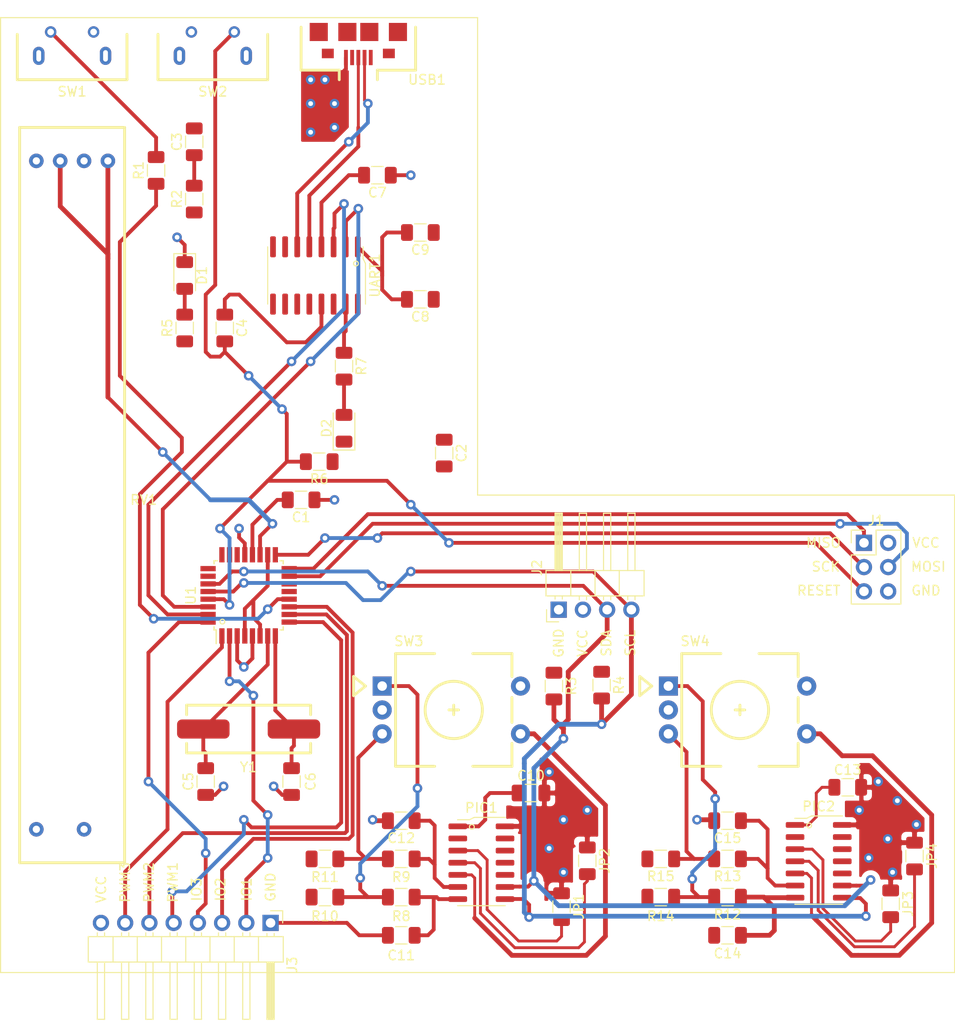
<source format=kicad_pcb>
(kicad_pcb (version 20171130) (host pcbnew "(5.1.2)-2")

  (general
    (thickness 1.6)
    (drawings 6)
    (tracks 464)
    (zones 0)
    (modules 50)
    (nets 70)
  )

  (page A4)
  (layers
    (0 F.Cu signal)
    (31 B.Cu signal)
    (32 B.Adhes user)
    (33 F.Adhes user)
    (34 B.Paste user)
    (35 F.Paste user)
    (36 B.SilkS user)
    (37 F.SilkS user)
    (38 B.Mask user)
    (39 F.Mask user)
    (40 Dwgs.User user)
    (41 Cmts.User user)
    (42 Eco1.User user)
    (43 Eco2.User user)
    (44 Edge.Cuts user)
    (45 Margin user)
    (46 B.CrtYd user)
    (47 F.CrtYd user)
    (48 B.Fab user)
    (49 F.Fab user hide)
  )

  (setup
    (last_trace_width 0.4)
    (user_trace_width 0.3)
    (user_trace_width 0.35)
    (user_trace_width 0.4)
    (user_trace_width 0.5)
    (user_trace_width 0.75)
    (user_trace_width 1)
    (trace_clearance 0.2)
    (zone_clearance 0.508)
    (zone_45_only no)
    (trace_min 0.2)
    (via_size 0.8)
    (via_drill 0.4)
    (via_min_size 0.4)
    (via_min_drill 0.3)
    (user_via 1 0.5)
    (user_via 2 1)
    (uvia_size 0.3)
    (uvia_drill 0.1)
    (uvias_allowed no)
    (uvia_min_size 0.2)
    (uvia_min_drill 0.1)
    (edge_width 0.05)
    (segment_width 0.2)
    (pcb_text_width 0.3)
    (pcb_text_size 1.5 1.5)
    (mod_edge_width 0.12)
    (mod_text_size 1 1)
    (mod_text_width 0.15)
    (pad_size 1.524 1.524)
    (pad_drill 0.762)
    (pad_to_mask_clearance 0.051)
    (solder_mask_min_width 0.25)
    (aux_axis_origin 0 0)
    (grid_origin 76.2 139.7)
    (visible_elements FFFFFF7F)
    (pcbplotparams
      (layerselection 0x010fc_ffffffff)
      (usegerberextensions false)
      (usegerberattributes false)
      (usegerberadvancedattributes false)
      (creategerberjobfile false)
      (excludeedgelayer true)
      (linewidth 0.100000)
      (plotframeref false)
      (viasonmask false)
      (mode 1)
      (useauxorigin false)
      (hpglpennumber 1)
      (hpglpenspeed 20)
      (hpglpendiameter 15.000000)
      (psnegative false)
      (psa4output false)
      (plotreference true)
      (plotvalue true)
      (plotinvisibletext false)
      (padsonsilk false)
      (subtractmaskfromsilk false)
      (outputformat 1)
      (mirror false)
      (drillshape 1)
      (scaleselection 1)
      (outputdirectory ""))
  )

  (net 0 "")
  (net 1 "Net-(C1-Pad2)")
  (net 2 GND)
  (net 3 +5V)
  (net 4 "Net-(C3-Pad1)")
  (net 5 /RESET)
  (net 6 DTR)
  (net 7 "Net-(C5-Pad2)")
  (net 8 "Net-(C6-Pad2)")
  (net 9 "Net-(C7-Pad2)")
  (net 10 "/I2C Encoder 1/RA")
  (net 11 "/I2C Encoder 1/RB")
  (net 12 "/I2C Encoder 2/RA")
  (net 13 "/I2C Encoder 2/RB")
  (net 14 "Net-(D1-Pad2)")
  (net 15 "Net-(D2-Pad2)")
  (net 16 /MOSI)
  (net 17 /SCK)
  (net 18 /MISO)
  (net 19 SCL)
  (net 20 SDA)
  (net 21 /PWM3)
  (net 22 /PWM2)
  (net 23 /PWM1)
  (net 24 /IO3)
  (net 25 /IO2)
  (net 26 /IO1)
  (net 27 "Net-(JP1-Pad2)")
  (net 28 "Net-(JP2-Pad2)")
  (net 29 "Net-(JP3-Pad2)")
  (net 30 "Net-(JP4-Pad2)")
  (net 31 "Net-(PIC1-Pad13)")
  (net 32 "Net-(PIC1-Pad12)")
  (net 33 "Net-(PIC1-Pad11)")
  (net 34 "Net-(PIC1-Pad10)")
  (net 35 "/I2C Encoder 1/PB")
  (net 36 "Net-(PIC1-Pad2)")
  (net 37 "Net-(PIC2-Pad13)")
  (net 38 "Net-(PIC2-Pad12)")
  (net 39 "Net-(PIC2-Pad11)")
  (net 40 "Net-(PIC2-Pad10)")
  (net 41 "/I2C Encoder 2/PB")
  (net 42 "Net-(PIC2-Pad2)")
  (net 43 "Net-(R1-Pad2)")
  (net 44 /CAL)
  (net 45 "Net-(R7-Pad1)")
  (net 46 "Net-(R10-Pad2)")
  (net 47 "Net-(R11-Pad1)")
  (net 48 "Net-(R12-Pad2)")
  (net 49 "Net-(R13-Pad2)")
  (net 50 /ADC1)
  (net 51 RX)
  (net 52 TX)
  (net 53 "Net-(U1-Pad26)")
  (net 54 "Net-(U1-Pad25)")
  (net 55 "Net-(U1-Pad24)")
  (net 56 "Net-(U1-Pad23)")
  (net 57 "Net-(U1-Pad22)")
  (net 58 "Net-(U1-Pad14)")
  (net 59 "Net-(U1-Pad13)")
  (net 60 "Net-(UART1-Pad14)")
  (net 61 "Net-(UART1-Pad12)")
  (net 62 "Net-(UART1-Pad11)")
  (net 63 "Net-(UART1-Pad10)")
  (net 64 "Net-(UART1-Pad9)")
  (net 65 "Net-(UART1-Pad8)")
  (net 66 "Net-(UART1-Pad7)")
  (net 67 DATA-)
  (net 68 DATA+)
  (net 69 "Net-(USB1-Pad4)")

  (net_class Default "This is the default net class."
    (clearance 0.2)
    (trace_width 0.25)
    (via_dia 0.8)
    (via_drill 0.4)
    (uvia_dia 0.3)
    (uvia_drill 0.1)
    (add_net +5V)
    (add_net /ADC1)
    (add_net /CAL)
    (add_net "/I2C Encoder 1/PB")
    (add_net "/I2C Encoder 1/RA")
    (add_net "/I2C Encoder 1/RB")
    (add_net "/I2C Encoder 2/PB")
    (add_net "/I2C Encoder 2/RA")
    (add_net "/I2C Encoder 2/RB")
    (add_net /IO1)
    (add_net /IO2)
    (add_net /IO3)
    (add_net /MISO)
    (add_net /MOSI)
    (add_net /PWM1)
    (add_net /PWM2)
    (add_net /PWM3)
    (add_net /RESET)
    (add_net /SCK)
    (add_net DATA+)
    (add_net DATA-)
    (add_net DTR)
    (add_net GND)
    (add_net "Net-(C1-Pad2)")
    (add_net "Net-(C3-Pad1)")
    (add_net "Net-(C5-Pad2)")
    (add_net "Net-(C6-Pad2)")
    (add_net "Net-(C7-Pad2)")
    (add_net "Net-(D1-Pad2)")
    (add_net "Net-(D2-Pad2)")
    (add_net "Net-(JP1-Pad2)")
    (add_net "Net-(JP2-Pad2)")
    (add_net "Net-(JP3-Pad2)")
    (add_net "Net-(JP4-Pad2)")
    (add_net "Net-(PIC1-Pad10)")
    (add_net "Net-(PIC1-Pad11)")
    (add_net "Net-(PIC1-Pad12)")
    (add_net "Net-(PIC1-Pad13)")
    (add_net "Net-(PIC1-Pad2)")
    (add_net "Net-(PIC2-Pad10)")
    (add_net "Net-(PIC2-Pad11)")
    (add_net "Net-(PIC2-Pad12)")
    (add_net "Net-(PIC2-Pad13)")
    (add_net "Net-(PIC2-Pad2)")
    (add_net "Net-(R1-Pad2)")
    (add_net "Net-(R10-Pad2)")
    (add_net "Net-(R11-Pad1)")
    (add_net "Net-(R12-Pad2)")
    (add_net "Net-(R13-Pad2)")
    (add_net "Net-(R7-Pad1)")
    (add_net "Net-(U1-Pad13)")
    (add_net "Net-(U1-Pad14)")
    (add_net "Net-(U1-Pad22)")
    (add_net "Net-(U1-Pad23)")
    (add_net "Net-(U1-Pad24)")
    (add_net "Net-(U1-Pad25)")
    (add_net "Net-(U1-Pad26)")
    (add_net "Net-(UART1-Pad10)")
    (add_net "Net-(UART1-Pad11)")
    (add_net "Net-(UART1-Pad12)")
    (add_net "Net-(UART1-Pad14)")
    (add_net "Net-(UART1-Pad7)")
    (add_net "Net-(UART1-Pad8)")
    (add_net "Net-(UART1-Pad9)")
    (add_net "Net-(USB1-Pad4)")
    (add_net RX)
    (add_net SCL)
    (add_net SDA)
    (add_net TX)
  )

  (module Part_footprints:C_1206_3216Metric (layer F.Cu) (tedit 5B301BBE) (tstamp 5D00C0D9)
    (at 122.7 85.3 270)
    (descr "Capacitor SMD 1206 (3216 Metric), square (rectangular) end terminal, IPC_7351 nominal, (Body size source: http://www.tortai-tech.com/upload/download/2011102023233369053.pdf), generated with kicad-footprint-generator")
    (tags capacitor)
    (path /5D0371C7)
    (attr smd)
    (fp_text reference C2 (at 0 -1.82 90) (layer F.SilkS)
      (effects (font (size 1 1) (thickness 0.15)))
    )
    (fp_text value 0.1uF (at 0 1.82 90) (layer F.Fab)
      (effects (font (size 1 1) (thickness 0.15)))
    )
    (fp_text user %R (at 0 0 90) (layer F.Fab)
      (effects (font (size 0.8 0.8) (thickness 0.12)))
    )
    (fp_line (start 2.28 1.12) (end -2.28 1.12) (layer F.CrtYd) (width 0.05))
    (fp_line (start 2.28 -1.12) (end 2.28 1.12) (layer F.CrtYd) (width 0.05))
    (fp_line (start -2.28 -1.12) (end 2.28 -1.12) (layer F.CrtYd) (width 0.05))
    (fp_line (start -2.28 1.12) (end -2.28 -1.12) (layer F.CrtYd) (width 0.05))
    (fp_line (start -0.602064 0.91) (end 0.602064 0.91) (layer F.SilkS) (width 0.12))
    (fp_line (start -0.602064 -0.91) (end 0.602064 -0.91) (layer F.SilkS) (width 0.12))
    (fp_line (start 1.6 0.8) (end -1.6 0.8) (layer F.Fab) (width 0.1))
    (fp_line (start 1.6 -0.8) (end 1.6 0.8) (layer F.Fab) (width 0.1))
    (fp_line (start -1.6 -0.8) (end 1.6 -0.8) (layer F.Fab) (width 0.1))
    (fp_line (start -1.6 0.8) (end -1.6 -0.8) (layer F.Fab) (width 0.1))
    (pad 2 smd roundrect (at 1.4 0 270) (size 1.25 1.75) (layers F.Cu F.Paste F.Mask) (roundrect_rratio 0.2)
      (net 2 GND))
    (pad 1 smd roundrect (at -1.4 0 270) (size 1.25 1.75) (layers F.Cu F.Paste F.Mask) (roundrect_rratio 0.2)
      (net 3 +5V))
    (model ${KISYS3DMOD}/Capacitor_SMD.3dshapes/C_1206_3216Metric.wrl
      (at (xyz 0 0 0))
      (scale (xyz 1 1 1))
      (rotate (xyz 0 0 0))
    )
  )

  (module Part_footprints:TQFP-32_7x7mm_P0.8mm (layer F.Cu) (tedit 5D005273) (tstamp 5D013CD3)
    (at 102.2 100.2 90)
    (descr "32-Lead Plastic Thin Quad Flatpack (PT) - 7x7x1.0 mm Body, 2.00 mm [TQFP] (see Microchip Packaging Specification 00000049BS.pdf)")
    (tags "QFP 0.8")
    (path /5D017478)
    (attr smd)
    (fp_text reference U1 (at 0 -6.05 90) (layer F.SilkS)
      (effects (font (size 1 1) (thickness 0.15)))
    )
    (fp_text value ATmega168PA-AU (at 0 6.05 90) (layer F.Fab)
      (effects (font (size 1 1) (thickness 0.15)))
    )
    (fp_circle (center -2.75 -2.75) (end -2.5 -2.75) (layer F.SilkS) (width 0.12))
    (fp_line (start -3.625 -3.4) (end -5.05 -3.4) (layer F.SilkS) (width 0.15))
    (fp_line (start 3.625 -3.625) (end 3.3 -3.625) (layer F.SilkS) (width 0.15))
    (fp_line (start 3.625 3.625) (end 3.3 3.625) (layer F.SilkS) (width 0.15))
    (fp_line (start -3.625 3.625) (end -3.3 3.625) (layer F.SilkS) (width 0.15))
    (fp_line (start -3.625 -3.625) (end -3.3 -3.625) (layer F.SilkS) (width 0.15))
    (fp_line (start -3.625 3.625) (end -3.625 3.3) (layer F.SilkS) (width 0.15))
    (fp_line (start 3.625 3.625) (end 3.625 3.3) (layer F.SilkS) (width 0.15))
    (fp_line (start 3.625 -3.625) (end 3.625 -3.3) (layer F.SilkS) (width 0.15))
    (fp_line (start -3.625 -3.625) (end -3.625 -3.4) (layer F.SilkS) (width 0.15))
    (fp_line (start -5.3 5.3) (end 5.3 5.3) (layer F.CrtYd) (width 0.05))
    (fp_line (start -5.3 -5.3) (end 5.3 -5.3) (layer F.CrtYd) (width 0.05))
    (fp_line (start 5.3 -5.3) (end 5.3 5.3) (layer F.CrtYd) (width 0.05))
    (fp_line (start -5.3 -5.3) (end -5.3 5.3) (layer F.CrtYd) (width 0.05))
    (fp_line (start -3.5 -2.5) (end -2.5 -3.5) (layer F.Fab) (width 0.15))
    (fp_line (start -3.5 3.5) (end -3.5 -2.5) (layer F.Fab) (width 0.15))
    (fp_line (start 3.5 3.5) (end -3.5 3.5) (layer F.Fab) (width 0.15))
    (fp_line (start 3.5 -3.5) (end 3.5 3.5) (layer F.Fab) (width 0.15))
    (fp_line (start -2.5 -3.5) (end 3.5 -3.5) (layer F.Fab) (width 0.15))
    (fp_text user %R (at 0 0 90) (layer F.Fab)
      (effects (font (size 1 1) (thickness 0.15)))
    )
    (pad 32 smd rect (at -2.8 -4.25 180) (size 1.6 0.55) (layers F.Cu F.Paste F.Mask)
      (net 24 /IO3))
    (pad 31 smd rect (at -2 -4.25 180) (size 1.6 0.55) (layers F.Cu F.Paste F.Mask)
      (net 51 RX))
    (pad 30 smd rect (at -1.2 -4.25 180) (size 1.6 0.55) (layers F.Cu F.Paste F.Mask)
      (net 52 TX))
    (pad 29 smd rect (at -0.4 -4.25 180) (size 1.6 0.55) (layers F.Cu F.Paste F.Mask)
      (net 5 /RESET))
    (pad 28 smd rect (at 0.4 -4.25 180) (size 1.6 0.55) (layers F.Cu F.Paste F.Mask)
      (net 19 SCL))
    (pad 27 smd rect (at 1.2 -4.25 180) (size 1.6 0.55) (layers F.Cu F.Paste F.Mask)
      (net 20 SDA))
    (pad 26 smd rect (at 2 -4.25 180) (size 1.6 0.55) (layers F.Cu F.Paste F.Mask)
      (net 53 "Net-(U1-Pad26)"))
    (pad 25 smd rect (at 2.8 -4.25 180) (size 1.6 0.55) (layers F.Cu F.Paste F.Mask)
      (net 54 "Net-(U1-Pad25)"))
    (pad 24 smd rect (at 4.25 -2.8 90) (size 1.6 0.55) (layers F.Cu F.Paste F.Mask)
      (net 55 "Net-(U1-Pad24)"))
    (pad 23 smd rect (at 4.25 -2 90) (size 1.6 0.55) (layers F.Cu F.Paste F.Mask)
      (net 56 "Net-(U1-Pad23)"))
    (pad 22 smd rect (at 4.25 -1.2 90) (size 1.6 0.55) (layers F.Cu F.Paste F.Mask)
      (net 57 "Net-(U1-Pad22)"))
    (pad 21 smd rect (at 4.25 -0.4 90) (size 1.6 0.55) (layers F.Cu F.Paste F.Mask)
      (net 2 GND))
    (pad 20 smd rect (at 4.25 0.4 90) (size 1.6 0.55) (layers F.Cu F.Paste F.Mask)
      (net 1 "Net-(C1-Pad2)"))
    (pad 19 smd rect (at 4.25 1.2 90) (size 1.6 0.55) (layers F.Cu F.Paste F.Mask)
      (net 50 /ADC1))
    (pad 18 smd rect (at 4.25 2 90) (size 1.6 0.55) (layers F.Cu F.Paste F.Mask)
      (net 3 +5V))
    (pad 17 smd rect (at 4.25 2.8 90) (size 1.6 0.55) (layers F.Cu F.Paste F.Mask)
      (net 17 /SCK))
    (pad 16 smd rect (at 2.8 4.25 180) (size 1.6 0.55) (layers F.Cu F.Paste F.Mask)
      (net 18 /MISO))
    (pad 15 smd rect (at 2 4.25 180) (size 1.6 0.55) (layers F.Cu F.Paste F.Mask)
      (net 16 /MOSI))
    (pad 14 smd rect (at 1.2 4.25 180) (size 1.6 0.55) (layers F.Cu F.Paste F.Mask)
      (net 58 "Net-(U1-Pad14)"))
    (pad 13 smd rect (at 0.4 4.25 180) (size 1.6 0.55) (layers F.Cu F.Paste F.Mask)
      (net 59 "Net-(U1-Pad13)"))
    (pad 12 smd rect (at -0.4 4.25 180) (size 1.6 0.55) (layers F.Cu F.Paste F.Mask)
      (net 44 /CAL))
    (pad 11 smd rect (at -1.2 4.25 180) (size 1.6 0.55) (layers F.Cu F.Paste F.Mask)
      (net 25 /IO2))
    (pad 10 smd rect (at -2 4.25 180) (size 1.6 0.55) (layers F.Cu F.Paste F.Mask)
      (net 22 /PWM2))
    (pad 9 smd rect (at -2.8 4.25 180) (size 1.6 0.55) (layers F.Cu F.Paste F.Mask)
      (net 23 /PWM1))
    (pad 8 smd rect (at -4.25 2.8 90) (size 1.6 0.55) (layers F.Cu F.Paste F.Mask)
      (net 8 "Net-(C6-Pad2)"))
    (pad 7 smd rect (at -4.25 2 90) (size 1.6 0.55) (layers F.Cu F.Paste F.Mask)
      (net 7 "Net-(C5-Pad2)"))
    (pad 6 smd rect (at -4.25 1.2 90) (size 1.6 0.55) (layers F.Cu F.Paste F.Mask)
      (net 3 +5V))
    (pad 5 smd rect (at -4.25 0.4 90) (size 1.6 0.55) (layers F.Cu F.Paste F.Mask)
      (net 2 GND))
    (pad 4 smd rect (at -4.25 -0.4 90) (size 1.6 0.55) (layers F.Cu F.Paste F.Mask)
      (net 3 +5V))
    (pad 3 smd rect (at -4.25 -1.2 90) (size 1.6 0.55) (layers F.Cu F.Paste F.Mask)
      (net 2 GND))
    (pad 2 smd rect (at -4.25 -2 90) (size 1.6 0.55) (layers F.Cu F.Paste F.Mask)
      (net 26 /IO1))
    (pad 1 smd rect (at -4.25 -2.8 90) (size 1.6 0.55) (layers F.Cu F.Paste F.Mask)
      (net 21 /PWM3))
    (model ${KISYS3DMOD}/Package_QFP.3dshapes/TQFP-32_7x7mm_P0.8mm.wrl
      (at (xyz 0 0 0))
      (scale (xyz 1 1 1))
      (rotate (xyz 0 0 0))
    )
  )

  (module Part_footprints:Slide_potentiometer_Behringer (layer F.Cu) (tedit 5D005699) (tstamp 5D00C46D)
    (at 83.7 89.7)
    (path /5D0ACE8B)
    (fp_text reference RV1 (at 7.5 0.5) (layer F.SilkS)
      (effects (font (size 1 1) (thickness 0.15)))
    )
    (fp_text value "10k SLIDE" (at 0 -0.5) (layer F.Fab)
      (effects (font (size 1 1) (thickness 0.15)))
    )
    (fp_line (start 5.5 38.5) (end 5.5 -38.5) (layer F.SilkS) (width 0.3))
    (fp_line (start -5.5 38.5) (end 5.5 38.5) (layer F.SilkS) (width 0.3))
    (fp_line (start -5.5 -38.5) (end -5.5 38.5) (layer F.SilkS) (width 0.3))
    (fp_line (start 5.5 -38.5) (end -5.5 -38.5) (layer F.SilkS) (width 0.3))
    (pad "" np_thru_hole oval (at 0 23.75) (size 1.7 0.5) (drill oval 1.7 0.5) (layers *.Cu *.Mask))
    (pad 3 thru_hole circle (at 1.25 35 180) (size 1.524 1.524) (drill 0.762) (layers *.Cu *.Mask)
      (net 2 GND))
    (pad 3 thru_hole circle (at -3.75 35 180) (size 1.524 1.524) (drill 0.762) (layers *.Cu *.Mask)
      (net 2 GND))
    (pad "" np_thru_hole oval (at 0 -23.75) (size 1.7 0.5) (drill oval 1.7 0.5) (layers *.Cu *.Mask))
    (pad 1 thru_hole circle (at -3.75 -35) (size 1.524 1.524) (drill 0.762) (layers *.Cu *.Mask)
      (net 3 +5V))
    (pad 2 thru_hole circle (at -1.25 -35) (size 1.524 1.524) (drill 0.762) (layers *.Cu *.Mask)
      (net 50 /ADC1))
    (pad 1 thru_hole circle (at 1.25 -35) (size 1.524 1.524) (drill 0.762) (layers *.Cu *.Mask)
      (net 3 +5V))
    (pad 2 thru_hole circle (at 3.75 -35) (size 1.524 1.524) (drill 0.762) (layers *.Cu *.Mask)
      (net 50 /ADC1))
  )

  (module Part_footprints:C_1206_3216Metric (layer F.Cu) (tedit 5B301BBE) (tstamp 5D00C0C8)
    (at 107.7 90.2 180)
    (descr "Capacitor SMD 1206 (3216 Metric), square (rectangular) end terminal, IPC_7351 nominal, (Body size source: http://www.tortai-tech.com/upload/download/2011102023233369053.pdf), generated with kicad-footprint-generator")
    (tags capacitor)
    (path /5D01D179)
    (attr smd)
    (fp_text reference C1 (at 0 -1.82) (layer F.SilkS)
      (effects (font (size 1 1) (thickness 0.15)))
    )
    (fp_text value 0.1uF (at 0 1.82) (layer F.Fab)
      (effects (font (size 1 1) (thickness 0.15)))
    )
    (fp_text user %R (at 0 0) (layer F.Fab)
      (effects (font (size 0.8 0.8) (thickness 0.12)))
    )
    (fp_line (start 2.28 1.12) (end -2.28 1.12) (layer F.CrtYd) (width 0.05))
    (fp_line (start 2.28 -1.12) (end 2.28 1.12) (layer F.CrtYd) (width 0.05))
    (fp_line (start -2.28 -1.12) (end 2.28 -1.12) (layer F.CrtYd) (width 0.05))
    (fp_line (start -2.28 1.12) (end -2.28 -1.12) (layer F.CrtYd) (width 0.05))
    (fp_line (start -0.602064 0.91) (end 0.602064 0.91) (layer F.SilkS) (width 0.12))
    (fp_line (start -0.602064 -0.91) (end 0.602064 -0.91) (layer F.SilkS) (width 0.12))
    (fp_line (start 1.6 0.8) (end -1.6 0.8) (layer F.Fab) (width 0.1))
    (fp_line (start 1.6 -0.8) (end 1.6 0.8) (layer F.Fab) (width 0.1))
    (fp_line (start -1.6 -0.8) (end 1.6 -0.8) (layer F.Fab) (width 0.1))
    (fp_line (start -1.6 0.8) (end -1.6 -0.8) (layer F.Fab) (width 0.1))
    (pad 2 smd roundrect (at 1.4 0 180) (size 1.25 1.75) (layers F.Cu F.Paste F.Mask) (roundrect_rratio 0.2)
      (net 1 "Net-(C1-Pad2)"))
    (pad 1 smd roundrect (at -1.4 0 180) (size 1.25 1.75) (layers F.Cu F.Paste F.Mask) (roundrect_rratio 0.2)
      (net 2 GND))
    (model ${KISYS3DMOD}/Capacitor_SMD.3dshapes/C_1206_3216Metric.wrl
      (at (xyz 0 0 0))
      (scale (xyz 1 1 1))
      (rotate (xyz 0 0 0))
    )
  )

  (module Part_footprints:C_1206_3216Metric (layer F.Cu) (tedit 5B301BBE) (tstamp 5D00C12E)
    (at 115.7 56.2 180)
    (descr "Capacitor SMD 1206 (3216 Metric), square (rectangular) end terminal, IPC_7351 nominal, (Body size source: http://www.tortai-tech.com/upload/download/2011102023233369053.pdf), generated with kicad-footprint-generator")
    (tags capacitor)
    (path /5D050480)
    (attr smd)
    (fp_text reference C7 (at 0 -1.82) (layer F.SilkS)
      (effects (font (size 1 1) (thickness 0.15)))
    )
    (fp_text value 0.1uF (at 0 1.82) (layer F.Fab)
      (effects (font (size 1 1) (thickness 0.15)))
    )
    (fp_text user %R (at 0 0) (layer F.Fab)
      (effects (font (size 0.8 0.8) (thickness 0.12)))
    )
    (fp_line (start 2.28 1.12) (end -2.28 1.12) (layer F.CrtYd) (width 0.05))
    (fp_line (start 2.28 -1.12) (end 2.28 1.12) (layer F.CrtYd) (width 0.05))
    (fp_line (start -2.28 -1.12) (end 2.28 -1.12) (layer F.CrtYd) (width 0.05))
    (fp_line (start -2.28 1.12) (end -2.28 -1.12) (layer F.CrtYd) (width 0.05))
    (fp_line (start -0.602064 0.91) (end 0.602064 0.91) (layer F.SilkS) (width 0.12))
    (fp_line (start -0.602064 -0.91) (end 0.602064 -0.91) (layer F.SilkS) (width 0.12))
    (fp_line (start 1.6 0.8) (end -1.6 0.8) (layer F.Fab) (width 0.1))
    (fp_line (start 1.6 -0.8) (end 1.6 0.8) (layer F.Fab) (width 0.1))
    (fp_line (start -1.6 -0.8) (end 1.6 -0.8) (layer F.Fab) (width 0.1))
    (fp_line (start -1.6 0.8) (end -1.6 -0.8) (layer F.Fab) (width 0.1))
    (pad 2 smd roundrect (at 1.4 0 180) (size 1.25 1.75) (layers F.Cu F.Paste F.Mask) (roundrect_rratio 0.2)
      (net 9 "Net-(C7-Pad2)"))
    (pad 1 smd roundrect (at -1.4 0 180) (size 1.25 1.75) (layers F.Cu F.Paste F.Mask) (roundrect_rratio 0.2)
      (net 2 GND))
    (model ${KISYS3DMOD}/Capacitor_SMD.3dshapes/C_1206_3216Metric.wrl
      (at (xyz 0 0 0))
      (scale (xyz 1 1 1))
      (rotate (xyz 0 0 0))
    )
  )

  (module Part_footprints:HC49S_SMD_Crystal (layer F.Cu) (tedit 5D006C69) (tstamp 5D00C550)
    (at 102.2 114.2 180)
    (path /5D024AAD)
    (fp_text reference Y1 (at 0 -4) (layer F.SilkS)
      (effects (font (size 1 1) (thickness 0.15)))
    )
    (fp_text value 16MHz (at 0 3) (layer F.Fab)
      (effects (font (size 1 1) (thickness 0.15)))
    )
    (fp_line (start -6.5 2.5) (end -6.5 1.5) (layer F.SilkS) (width 0.3))
    (fp_line (start 6.5 2.5) (end -6.5 2.5) (layer F.SilkS) (width 0.3))
    (fp_line (start 6.5 1.5) (end 6.5 2.5) (layer F.SilkS) (width 0.3))
    (fp_line (start 6.5 -2.5) (end 6.5 -1.5) (layer F.SilkS) (width 0.3))
    (fp_line (start -6.5 -2.5) (end 6.5 -2.5) (layer F.SilkS) (width 0.3))
    (fp_line (start -6.5 -1.5) (end -6.5 -2.5) (layer F.SilkS) (width 0.3))
    (pad 2 smd roundrect (at -4.75 0 180) (size 5.5 2) (layers F.Cu F.Paste F.Mask) (roundrect_rratio 0.25)
      (net 8 "Net-(C6-Pad2)"))
    (pad 1 smd roundrect (at 4.75 0 180) (size 5.5 2) (layers F.Cu F.Paste F.Mask) (roundrect_rratio 0.25)
      (net 7 "Net-(C5-Pad2)"))
  )

  (module Part_footprints:Micro_B_SMD_G19 (layer F.Cu) (tedit 5D006119) (tstamp 5D00C544)
    (at 113.7 41.2 180)
    (path /5D07A3F8)
    (fp_text reference USB1 (at -7.2 -5) (layer F.SilkS)
      (effects (font (size 1 1) (thickness 0.15)))
    )
    (fp_text value USB_Micro_B (at 0 -0.5) (layer F.Fab)
      (effects (font (size 1 1) (thickness 0.15)))
    )
    (fp_line (start 2 -4) (end 6 -4) (layer F.SilkS) (width 0.3))
    (fp_line (start -6 -4) (end -6 0.5) (layer F.SilkS) (width 0.3))
    (fp_line (start -2 -4) (end -6 -4) (layer F.SilkS) (width 0.3))
    (fp_line (start -2 -5) (end -2 -4) (layer F.SilkS) (width 0.3))
    (fp_line (start 2 -4) (end 2 -5) (layer F.SilkS) (width 0.3))
    (fp_line (start 6 0.5) (end 6 -4) (layer F.SilkS) (width 0.3))
    (fp_text user "PCB Edge" (at 0 2.4) (layer F.Fab)
      (effects (font (size 1 1) (thickness 0.15)))
    )
    (fp_line (start -6 1.45) (end 6 1.45) (layer F.Fab) (width 0.2))
    (pad 5 smd rect (at 1.3 -2.675 180) (size 0.4 1.6) (layers F.Cu F.Paste F.Mask)
      (net 2 GND))
    (pad 4 smd rect (at 0.65 -2.675 180) (size 0.4 1.6) (layers F.Cu F.Paste F.Mask)
      (net 69 "Net-(USB1-Pad4)"))
    (pad 3 smd rect (at 0 -2.675 180) (size 0.4 1.6) (layers F.Cu F.Paste F.Mask)
      (net 68 DATA+))
    (pad 2 smd rect (at -0.65 -2.675 180) (size 0.4 1.6) (layers F.Cu F.Paste F.Mask)
      (net 67 DATA-))
    (pad 1 smd rect (at -1.3 -2.675 180) (size 0.4 1.6) (layers F.Cu F.Paste F.Mask)
      (net 3 +5V))
    (pad "" np_thru_hole circle (at -2 -2.15 180) (size 0.6 0.6) (drill 0.6) (layers *.Cu *.Mask))
    (pad "" np_thru_hole circle (at 2 -2.15 180) (size 0.6 0.6) (drill 0.6) (layers *.Cu *.Mask))
    (pad "" smd rect (at 3.2 -2.25 180) (size 1.25 1) (layers F.Cu F.Paste F.Mask))
    (pad "" smd rect (at -3.2 -2.25 180) (size 1.25 1) (layers F.Cu F.Paste F.Mask))
    (pad "" smd rect (at 4.15 0 180) (size 1.9 1.9) (layers F.Cu F.Paste F.Mask))
    (pad "" smd rect (at -4.15 0 180) (size 1.9 1.9) (layers F.Cu F.Paste F.Mask))
    (pad "" smd rect (at -1.15 0 180) (size 1.9 1.9) (layers F.Cu F.Paste F.Mask))
    (pad "" smd rect (at 1.15 0 180) (size 1.9 1.9) (layers F.Cu F.Paste F.Mask))
  )

  (module Part_footprints:SOP-16_150MIL (layer F.Cu) (tedit 5D005260) (tstamp 5D012FAF)
    (at 109.2 66.7 270)
    (path /5D0412E5)
    (fp_text reference UART1 (at 0 -6.25 90) (layer F.SilkS)
      (effects (font (size 1 1) (thickness 0.15)))
    )
    (fp_text value CH340B (at 0 -1 90) (layer F.Fab)
      (effects (font (size 1 1) (thickness 0.15)))
    )
    (fp_text user %R (at 0 0.75 90) (layer F.Fab)
      (effects (font (size 1 1) (thickness 0.15)))
    )
    (fp_circle (center -1.25 -4.25) (end -1 -4.25) (layer F.SilkS) (width 0.12))
    (fp_line (start -1.75 4.75) (end -1.75 -4.25) (layer F.Fab) (width 0.12))
    (fp_line (start 1.75 4.75) (end -1.75 4.75) (layer F.Fab) (width 0.12))
    (fp_line (start 1.75 -4.75) (end 1.75 4.75) (layer F.Fab) (width 0.12))
    (fp_line (start 1.5 -4.75) (end 1.75 -4.75) (layer F.Fab) (width 0.12))
    (fp_line (start -1.25 -4.75) (end 1.5 -4.75) (layer F.Fab) (width 0.12))
    (fp_line (start -1.75 -4.25) (end -1.25 -4.75) (layer F.Fab) (width 0.12))
    (fp_line (start -3 5) (end 3 5) (layer F.SilkS) (width 0.12))
    (fp_line (start -1.25 -5.25) (end 3 -5.25) (layer F.SilkS) (width 0.12))
    (fp_line (start -1.75 -5) (end -1.25 -5.25) (layer F.SilkS) (width 0.12))
    (fp_line (start -3 -5) (end -1.75 -5) (layer F.SilkS) (width 0.12))
    (pad 16 smd roundrect (at 3 -4.445 270) (size 2.2 0.6) (layers F.Cu F.Paste F.Mask) (roundrect_rratio 0.25)
      (net 3 +5V))
    (pad 15 smd roundrect (at 3 -3.175 270) (size 2.2 0.6) (layers F.Cu F.Paste F.Mask) (roundrect_rratio 0.25)
      (net 45 "Net-(R7-Pad1)"))
    (pad 14 smd roundrect (at 3 -1.905 270) (size 2.2 0.6) (layers F.Cu F.Paste F.Mask) (roundrect_rratio 0.25)
      (net 60 "Net-(UART1-Pad14)"))
    (pad 13 smd roundrect (at 3 -0.635 270) (size 2.2 0.6) (layers F.Cu F.Paste F.Mask) (roundrect_rratio 0.25)
      (net 6 DTR))
    (pad 12 smd roundrect (at 3 0.635 270) (size 2.2 0.6) (layers F.Cu F.Paste F.Mask) (roundrect_rratio 0.25)
      (net 61 "Net-(UART1-Pad12)"))
    (pad 11 smd roundrect (at 3 1.905 270) (size 2.2 0.6) (layers F.Cu F.Paste F.Mask) (roundrect_rratio 0.25)
      (net 62 "Net-(UART1-Pad11)"))
    (pad 10 smd roundrect (at 3 3.175 270) (size 2.2 0.6) (layers F.Cu F.Paste F.Mask) (roundrect_rratio 0.25)
      (net 63 "Net-(UART1-Pad10)"))
    (pad 9 smd roundrect (at 3 4.445 270) (size 2.2 0.6) (layers F.Cu F.Paste F.Mask) (roundrect_rratio 0.25)
      (net 64 "Net-(UART1-Pad9)"))
    (pad 8 smd roundrect (at -3 4.445 270) (size 2.2 0.6) (layers F.Cu F.Paste F.Mask) (roundrect_rratio 0.25)
      (net 65 "Net-(UART1-Pad8)"))
    (pad 7 smd roundrect (at -3 3.175 270) (size 2.2 0.6) (layers F.Cu F.Paste F.Mask) (roundrect_rratio 0.25)
      (net 66 "Net-(UART1-Pad7)"))
    (pad 6 smd roundrect (at -3 1.905 270) (size 2.2 0.6) (layers F.Cu F.Paste F.Mask) (roundrect_rratio 0.25)
      (net 67 DATA-))
    (pad 5 smd roundrect (at -3 0.635 270) (size 2.2 0.6) (layers F.Cu F.Paste F.Mask) (roundrect_rratio 0.25)
      (net 68 DATA+))
    (pad 4 smd roundrect (at -3 -0.635 270) (size 2.2 0.6) (layers F.Cu F.Paste F.Mask) (roundrect_rratio 0.25)
      (net 9 "Net-(C7-Pad2)"))
    (pad 3 smd roundrect (at -3 -1.905 270) (size 2.2 0.6) (layers F.Cu F.Paste F.Mask) (roundrect_rratio 0.25)
      (net 51 RX))
    (pad 2 smd roundrect (at -3 -3.175 270) (size 2.2 0.6) (layers F.Cu F.Paste F.Mask) (roundrect_rratio 0.25)
      (net 52 TX))
    (pad 1 smd roundrect (at -3 -4.445 270) (size 2.2 0.6) (layers F.Cu F.Paste F.Mask) (roundrect_rratio 0.25)
      (net 2 GND))
  )

  (module Part_footprints:RotaryEncoder_Alps_EC11E-Switch_Vertical_H20mm (layer F.Cu) (tedit 5D0070EF) (tstamp 5D00C4D3)
    (at 146.2 109.7)
    (descr "Alps rotary encoder, EC12E... with switch, vertical shaft, http://www.alps.com/prod/info/E/HTML/Encoder/Incremental/EC11/EC11E15204A3.html")
    (tags "rotary encoder")
    (path /5D162AAA/5D11383A)
    (fp_text reference SW4 (at 2.8 -4.7) (layer F.SilkS)
      (effects (font (size 1 1) (thickness 0.15)))
    )
    (fp_text value Encoder (at 7.5 10.4) (layer F.Fab)
      (effects (font (size 1 1) (thickness 0.15)))
    )
    (fp_line (start -3 -1) (end -1.75 0) (layer F.SilkS) (width 0.3))
    (fp_line (start -3 1) (end -3 -1) (layer F.SilkS) (width 0.3))
    (fp_line (start -1.75 0) (end -3 1) (layer F.SilkS) (width 0.3))
    (fp_circle (center 7.5 2.5) (end 10.5 2.5) (layer F.Fab) (width 0.12))
    (fp_circle (center 7.5 2.5) (end 10.5 2.5) (layer F.SilkS) (width 0.3))
    (fp_line (start 16 9.6) (end -1.5 9.6) (layer F.CrtYd) (width 0.05))
    (fp_line (start 16 9.6) (end 16 -4.6) (layer F.CrtYd) (width 0.05))
    (fp_line (start -1.5 -4.6) (end -1.5 9.6) (layer F.CrtYd) (width 0.05))
    (fp_line (start -1.5 -4.6) (end 16 -4.6) (layer F.CrtYd) (width 0.05))
    (fp_line (start 2.5 -3.3) (end 13.5 -3.3) (layer F.Fab) (width 0.12))
    (fp_line (start 13.5 -3.3) (end 13.5 8.3) (layer F.Fab) (width 0.12))
    (fp_line (start 13.5 8.3) (end 1.5 8.3) (layer F.Fab) (width 0.12))
    (fp_line (start 1.5 8.3) (end 1.5 -2.2) (layer F.Fab) (width 0.12))
    (fp_line (start 1.5 -2.2) (end 2.5 -3.3) (layer F.Fab) (width 0.12))
    (fp_line (start 9.5 -3.4) (end 13.6 -3.4) (layer F.SilkS) (width 0.3))
    (fp_line (start 13.6 8.4) (end 9.5 8.4) (layer F.SilkS) (width 0.3))
    (fp_line (start 5.5 8.4) (end 1.4 8.4) (layer F.SilkS) (width 0.3))
    (fp_line (start 5.5 -3.4) (end 1.4 -3.4) (layer F.SilkS) (width 0.3))
    (fp_line (start 1.4 -3.4) (end 1.4 8.4) (layer F.SilkS) (width 0.3))
    (fp_line (start 7.5 -0.5) (end 7.5 5.5) (layer F.Fab) (width 0.12))
    (fp_line (start 4.5 2.5) (end 10.5 2.5) (layer F.Fab) (width 0.12))
    (fp_line (start 13.6 -3.4) (end 13.6 -1) (layer F.SilkS) (width 0.3))
    (fp_line (start 13.6 1.2) (end 13.6 3.8) (layer F.SilkS) (width 0.3))
    (fp_line (start 13.6 6) (end 13.6 8.4) (layer F.SilkS) (width 0.3))
    (fp_line (start 7.5 2) (end 7.5 3) (layer F.SilkS) (width 0.3))
    (fp_line (start 7 2.5) (end 8 2.5) (layer F.SilkS) (width 0.3))
    (fp_text user %R (at 11.1 6.3) (layer F.Fab)
      (effects (font (size 1 1) (thickness 0.15)))
    )
    (pad A thru_hole rect (at 0 0) (size 2 2) (drill 1) (layers *.Cu *.Mask)
      (net 48 "Net-(R12-Pad2)"))
    (pad C thru_hole circle (at 0 2.5) (size 2 2) (drill 1) (layers *.Cu *.Mask)
      (net 2 GND))
    (pad B thru_hole circle (at 0 5) (size 2 2) (drill 1) (layers *.Cu *.Mask)
      (net 49 "Net-(R13-Pad2)"))
    (pad "" np_thru_hole oval (at 7.5 -3.1) (size 2.8 1.5) (drill oval 2.8 1.5) (layers *.Cu *.Mask))
    (pad "" np_thru_hole oval (at 7.5 8.1) (size 2.8 1.5) (drill oval 2.8 1.5) (layers *.Cu *.Mask))
    (pad 1 thru_hole circle (at 14.5 0) (size 2 2) (drill 1) (layers *.Cu *.Mask)
      (net 2 GND))
    (pad 2 thru_hole circle (at 14.5 5) (size 2 2) (drill 1) (layers *.Cu *.Mask)
      (net 41 "/I2C Encoder 2/PB"))
    (model ${KISYS3DMOD}/Rotary_Encoder.3dshapes/RotaryEncoder_Alps_EC11E-Switch_Vertical_H20mm.wrl
      (at (xyz 0 0 0))
      (scale (xyz 1 1 1))
      (rotate (xyz 0 0 0))
    )
  )

  (module Part_footprints:RotaryEncoder_Alps_EC11E-Switch_Vertical_H20mm (layer F.Cu) (tedit 5D0070EF) (tstamp 5D00C4AD)
    (at 116.2 109.7)
    (descr "Alps rotary encoder, EC12E... with switch, vertical shaft, http://www.alps.com/prod/info/E/HTML/Encoder/Incremental/EC11/EC11E15204A3.html")
    (tags "rotary encoder")
    (path /5D10742E/5D11383A)
    (fp_text reference SW3 (at 2.8 -4.7) (layer F.SilkS)
      (effects (font (size 1 1) (thickness 0.15)))
    )
    (fp_text value Encoder (at 7.5 10.4) (layer F.Fab)
      (effects (font (size 1 1) (thickness 0.15)))
    )
    (fp_line (start -3 -1) (end -1.75 0) (layer F.SilkS) (width 0.3))
    (fp_line (start -3 1) (end -3 -1) (layer F.SilkS) (width 0.3))
    (fp_line (start -1.75 0) (end -3 1) (layer F.SilkS) (width 0.3))
    (fp_circle (center 7.5 2.5) (end 10.5 2.5) (layer F.Fab) (width 0.12))
    (fp_circle (center 7.5 2.5) (end 10.5 2.5) (layer F.SilkS) (width 0.3))
    (fp_line (start 16 9.6) (end -1.5 9.6) (layer F.CrtYd) (width 0.05))
    (fp_line (start 16 9.6) (end 16 -4.6) (layer F.CrtYd) (width 0.05))
    (fp_line (start -1.5 -4.6) (end -1.5 9.6) (layer F.CrtYd) (width 0.05))
    (fp_line (start -1.5 -4.6) (end 16 -4.6) (layer F.CrtYd) (width 0.05))
    (fp_line (start 2.5 -3.3) (end 13.5 -3.3) (layer F.Fab) (width 0.12))
    (fp_line (start 13.5 -3.3) (end 13.5 8.3) (layer F.Fab) (width 0.12))
    (fp_line (start 13.5 8.3) (end 1.5 8.3) (layer F.Fab) (width 0.12))
    (fp_line (start 1.5 8.3) (end 1.5 -2.2) (layer F.Fab) (width 0.12))
    (fp_line (start 1.5 -2.2) (end 2.5 -3.3) (layer F.Fab) (width 0.12))
    (fp_line (start 9.5 -3.4) (end 13.6 -3.4) (layer F.SilkS) (width 0.3))
    (fp_line (start 13.6 8.4) (end 9.5 8.4) (layer F.SilkS) (width 0.3))
    (fp_line (start 5.5 8.4) (end 1.4 8.4) (layer F.SilkS) (width 0.3))
    (fp_line (start 5.5 -3.4) (end 1.4 -3.4) (layer F.SilkS) (width 0.3))
    (fp_line (start 1.4 -3.4) (end 1.4 8.4) (layer F.SilkS) (width 0.3))
    (fp_line (start 7.5 -0.5) (end 7.5 5.5) (layer F.Fab) (width 0.12))
    (fp_line (start 4.5 2.5) (end 10.5 2.5) (layer F.Fab) (width 0.12))
    (fp_line (start 13.6 -3.4) (end 13.6 -1) (layer F.SilkS) (width 0.3))
    (fp_line (start 13.6 1.2) (end 13.6 3.8) (layer F.SilkS) (width 0.3))
    (fp_line (start 13.6 6) (end 13.6 8.4) (layer F.SilkS) (width 0.3))
    (fp_line (start 7.5 2) (end 7.5 3) (layer F.SilkS) (width 0.3))
    (fp_line (start 7 2.5) (end 8 2.5) (layer F.SilkS) (width 0.3))
    (fp_text user %R (at 11.1 6.3) (layer F.Fab)
      (effects (font (size 1 1) (thickness 0.15)))
    )
    (pad A thru_hole rect (at 0 0) (size 2 2) (drill 1) (layers *.Cu *.Mask)
      (net 46 "Net-(R10-Pad2)"))
    (pad C thru_hole circle (at 0 2.5) (size 2 2) (drill 1) (layers *.Cu *.Mask)
      (net 2 GND))
    (pad B thru_hole circle (at 0 5) (size 2 2) (drill 1) (layers *.Cu *.Mask)
      (net 47 "Net-(R11-Pad1)"))
    (pad "" np_thru_hole oval (at 7.5 -3.1) (size 2.8 1.5) (drill oval 2.8 1.5) (layers *.Cu *.Mask))
    (pad "" np_thru_hole oval (at 7.5 8.1) (size 2.8 1.5) (drill oval 2.8 1.5) (layers *.Cu *.Mask))
    (pad 1 thru_hole circle (at 14.5 0) (size 2 2) (drill 1) (layers *.Cu *.Mask)
      (net 2 GND))
    (pad 2 thru_hole circle (at 14.5 5) (size 2 2) (drill 1) (layers *.Cu *.Mask)
      (net 35 "/I2C Encoder 1/PB"))
    (model ${KISYS3DMOD}/Rotary_Encoder.3dshapes/RotaryEncoder_Alps_EC11E-Switch_Vertical_H20mm.wrl
      (at (xyz 0 0 0))
      (scale (xyz 1 1 1))
      (rotate (xyz 0 0 0))
    )
  )

  (module Part_footprints:Right_angle_momentary_button (layer F.Cu) (tedit 5D006793) (tstamp 5D00C487)
    (at 98.45 43.7 180)
    (path /5D020822)
    (fp_text reference SW2 (at 0 -3.75) (layer F.SilkS)
      (effects (font (size 1 1) (thickness 0.15)))
    )
    (fp_text value Reset (at 0 -0.5) (layer F.Fab)
      (effects (font (size 1 1) (thickness 0.15)))
    )
    (fp_text user "PCB EDGE" (at 0 5) (layer F.Fab)
      (effects (font (size 1 1) (thickness 0.15)))
    )
    (fp_line (start -4.5 4) (end 4.5 4) (layer F.Fab) (width 0.12))
    (fp_line (start 5.75 -2.5) (end 5.75 2.25) (layer F.SilkS) (width 0.3))
    (fp_line (start -5.75 -2.5) (end 5.75 -2.5) (layer F.SilkS) (width 0.3))
    (fp_line (start -5.75 2.25) (end -5.75 -2.5) (layer F.SilkS) (width 0.3))
    (pad 2 thru_hole circle (at 2.25 2.5 180) (size 1.2 1.2) (drill 0.7) (layers *.Cu *.Mask)
      (net 2 GND))
    (pad "" thru_hole oval (at -3.5 0 180) (size 1.2 1.9) (drill oval 0.5 1.2) (layers *.Cu *.Mask))
    (pad 1 thru_hole circle (at -2.25 2.5 180) (size 1.2 1.2) (drill 0.7) (layers *.Cu *.Mask)
      (net 5 /RESET))
    (pad "" thru_hole oval (at 3.5 0 180) (size 1.2 1.9) (drill oval 0.5 1.2) (layers *.Cu *.Mask))
  )

  (module Part_footprints:Right_angle_momentary_button (layer F.Cu) (tedit 5D006793) (tstamp 5D00DB2C)
    (at 83.7 43.7 180)
    (path /5D115056)
    (fp_text reference SW1 (at 0 -3.75) (layer F.SilkS)
      (effects (font (size 1 1) (thickness 0.15)))
    )
    (fp_text value Calibration (at 0 -0.5) (layer F.Fab)
      (effects (font (size 1 1) (thickness 0.15)))
    )
    (fp_text user "PCB EDGE" (at 0 5) (layer F.Fab)
      (effects (font (size 1 1) (thickness 0.15)))
    )
    (fp_line (start -4.5 4) (end 4.5 4) (layer F.Fab) (width 0.12))
    (fp_line (start 5.75 -2.5) (end 5.75 2.25) (layer F.SilkS) (width 0.3))
    (fp_line (start -5.75 -2.5) (end 5.75 -2.5) (layer F.SilkS) (width 0.3))
    (fp_line (start -5.75 2.25) (end -5.75 -2.5) (layer F.SilkS) (width 0.3))
    (pad 2 thru_hole circle (at 2.25 2.5 180) (size 1.2 1.2) (drill 0.7) (layers *.Cu *.Mask)
      (net 43 "Net-(R1-Pad2)"))
    (pad "" thru_hole oval (at -3.5 0 180) (size 1.2 1.9) (drill oval 0.5 1.2) (layers *.Cu *.Mask))
    (pad 1 thru_hole circle (at -2.25 2.5 180) (size 1.2 1.2) (drill 0.7) (layers *.Cu *.Mask)
      (net 2 GND))
    (pad "" thru_hole oval (at 3.5 0 180) (size 1.2 1.9) (drill oval 0.5 1.2) (layers *.Cu *.Mask))
  )

  (module Part_footprints:R_1206_3216Metric (layer F.Cu) (tedit 5B301BBD) (tstamp 5D00C45D)
    (at 145.4 127.8 180)
    (descr "Resistor SMD 1206 (3216 Metric), square (rectangular) end terminal, IPC_7351 nominal, (Body size source: http://www.tortai-tech.com/upload/download/2011102023233369053.pdf), generated with kicad-footprint-generator")
    (tags resistor)
    (path /5D162AAA/5D12F773)
    (attr smd)
    (fp_text reference R15 (at 0 -1.82) (layer F.SilkS)
      (effects (font (size 1 1) (thickness 0.15)))
    )
    (fp_text value 10k (at 0 1.82) (layer F.Fab)
      (effects (font (size 1 1) (thickness 0.15)))
    )
    (fp_text user %R (at 0 0) (layer F.Fab)
      (effects (font (size 0.8 0.8) (thickness 0.12)))
    )
    (fp_line (start 2.28 1.12) (end -2.28 1.12) (layer F.CrtYd) (width 0.05))
    (fp_line (start 2.28 -1.12) (end 2.28 1.12) (layer F.CrtYd) (width 0.05))
    (fp_line (start -2.28 -1.12) (end 2.28 -1.12) (layer F.CrtYd) (width 0.05))
    (fp_line (start -2.28 1.12) (end -2.28 -1.12) (layer F.CrtYd) (width 0.05))
    (fp_line (start -0.602064 0.91) (end 0.602064 0.91) (layer F.SilkS) (width 0.12))
    (fp_line (start -0.602064 -0.91) (end 0.602064 -0.91) (layer F.SilkS) (width 0.12))
    (fp_line (start 1.6 0.8) (end -1.6 0.8) (layer F.Fab) (width 0.1))
    (fp_line (start 1.6 -0.8) (end 1.6 0.8) (layer F.Fab) (width 0.1))
    (fp_line (start -1.6 -0.8) (end 1.6 -0.8) (layer F.Fab) (width 0.1))
    (fp_line (start -1.6 0.8) (end -1.6 -0.8) (layer F.Fab) (width 0.1))
    (pad 2 smd roundrect (at 1.4 0 180) (size 1.25 1.75) (layers F.Cu F.Paste F.Mask) (roundrect_rratio 0.2)
      (net 3 +5V))
    (pad 1 smd roundrect (at -1.4 0 180) (size 1.25 1.75) (layers F.Cu F.Paste F.Mask) (roundrect_rratio 0.2)
      (net 49 "Net-(R13-Pad2)"))
    (model ${KISYS3DMOD}/Resistor_SMD.3dshapes/R_1206_3216Metric.wrl
      (at (xyz 0 0 0))
      (scale (xyz 1 1 1))
      (rotate (xyz 0 0 0))
    )
  )

  (module Part_footprints:R_1206_3216Metric (layer F.Cu) (tedit 5B301BBD) (tstamp 5D00C44C)
    (at 145.4 131.8)
    (descr "Resistor SMD 1206 (3216 Metric), square (rectangular) end terminal, IPC_7351 nominal, (Body size source: http://www.tortai-tech.com/upload/download/2011102023233369053.pdf), generated with kicad-footprint-generator")
    (tags resistor)
    (path /5D162AAA/5D137D53)
    (attr smd)
    (fp_text reference R14 (at 0 2) (layer F.SilkS)
      (effects (font (size 1 1) (thickness 0.15)))
    )
    (fp_text value 10k (at 0 1.82) (layer F.Fab)
      (effects (font (size 1 1) (thickness 0.15)))
    )
    (fp_text user %R (at 0 0) (layer F.Fab)
      (effects (font (size 0.8 0.8) (thickness 0.12)))
    )
    (fp_line (start 2.28 1.12) (end -2.28 1.12) (layer F.CrtYd) (width 0.05))
    (fp_line (start 2.28 -1.12) (end 2.28 1.12) (layer F.CrtYd) (width 0.05))
    (fp_line (start -2.28 -1.12) (end 2.28 -1.12) (layer F.CrtYd) (width 0.05))
    (fp_line (start -2.28 1.12) (end -2.28 -1.12) (layer F.CrtYd) (width 0.05))
    (fp_line (start -0.602064 0.91) (end 0.602064 0.91) (layer F.SilkS) (width 0.12))
    (fp_line (start -0.602064 -0.91) (end 0.602064 -0.91) (layer F.SilkS) (width 0.12))
    (fp_line (start 1.6 0.8) (end -1.6 0.8) (layer F.Fab) (width 0.1))
    (fp_line (start 1.6 -0.8) (end 1.6 0.8) (layer F.Fab) (width 0.1))
    (fp_line (start -1.6 -0.8) (end 1.6 -0.8) (layer F.Fab) (width 0.1))
    (fp_line (start -1.6 0.8) (end -1.6 -0.8) (layer F.Fab) (width 0.1))
    (pad 2 smd roundrect (at 1.4 0) (size 1.25 1.75) (layers F.Cu F.Paste F.Mask) (roundrect_rratio 0.2)
      (net 48 "Net-(R12-Pad2)"))
    (pad 1 smd roundrect (at -1.4 0) (size 1.25 1.75) (layers F.Cu F.Paste F.Mask) (roundrect_rratio 0.2)
      (net 3 +5V))
    (model ${KISYS3DMOD}/Resistor_SMD.3dshapes/R_1206_3216Metric.wrl
      (at (xyz 0 0 0))
      (scale (xyz 1 1 1))
      (rotate (xyz 0 0 0))
    )
  )

  (module Part_footprints:R_1206_3216Metric (layer F.Cu) (tedit 5B301BBD) (tstamp 5D00C43B)
    (at 152.4 127.8 180)
    (descr "Resistor SMD 1206 (3216 Metric), square (rectangular) end terminal, IPC_7351 nominal, (Body size source: http://www.tortai-tech.com/upload/download/2011102023233369053.pdf), generated with kicad-footprint-generator")
    (tags resistor)
    (path /5D162AAA/5D1205B9)
    (attr smd)
    (fp_text reference R13 (at 0 -1.82) (layer F.SilkS)
      (effects (font (size 1 1) (thickness 0.15)))
    )
    (fp_text value 10k (at 0 1.82) (layer F.Fab)
      (effects (font (size 1 1) (thickness 0.15)))
    )
    (fp_text user %R (at 0 0) (layer F.Fab)
      (effects (font (size 0.8 0.8) (thickness 0.12)))
    )
    (fp_line (start 2.28 1.12) (end -2.28 1.12) (layer F.CrtYd) (width 0.05))
    (fp_line (start 2.28 -1.12) (end 2.28 1.12) (layer F.CrtYd) (width 0.05))
    (fp_line (start -2.28 -1.12) (end 2.28 -1.12) (layer F.CrtYd) (width 0.05))
    (fp_line (start -2.28 1.12) (end -2.28 -1.12) (layer F.CrtYd) (width 0.05))
    (fp_line (start -0.602064 0.91) (end 0.602064 0.91) (layer F.SilkS) (width 0.12))
    (fp_line (start -0.602064 -0.91) (end 0.602064 -0.91) (layer F.SilkS) (width 0.12))
    (fp_line (start 1.6 0.8) (end -1.6 0.8) (layer F.Fab) (width 0.1))
    (fp_line (start 1.6 -0.8) (end 1.6 0.8) (layer F.Fab) (width 0.1))
    (fp_line (start -1.6 -0.8) (end 1.6 -0.8) (layer F.Fab) (width 0.1))
    (fp_line (start -1.6 0.8) (end -1.6 -0.8) (layer F.Fab) (width 0.1))
    (pad 2 smd roundrect (at 1.4 0 180) (size 1.25 1.75) (layers F.Cu F.Paste F.Mask) (roundrect_rratio 0.2)
      (net 49 "Net-(R13-Pad2)"))
    (pad 1 smd roundrect (at -1.4 0 180) (size 1.25 1.75) (layers F.Cu F.Paste F.Mask) (roundrect_rratio 0.2)
      (net 13 "/I2C Encoder 2/RB"))
    (model ${KISYS3DMOD}/Resistor_SMD.3dshapes/R_1206_3216Metric.wrl
      (at (xyz 0 0 0))
      (scale (xyz 1 1 1))
      (rotate (xyz 0 0 0))
    )
  )

  (module Part_footprints:R_1206_3216Metric (layer F.Cu) (tedit 5B301BBD) (tstamp 5D00C42A)
    (at 152.4 131.8 180)
    (descr "Resistor SMD 1206 (3216 Metric), square (rectangular) end terminal, IPC_7351 nominal, (Body size source: http://www.tortai-tech.com/upload/download/2011102023233369053.pdf), generated with kicad-footprint-generator")
    (tags resistor)
    (path /5D162AAA/5D120C5F)
    (attr smd)
    (fp_text reference R12 (at 0 -1.82) (layer F.SilkS)
      (effects (font (size 1 1) (thickness 0.15)))
    )
    (fp_text value 10k (at 0 1.82) (layer F.Fab)
      (effects (font (size 1 1) (thickness 0.15)))
    )
    (fp_text user %R (at 0 0) (layer F.Fab)
      (effects (font (size 0.8 0.8) (thickness 0.12)))
    )
    (fp_line (start 2.28 1.12) (end -2.28 1.12) (layer F.CrtYd) (width 0.05))
    (fp_line (start 2.28 -1.12) (end 2.28 1.12) (layer F.CrtYd) (width 0.05))
    (fp_line (start -2.28 -1.12) (end 2.28 -1.12) (layer F.CrtYd) (width 0.05))
    (fp_line (start -2.28 1.12) (end -2.28 -1.12) (layer F.CrtYd) (width 0.05))
    (fp_line (start -0.602064 0.91) (end 0.602064 0.91) (layer F.SilkS) (width 0.12))
    (fp_line (start -0.602064 -0.91) (end 0.602064 -0.91) (layer F.SilkS) (width 0.12))
    (fp_line (start 1.6 0.8) (end -1.6 0.8) (layer F.Fab) (width 0.1))
    (fp_line (start 1.6 -0.8) (end 1.6 0.8) (layer F.Fab) (width 0.1))
    (fp_line (start -1.6 -0.8) (end 1.6 -0.8) (layer F.Fab) (width 0.1))
    (fp_line (start -1.6 0.8) (end -1.6 -0.8) (layer F.Fab) (width 0.1))
    (pad 2 smd roundrect (at 1.4 0 180) (size 1.25 1.75) (layers F.Cu F.Paste F.Mask) (roundrect_rratio 0.2)
      (net 48 "Net-(R12-Pad2)"))
    (pad 1 smd roundrect (at -1.4 0 180) (size 1.25 1.75) (layers F.Cu F.Paste F.Mask) (roundrect_rratio 0.2)
      (net 12 "/I2C Encoder 2/RA"))
    (model ${KISYS3DMOD}/Resistor_SMD.3dshapes/R_1206_3216Metric.wrl
      (at (xyz 0 0 0))
      (scale (xyz 1 1 1))
      (rotate (xyz 0 0 0))
    )
  )

  (module Part_footprints:R_1206_3216Metric (layer F.Cu) (tedit 5B301BBD) (tstamp 5D00C419)
    (at 110.2 127.8 180)
    (descr "Resistor SMD 1206 (3216 Metric), square (rectangular) end terminal, IPC_7351 nominal, (Body size source: http://www.tortai-tech.com/upload/download/2011102023233369053.pdf), generated with kicad-footprint-generator")
    (tags resistor)
    (path /5D10742E/5D12F773)
    (attr smd)
    (fp_text reference R11 (at 0 -1.9) (layer F.SilkS)
      (effects (font (size 1 1) (thickness 0.15)))
    )
    (fp_text value 10k (at 0 1.82) (layer F.Fab)
      (effects (font (size 1 1) (thickness 0.15)))
    )
    (fp_text user %R (at 0 0) (layer F.Fab)
      (effects (font (size 0.8 0.8) (thickness 0.12)))
    )
    (fp_line (start 2.28 1.12) (end -2.28 1.12) (layer F.CrtYd) (width 0.05))
    (fp_line (start 2.28 -1.12) (end 2.28 1.12) (layer F.CrtYd) (width 0.05))
    (fp_line (start -2.28 -1.12) (end 2.28 -1.12) (layer F.CrtYd) (width 0.05))
    (fp_line (start -2.28 1.12) (end -2.28 -1.12) (layer F.CrtYd) (width 0.05))
    (fp_line (start -0.602064 0.91) (end 0.602064 0.91) (layer F.SilkS) (width 0.12))
    (fp_line (start -0.602064 -0.91) (end 0.602064 -0.91) (layer F.SilkS) (width 0.12))
    (fp_line (start 1.6 0.8) (end -1.6 0.8) (layer F.Fab) (width 0.1))
    (fp_line (start 1.6 -0.8) (end 1.6 0.8) (layer F.Fab) (width 0.1))
    (fp_line (start -1.6 -0.8) (end 1.6 -0.8) (layer F.Fab) (width 0.1))
    (fp_line (start -1.6 0.8) (end -1.6 -0.8) (layer F.Fab) (width 0.1))
    (pad 2 smd roundrect (at 1.4 0 180) (size 1.25 1.75) (layers F.Cu F.Paste F.Mask) (roundrect_rratio 0.2)
      (net 3 +5V))
    (pad 1 smd roundrect (at -1.4 0 180) (size 1.25 1.75) (layers F.Cu F.Paste F.Mask) (roundrect_rratio 0.2)
      (net 47 "Net-(R11-Pad1)"))
    (model ${KISYS3DMOD}/Resistor_SMD.3dshapes/R_1206_3216Metric.wrl
      (at (xyz 0 0 0))
      (scale (xyz 1 1 1))
      (rotate (xyz 0 0 0))
    )
  )

  (module Part_footprints:R_1206_3216Metric (layer F.Cu) (tedit 5B301BBD) (tstamp 5D00C408)
    (at 110.2 131.8)
    (descr "Resistor SMD 1206 (3216 Metric), square (rectangular) end terminal, IPC_7351 nominal, (Body size source: http://www.tortai-tech.com/upload/download/2011102023233369053.pdf), generated with kicad-footprint-generator")
    (tags resistor)
    (path /5D10742E/5D137D53)
    (attr smd)
    (fp_text reference R10 (at 0 2) (layer F.SilkS)
      (effects (font (size 1 1) (thickness 0.15)))
    )
    (fp_text value 10k (at 0 1.82) (layer F.Fab)
      (effects (font (size 1 1) (thickness 0.15)))
    )
    (fp_text user %R (at 0 0) (layer F.Fab)
      (effects (font (size 0.8 0.8) (thickness 0.12)))
    )
    (fp_line (start 2.28 1.12) (end -2.28 1.12) (layer F.CrtYd) (width 0.05))
    (fp_line (start 2.28 -1.12) (end 2.28 1.12) (layer F.CrtYd) (width 0.05))
    (fp_line (start -2.28 -1.12) (end 2.28 -1.12) (layer F.CrtYd) (width 0.05))
    (fp_line (start -2.28 1.12) (end -2.28 -1.12) (layer F.CrtYd) (width 0.05))
    (fp_line (start -0.602064 0.91) (end 0.602064 0.91) (layer F.SilkS) (width 0.12))
    (fp_line (start -0.602064 -0.91) (end 0.602064 -0.91) (layer F.SilkS) (width 0.12))
    (fp_line (start 1.6 0.8) (end -1.6 0.8) (layer F.Fab) (width 0.1))
    (fp_line (start 1.6 -0.8) (end 1.6 0.8) (layer F.Fab) (width 0.1))
    (fp_line (start -1.6 -0.8) (end 1.6 -0.8) (layer F.Fab) (width 0.1))
    (fp_line (start -1.6 0.8) (end -1.6 -0.8) (layer F.Fab) (width 0.1))
    (pad 2 smd roundrect (at 1.4 0) (size 1.25 1.75) (layers F.Cu F.Paste F.Mask) (roundrect_rratio 0.2)
      (net 46 "Net-(R10-Pad2)"))
    (pad 1 smd roundrect (at -1.4 0) (size 1.25 1.75) (layers F.Cu F.Paste F.Mask) (roundrect_rratio 0.2)
      (net 3 +5V))
    (model ${KISYS3DMOD}/Resistor_SMD.3dshapes/R_1206_3216Metric.wrl
      (at (xyz 0 0 0))
      (scale (xyz 1 1 1))
      (rotate (xyz 0 0 0))
    )
  )

  (module Part_footprints:R_1206_3216Metric (layer F.Cu) (tedit 5B301BBD) (tstamp 5D00C3F7)
    (at 118.2 127.8 180)
    (descr "Resistor SMD 1206 (3216 Metric), square (rectangular) end terminal, IPC_7351 nominal, (Body size source: http://www.tortai-tech.com/upload/download/2011102023233369053.pdf), generated with kicad-footprint-generator")
    (tags resistor)
    (path /5D10742E/5D1205B9)
    (attr smd)
    (fp_text reference R9 (at 0 -1.9) (layer F.SilkS)
      (effects (font (size 1 1) (thickness 0.15)))
    )
    (fp_text value 10k (at 0 1.82) (layer F.Fab)
      (effects (font (size 1 1) (thickness 0.15)))
    )
    (fp_text user %R (at 0 0) (layer F.Fab)
      (effects (font (size 0.8 0.8) (thickness 0.12)))
    )
    (fp_line (start 2.28 1.12) (end -2.28 1.12) (layer F.CrtYd) (width 0.05))
    (fp_line (start 2.28 -1.12) (end 2.28 1.12) (layer F.CrtYd) (width 0.05))
    (fp_line (start -2.28 -1.12) (end 2.28 -1.12) (layer F.CrtYd) (width 0.05))
    (fp_line (start -2.28 1.12) (end -2.28 -1.12) (layer F.CrtYd) (width 0.05))
    (fp_line (start -0.602064 0.91) (end 0.602064 0.91) (layer F.SilkS) (width 0.12))
    (fp_line (start -0.602064 -0.91) (end 0.602064 -0.91) (layer F.SilkS) (width 0.12))
    (fp_line (start 1.6 0.8) (end -1.6 0.8) (layer F.Fab) (width 0.1))
    (fp_line (start 1.6 -0.8) (end 1.6 0.8) (layer F.Fab) (width 0.1))
    (fp_line (start -1.6 -0.8) (end 1.6 -0.8) (layer F.Fab) (width 0.1))
    (fp_line (start -1.6 0.8) (end -1.6 -0.8) (layer F.Fab) (width 0.1))
    (pad 2 smd roundrect (at 1.4 0 180) (size 1.25 1.75) (layers F.Cu F.Paste F.Mask) (roundrect_rratio 0.2)
      (net 47 "Net-(R11-Pad1)"))
    (pad 1 smd roundrect (at -1.4 0 180) (size 1.25 1.75) (layers F.Cu F.Paste F.Mask) (roundrect_rratio 0.2)
      (net 11 "/I2C Encoder 1/RB"))
    (model ${KISYS3DMOD}/Resistor_SMD.3dshapes/R_1206_3216Metric.wrl
      (at (xyz 0 0 0))
      (scale (xyz 1 1 1))
      (rotate (xyz 0 0 0))
    )
  )

  (module Part_footprints:R_1206_3216Metric (layer F.Cu) (tedit 5B301BBD) (tstamp 5D00C3E6)
    (at 118.2 131.8 180)
    (descr "Resistor SMD 1206 (3216 Metric), square (rectangular) end terminal, IPC_7351 nominal, (Body size source: http://www.tortai-tech.com/upload/download/2011102023233369053.pdf), generated with kicad-footprint-generator")
    (tags resistor)
    (path /5D10742E/5D120C5F)
    (attr smd)
    (fp_text reference R8 (at 0 -2) (layer F.SilkS)
      (effects (font (size 1 1) (thickness 0.15)))
    )
    (fp_text value 10k (at 0 1.82) (layer F.Fab)
      (effects (font (size 1 1) (thickness 0.15)))
    )
    (fp_text user %R (at 0 0) (layer F.Fab)
      (effects (font (size 0.8 0.8) (thickness 0.12)))
    )
    (fp_line (start 2.28 1.12) (end -2.28 1.12) (layer F.CrtYd) (width 0.05))
    (fp_line (start 2.28 -1.12) (end 2.28 1.12) (layer F.CrtYd) (width 0.05))
    (fp_line (start -2.28 -1.12) (end 2.28 -1.12) (layer F.CrtYd) (width 0.05))
    (fp_line (start -2.28 1.12) (end -2.28 -1.12) (layer F.CrtYd) (width 0.05))
    (fp_line (start -0.602064 0.91) (end 0.602064 0.91) (layer F.SilkS) (width 0.12))
    (fp_line (start -0.602064 -0.91) (end 0.602064 -0.91) (layer F.SilkS) (width 0.12))
    (fp_line (start 1.6 0.8) (end -1.6 0.8) (layer F.Fab) (width 0.1))
    (fp_line (start 1.6 -0.8) (end 1.6 0.8) (layer F.Fab) (width 0.1))
    (fp_line (start -1.6 -0.8) (end 1.6 -0.8) (layer F.Fab) (width 0.1))
    (fp_line (start -1.6 0.8) (end -1.6 -0.8) (layer F.Fab) (width 0.1))
    (pad 2 smd roundrect (at 1.4 0 180) (size 1.25 1.75) (layers F.Cu F.Paste F.Mask) (roundrect_rratio 0.2)
      (net 46 "Net-(R10-Pad2)"))
    (pad 1 smd roundrect (at -1.4 0 180) (size 1.25 1.75) (layers F.Cu F.Paste F.Mask) (roundrect_rratio 0.2)
      (net 10 "/I2C Encoder 1/RA"))
    (model ${KISYS3DMOD}/Resistor_SMD.3dshapes/R_1206_3216Metric.wrl
      (at (xyz 0 0 0))
      (scale (xyz 1 1 1))
      (rotate (xyz 0 0 0))
    )
  )

  (module Part_footprints:R_1206_3216Metric (layer F.Cu) (tedit 5B301BBD) (tstamp 5D017112)
    (at 112.2 76.2 270)
    (descr "Resistor SMD 1206 (3216 Metric), square (rectangular) end terminal, IPC_7351 nominal, (Body size source: http://www.tortai-tech.com/upload/download/2011102023233369053.pdf), generated with kicad-footprint-generator")
    (tags resistor)
    (path /5D053E7D)
    (attr smd)
    (fp_text reference R7 (at 0 -1.82 90) (layer F.SilkS)
      (effects (font (size 1 1) (thickness 0.15)))
    )
    (fp_text value 330 (at 0 1.82 90) (layer F.Fab)
      (effects (font (size 1 1) (thickness 0.15)))
    )
    (fp_text user %R (at 0 0 90) (layer F.Fab)
      (effects (font (size 0.8 0.8) (thickness 0.12)))
    )
    (fp_line (start 2.28 1.12) (end -2.28 1.12) (layer F.CrtYd) (width 0.05))
    (fp_line (start 2.28 -1.12) (end 2.28 1.12) (layer F.CrtYd) (width 0.05))
    (fp_line (start -2.28 -1.12) (end 2.28 -1.12) (layer F.CrtYd) (width 0.05))
    (fp_line (start -2.28 1.12) (end -2.28 -1.12) (layer F.CrtYd) (width 0.05))
    (fp_line (start -0.602064 0.91) (end 0.602064 0.91) (layer F.SilkS) (width 0.12))
    (fp_line (start -0.602064 -0.91) (end 0.602064 -0.91) (layer F.SilkS) (width 0.12))
    (fp_line (start 1.6 0.8) (end -1.6 0.8) (layer F.Fab) (width 0.1))
    (fp_line (start 1.6 -0.8) (end 1.6 0.8) (layer F.Fab) (width 0.1))
    (fp_line (start -1.6 -0.8) (end 1.6 -0.8) (layer F.Fab) (width 0.1))
    (fp_line (start -1.6 0.8) (end -1.6 -0.8) (layer F.Fab) (width 0.1))
    (pad 2 smd roundrect (at 1.4 0 270) (size 1.25 1.75) (layers F.Cu F.Paste F.Mask) (roundrect_rratio 0.2)
      (net 15 "Net-(D2-Pad2)"))
    (pad 1 smd roundrect (at -1.4 0 270) (size 1.25 1.75) (layers F.Cu F.Paste F.Mask) (roundrect_rratio 0.2)
      (net 45 "Net-(R7-Pad1)"))
    (model ${KISYS3DMOD}/Resistor_SMD.3dshapes/R_1206_3216Metric.wrl
      (at (xyz 0 0 0))
      (scale (xyz 1 1 1))
      (rotate (xyz 0 0 0))
    )
  )

  (module Part_footprints:R_1206_3216Metric (layer F.Cu) (tedit 5B301BBD) (tstamp 5D00C3C4)
    (at 109.6 86.2 180)
    (descr "Resistor SMD 1206 (3216 Metric), square (rectangular) end terminal, IPC_7351 nominal, (Body size source: http://www.tortai-tech.com/upload/download/2011102023233369053.pdf), generated with kicad-footprint-generator")
    (tags resistor)
    (path /5D01E861)
    (attr smd)
    (fp_text reference R6 (at 0 -1.82) (layer F.SilkS)
      (effects (font (size 1 1) (thickness 0.15)))
    )
    (fp_text value 10k (at 0 1.82) (layer F.Fab)
      (effects (font (size 1 1) (thickness 0.15)))
    )
    (fp_text user %R (at 0 0) (layer F.Fab)
      (effects (font (size 0.8 0.8) (thickness 0.12)))
    )
    (fp_line (start 2.28 1.12) (end -2.28 1.12) (layer F.CrtYd) (width 0.05))
    (fp_line (start 2.28 -1.12) (end 2.28 1.12) (layer F.CrtYd) (width 0.05))
    (fp_line (start -2.28 -1.12) (end 2.28 -1.12) (layer F.CrtYd) (width 0.05))
    (fp_line (start -2.28 1.12) (end -2.28 -1.12) (layer F.CrtYd) (width 0.05))
    (fp_line (start -0.602064 0.91) (end 0.602064 0.91) (layer F.SilkS) (width 0.12))
    (fp_line (start -0.602064 -0.91) (end 0.602064 -0.91) (layer F.SilkS) (width 0.12))
    (fp_line (start 1.6 0.8) (end -1.6 0.8) (layer F.Fab) (width 0.1))
    (fp_line (start 1.6 -0.8) (end 1.6 0.8) (layer F.Fab) (width 0.1))
    (fp_line (start -1.6 -0.8) (end 1.6 -0.8) (layer F.Fab) (width 0.1))
    (fp_line (start -1.6 0.8) (end -1.6 -0.8) (layer F.Fab) (width 0.1))
    (pad 2 smd roundrect (at 1.4 0 180) (size 1.25 1.75) (layers F.Cu F.Paste F.Mask) (roundrect_rratio 0.2)
      (net 5 /RESET))
    (pad 1 smd roundrect (at -1.4 0 180) (size 1.25 1.75) (layers F.Cu F.Paste F.Mask) (roundrect_rratio 0.2)
      (net 3 +5V))
    (model ${KISYS3DMOD}/Resistor_SMD.3dshapes/R_1206_3216Metric.wrl
      (at (xyz 0 0 0))
      (scale (xyz 1 1 1))
      (rotate (xyz 0 0 0))
    )
  )

  (module Part_footprints:R_1206_3216Metric (layer F.Cu) (tedit 5B301BBD) (tstamp 5D00C3B3)
    (at 95.5 72.2 90)
    (descr "Resistor SMD 1206 (3216 Metric), square (rectangular) end terminal, IPC_7351 nominal, (Body size source: http://www.tortai-tech.com/upload/download/2011102023233369053.pdf), generated with kicad-footprint-generator")
    (tags resistor)
    (path /5D0D0259)
    (attr smd)
    (fp_text reference R5 (at 0 -1.82 90) (layer F.SilkS)
      (effects (font (size 1 1) (thickness 0.15)))
    )
    (fp_text value 330 (at 0 1.82 90) (layer F.Fab)
      (effects (font (size 1 1) (thickness 0.15)))
    )
    (fp_text user %R (at 0 0 90) (layer F.Fab)
      (effects (font (size 0.8 0.8) (thickness 0.12)))
    )
    (fp_line (start 2.28 1.12) (end -2.28 1.12) (layer F.CrtYd) (width 0.05))
    (fp_line (start 2.28 -1.12) (end 2.28 1.12) (layer F.CrtYd) (width 0.05))
    (fp_line (start -2.28 -1.12) (end 2.28 -1.12) (layer F.CrtYd) (width 0.05))
    (fp_line (start -2.28 1.12) (end -2.28 -1.12) (layer F.CrtYd) (width 0.05))
    (fp_line (start -0.602064 0.91) (end 0.602064 0.91) (layer F.SilkS) (width 0.12))
    (fp_line (start -0.602064 -0.91) (end 0.602064 -0.91) (layer F.SilkS) (width 0.12))
    (fp_line (start 1.6 0.8) (end -1.6 0.8) (layer F.Fab) (width 0.1))
    (fp_line (start 1.6 -0.8) (end 1.6 0.8) (layer F.Fab) (width 0.1))
    (fp_line (start -1.6 -0.8) (end 1.6 -0.8) (layer F.Fab) (width 0.1))
    (fp_line (start -1.6 0.8) (end -1.6 -0.8) (layer F.Fab) (width 0.1))
    (pad 2 smd roundrect (at 1.4 0 90) (size 1.25 1.75) (layers F.Cu F.Paste F.Mask) (roundrect_rratio 0.2)
      (net 14 "Net-(D1-Pad2)"))
    (pad 1 smd roundrect (at -1.4 0 90) (size 1.25 1.75) (layers F.Cu F.Paste F.Mask) (roundrect_rratio 0.2)
      (net 3 +5V))
    (model ${KISYS3DMOD}/Resistor_SMD.3dshapes/R_1206_3216Metric.wrl
      (at (xyz 0 0 0))
      (scale (xyz 1 1 1))
      (rotate (xyz 0 0 0))
    )
  )

  (module Part_footprints:R_1206_3216Metric (layer F.Cu) (tedit 5B301BBD) (tstamp 5D00C3A2)
    (at 139.2 109.6 270)
    (descr "Resistor SMD 1206 (3216 Metric), square (rectangular) end terminal, IPC_7351 nominal, (Body size source: http://www.tortai-tech.com/upload/download/2011102023233369053.pdf), generated with kicad-footprint-generator")
    (tags resistor)
    (path /5D09303E)
    (attr smd)
    (fp_text reference R4 (at 0 -1.82 90) (layer F.SilkS)
      (effects (font (size 1 1) (thickness 0.15)))
    )
    (fp_text value 47k (at 0 1.82 90) (layer F.Fab)
      (effects (font (size 1 1) (thickness 0.15)))
    )
    (fp_text user %R (at 0 0 90) (layer F.Fab)
      (effects (font (size 0.8 0.8) (thickness 0.12)))
    )
    (fp_line (start 2.28 1.12) (end -2.28 1.12) (layer F.CrtYd) (width 0.05))
    (fp_line (start 2.28 -1.12) (end 2.28 1.12) (layer F.CrtYd) (width 0.05))
    (fp_line (start -2.28 -1.12) (end 2.28 -1.12) (layer F.CrtYd) (width 0.05))
    (fp_line (start -2.28 1.12) (end -2.28 -1.12) (layer F.CrtYd) (width 0.05))
    (fp_line (start -0.602064 0.91) (end 0.602064 0.91) (layer F.SilkS) (width 0.12))
    (fp_line (start -0.602064 -0.91) (end 0.602064 -0.91) (layer F.SilkS) (width 0.12))
    (fp_line (start 1.6 0.8) (end -1.6 0.8) (layer F.Fab) (width 0.1))
    (fp_line (start 1.6 -0.8) (end 1.6 0.8) (layer F.Fab) (width 0.1))
    (fp_line (start -1.6 -0.8) (end 1.6 -0.8) (layer F.Fab) (width 0.1))
    (fp_line (start -1.6 0.8) (end -1.6 -0.8) (layer F.Fab) (width 0.1))
    (pad 2 smd roundrect (at 1.4 0 270) (size 1.25 1.75) (layers F.Cu F.Paste F.Mask) (roundrect_rratio 0.2)
      (net 19 SCL))
    (pad 1 smd roundrect (at -1.4 0 270) (size 1.25 1.75) (layers F.Cu F.Paste F.Mask) (roundrect_rratio 0.2)
      (net 3 +5V))
    (model ${KISYS3DMOD}/Resistor_SMD.3dshapes/R_1206_3216Metric.wrl
      (at (xyz 0 0 0))
      (scale (xyz 1 1 1))
      (rotate (xyz 0 0 0))
    )
  )

  (module Part_footprints:R_1206_3216Metric (layer F.Cu) (tedit 5B301BBD) (tstamp 5D00C391)
    (at 134.2 109.7 270)
    (descr "Resistor SMD 1206 (3216 Metric), square (rectangular) end terminal, IPC_7351 nominal, (Body size source: http://www.tortai-tech.com/upload/download/2011102023233369053.pdf), generated with kicad-footprint-generator")
    (tags resistor)
    (path /5D0926A6)
    (attr smd)
    (fp_text reference R3 (at 0 -1.82 90) (layer F.SilkS)
      (effects (font (size 1 1) (thickness 0.15)))
    )
    (fp_text value 47k (at 0 1.82 90) (layer F.Fab)
      (effects (font (size 1 1) (thickness 0.15)))
    )
    (fp_text user %R (at 0 0 90) (layer F.Fab)
      (effects (font (size 0.8 0.8) (thickness 0.12)))
    )
    (fp_line (start 2.28 1.12) (end -2.28 1.12) (layer F.CrtYd) (width 0.05))
    (fp_line (start 2.28 -1.12) (end 2.28 1.12) (layer F.CrtYd) (width 0.05))
    (fp_line (start -2.28 -1.12) (end 2.28 -1.12) (layer F.CrtYd) (width 0.05))
    (fp_line (start -2.28 1.12) (end -2.28 -1.12) (layer F.CrtYd) (width 0.05))
    (fp_line (start -0.602064 0.91) (end 0.602064 0.91) (layer F.SilkS) (width 0.12))
    (fp_line (start -0.602064 -0.91) (end 0.602064 -0.91) (layer F.SilkS) (width 0.12))
    (fp_line (start 1.6 0.8) (end -1.6 0.8) (layer F.Fab) (width 0.1))
    (fp_line (start 1.6 -0.8) (end 1.6 0.8) (layer F.Fab) (width 0.1))
    (fp_line (start -1.6 -0.8) (end 1.6 -0.8) (layer F.Fab) (width 0.1))
    (fp_line (start -1.6 0.8) (end -1.6 -0.8) (layer F.Fab) (width 0.1))
    (pad 2 smd roundrect (at 1.4 0 270) (size 1.25 1.75) (layers F.Cu F.Paste F.Mask) (roundrect_rratio 0.2)
      (net 20 SDA))
    (pad 1 smd roundrect (at -1.4 0 270) (size 1.25 1.75) (layers F.Cu F.Paste F.Mask) (roundrect_rratio 0.2)
      (net 3 +5V))
    (model ${KISYS3DMOD}/Resistor_SMD.3dshapes/R_1206_3216Metric.wrl
      (at (xyz 0 0 0))
      (scale (xyz 1 1 1))
      (rotate (xyz 0 0 0))
    )
  )

  (module Part_footprints:R_1206_3216Metric (layer F.Cu) (tedit 5B301BBD) (tstamp 5D00C380)
    (at 96.5 58.7 90)
    (descr "Resistor SMD 1206 (3216 Metric), square (rectangular) end terminal, IPC_7351 nominal, (Body size source: http://www.tortai-tech.com/upload/download/2011102023233369053.pdf), generated with kicad-footprint-generator")
    (tags resistor)
    (path /5D118AB9)
    (attr smd)
    (fp_text reference R2 (at 0 -1.82 90) (layer F.SilkS)
      (effects (font (size 1 1) (thickness 0.15)))
    )
    (fp_text value 10k (at 0 1.82 90) (layer F.Fab)
      (effects (font (size 1 1) (thickness 0.15)))
    )
    (fp_text user %R (at 0 0 90) (layer F.Fab)
      (effects (font (size 0.8 0.8) (thickness 0.12)))
    )
    (fp_line (start 2.28 1.12) (end -2.28 1.12) (layer F.CrtYd) (width 0.05))
    (fp_line (start 2.28 -1.12) (end 2.28 1.12) (layer F.CrtYd) (width 0.05))
    (fp_line (start -2.28 -1.12) (end 2.28 -1.12) (layer F.CrtYd) (width 0.05))
    (fp_line (start -2.28 1.12) (end -2.28 -1.12) (layer F.CrtYd) (width 0.05))
    (fp_line (start -0.602064 0.91) (end 0.602064 0.91) (layer F.SilkS) (width 0.12))
    (fp_line (start -0.602064 -0.91) (end 0.602064 -0.91) (layer F.SilkS) (width 0.12))
    (fp_line (start 1.6 0.8) (end -1.6 0.8) (layer F.Fab) (width 0.1))
    (fp_line (start 1.6 -0.8) (end 1.6 0.8) (layer F.Fab) (width 0.1))
    (fp_line (start -1.6 -0.8) (end 1.6 -0.8) (layer F.Fab) (width 0.1))
    (fp_line (start -1.6 0.8) (end -1.6 -0.8) (layer F.Fab) (width 0.1))
    (pad 2 smd roundrect (at 1.4 0 90) (size 1.25 1.75) (layers F.Cu F.Paste F.Mask) (roundrect_rratio 0.2)
      (net 4 "Net-(C3-Pad1)"))
    (pad 1 smd roundrect (at -1.4 0 90) (size 1.25 1.75) (layers F.Cu F.Paste F.Mask) (roundrect_rratio 0.2)
      (net 3 +5V))
    (model ${KISYS3DMOD}/Resistor_SMD.3dshapes/R_1206_3216Metric.wrl
      (at (xyz 0 0 0))
      (scale (xyz 1 1 1))
      (rotate (xyz 0 0 0))
    )
  )

  (module Part_footprints:R_1206_3216Metric (layer F.Cu) (tedit 5B301BBD) (tstamp 5D00C36F)
    (at 92.5 55.7 90)
    (descr "Resistor SMD 1206 (3216 Metric), square (rectangular) end terminal, IPC_7351 nominal, (Body size source: http://www.tortai-tech.com/upload/download/2011102023233369053.pdf), generated with kicad-footprint-generator")
    (tags resistor)
    (path /5D11C109)
    (attr smd)
    (fp_text reference R1 (at 0 -1.82 90) (layer F.SilkS)
      (effects (font (size 1 1) (thickness 0.15)))
    )
    (fp_text value 1k (at 0 1.82 90) (layer F.Fab)
      (effects (font (size 1 1) (thickness 0.15)))
    )
    (fp_text user %R (at 0 0 90) (layer F.Fab)
      (effects (font (size 0.8 0.8) (thickness 0.12)))
    )
    (fp_line (start 2.28 1.12) (end -2.28 1.12) (layer F.CrtYd) (width 0.05))
    (fp_line (start 2.28 -1.12) (end 2.28 1.12) (layer F.CrtYd) (width 0.05))
    (fp_line (start -2.28 -1.12) (end 2.28 -1.12) (layer F.CrtYd) (width 0.05))
    (fp_line (start -2.28 1.12) (end -2.28 -1.12) (layer F.CrtYd) (width 0.05))
    (fp_line (start -0.602064 0.91) (end 0.602064 0.91) (layer F.SilkS) (width 0.12))
    (fp_line (start -0.602064 -0.91) (end 0.602064 -0.91) (layer F.SilkS) (width 0.12))
    (fp_line (start 1.6 0.8) (end -1.6 0.8) (layer F.Fab) (width 0.1))
    (fp_line (start 1.6 -0.8) (end 1.6 0.8) (layer F.Fab) (width 0.1))
    (fp_line (start -1.6 -0.8) (end 1.6 -0.8) (layer F.Fab) (width 0.1))
    (fp_line (start -1.6 0.8) (end -1.6 -0.8) (layer F.Fab) (width 0.1))
    (pad 2 smd roundrect (at 1.4 0 90) (size 1.25 1.75) (layers F.Cu F.Paste F.Mask) (roundrect_rratio 0.2)
      (net 43 "Net-(R1-Pad2)"))
    (pad 1 smd roundrect (at -1.4 0 90) (size 1.25 1.75) (layers F.Cu F.Paste F.Mask) (roundrect_rratio 0.2)
      (net 44 /CAL))
    (model ${KISYS3DMOD}/Resistor_SMD.3dshapes/R_1206_3216Metric.wrl
      (at (xyz 0 0 0))
      (scale (xyz 1 1 1))
      (rotate (xyz 0 0 0))
    )
  )

  (module Part_footprints:SOIC-14_3.9x8.7mm_P1.27mm (layer F.Cu) (tedit 5D0051E5) (tstamp 5D00C35E)
    (at 161.95 128.05)
    (descr "SOIC, 14 Pin (JEDEC MS-012AB, https://www.analog.com/media/en/package-pcb-resources/package/pkg_pdf/soic_narrow-r/r_14.pdf), generated with kicad-footprint-generator ipc_gullwing_generator.py")
    (tags "SOIC SO")
    (path /5D162AAA/5D10A9EA)
    (attr smd)
    (fp_text reference PIC2 (at 0 -5.75) (layer F.SilkS)
      (effects (font (size 1 1) (thickness 0.15)))
    )
    (fp_text value PIC16F15323_I_SL (at 0 5.28) (layer F.Fab)
      (effects (font (size 1 1) (thickness 0.15)))
    )
    (fp_line (start -2.5 4.5) (end 2.5 4.5) (layer F.SilkS) (width 0.12))
    (fp_circle (center -1 -3.75) (end -0.75 -3.75) (layer F.SilkS) (width 0.12))
    (fp_line (start -0.75 -4.75) (end 2.5 -4.75) (layer F.SilkS) (width 0.12))
    (fp_line (start -1.25 -4.5) (end -0.75 -4.75) (layer F.SilkS) (width 0.12))
    (fp_line (start -2.5 -4.5) (end -1.25 -4.5) (layer F.SilkS) (width 0.12))
    (fp_text user %R (at 0 0) (layer F.Fab)
      (effects (font (size 0.98 0.98) (thickness 0.15)))
    )
    (fp_line (start 3.7 -4.58) (end -3.7 -4.58) (layer F.CrtYd) (width 0.05))
    (fp_line (start 3.7 4.58) (end 3.7 -4.58) (layer F.CrtYd) (width 0.05))
    (fp_line (start -3.7 4.58) (end 3.7 4.58) (layer F.CrtYd) (width 0.05))
    (fp_line (start -3.7 -4.58) (end -3.7 4.58) (layer F.CrtYd) (width 0.05))
    (fp_line (start -1.95 -3.35) (end -0.975 -4.325) (layer F.Fab) (width 0.1))
    (fp_line (start -1.95 4.325) (end -1.95 -3.35) (layer F.Fab) (width 0.1))
    (fp_line (start 1.95 4.325) (end -1.95 4.325) (layer F.Fab) (width 0.1))
    (fp_line (start 1.95 -4.325) (end 1.95 4.325) (layer F.Fab) (width 0.1))
    (fp_line (start -0.975 -4.325) (end 1.95 -4.325) (layer F.Fab) (width 0.1))
    (pad 14 smd roundrect (at 2.475 -3.81) (size 1.95 0.6) (layers F.Cu F.Paste F.Mask) (roundrect_rratio 0.25)
      (net 2 GND))
    (pad 13 smd roundrect (at 2.475 -2.54) (size 1.95 0.6) (layers F.Cu F.Paste F.Mask) (roundrect_rratio 0.25)
      (net 37 "Net-(PIC2-Pad13)"))
    (pad 12 smd roundrect (at 2.475 -1.27) (size 1.95 0.6) (layers F.Cu F.Paste F.Mask) (roundrect_rratio 0.25)
      (net 38 "Net-(PIC2-Pad12)"))
    (pad 11 smd roundrect (at 2.475 0) (size 1.95 0.6) (layers F.Cu F.Paste F.Mask) (roundrect_rratio 0.25)
      (net 39 "Net-(PIC2-Pad11)"))
    (pad 10 smd roundrect (at 2.475 1.27) (size 1.95 0.6) (layers F.Cu F.Paste F.Mask) (roundrect_rratio 0.25)
      (net 40 "Net-(PIC2-Pad10)"))
    (pad 9 smd roundrect (at 2.475 2.54) (size 1.95 0.6) (layers F.Cu F.Paste F.Mask) (roundrect_rratio 0.25)
      (net 20 SDA))
    (pad 8 smd roundrect (at 2.475 3.81) (size 1.95 0.6) (layers F.Cu F.Paste F.Mask) (roundrect_rratio 0.25)
      (net 19 SCL))
    (pad 7 smd roundrect (at -2.475 3.81) (size 1.95 0.6) (layers F.Cu F.Paste F.Mask) (roundrect_rratio 0.25)
      (net 12 "/I2C Encoder 2/RA"))
    (pad 6 smd roundrect (at -2.475 2.54) (size 1.95 0.6) (layers F.Cu F.Paste F.Mask) (roundrect_rratio 0.25)
      (net 13 "/I2C Encoder 2/RB"))
    (pad 5 smd roundrect (at -2.475 1.27) (size 1.95 0.6) (layers F.Cu F.Paste F.Mask) (roundrect_rratio 0.25)
      (net 41 "/I2C Encoder 2/PB"))
    (pad 4 smd roundrect (at -2.475 0) (size 1.95 0.6) (layers F.Cu F.Paste F.Mask) (roundrect_rratio 0.25)
      (net 30 "Net-(JP4-Pad2)"))
    (pad 3 smd roundrect (at -2.475 -1.27) (size 1.95 0.6) (layers F.Cu F.Paste F.Mask) (roundrect_rratio 0.25)
      (net 29 "Net-(JP3-Pad2)"))
    (pad 2 smd roundrect (at -2.475 -2.54) (size 1.95 0.6) (layers F.Cu F.Paste F.Mask) (roundrect_rratio 0.25)
      (net 42 "Net-(PIC2-Pad2)"))
    (pad 1 smd roundrect (at -2.475 -3.81) (size 1.95 0.6) (layers F.Cu F.Paste F.Mask) (roundrect_rratio 0.25)
      (net 3 +5V))
    (model ${KISYS3DMOD}/Package_SO.3dshapes/SOIC-14_3.9x8.7mm_P1.27mm.wrl
      (at (xyz 0 0 0))
      (scale (xyz 1 1 1))
      (rotate (xyz 0 0 0))
    )
  )

  (module Part_footprints:SOIC-14_3.9x8.7mm_P1.27mm (layer F.Cu) (tedit 5D0051E5) (tstamp 5D00C33D)
    (at 126.6 128.2)
    (descr "SOIC, 14 Pin (JEDEC MS-012AB, https://www.analog.com/media/en/package-pcb-resources/package/pkg_pdf/soic_narrow-r/r_14.pdf), generated with kicad-footprint-generator ipc_gullwing_generator.py")
    (tags "SOIC SO")
    (path /5D10742E/5D10A9EA)
    (attr smd)
    (fp_text reference PIC1 (at 0 -5.75) (layer F.SilkS)
      (effects (font (size 1 1) (thickness 0.15)))
    )
    (fp_text value PIC16F15323_I_SL (at 0 5.28) (layer F.Fab)
      (effects (font (size 1 1) (thickness 0.15)))
    )
    (fp_line (start -2.5 4.5) (end 2.5 4.5) (layer F.SilkS) (width 0.12))
    (fp_circle (center -1 -3.75) (end -0.75 -3.75) (layer F.SilkS) (width 0.12))
    (fp_line (start -0.75 -4.75) (end 2.5 -4.75) (layer F.SilkS) (width 0.12))
    (fp_line (start -1.25 -4.5) (end -0.75 -4.75) (layer F.SilkS) (width 0.12))
    (fp_line (start -2.5 -4.5) (end -1.25 -4.5) (layer F.SilkS) (width 0.12))
    (fp_text user %R (at 0 0) (layer F.Fab)
      (effects (font (size 0.98 0.98) (thickness 0.15)))
    )
    (fp_line (start 3.7 -4.58) (end -3.7 -4.58) (layer F.CrtYd) (width 0.05))
    (fp_line (start 3.7 4.58) (end 3.7 -4.58) (layer F.CrtYd) (width 0.05))
    (fp_line (start -3.7 4.58) (end 3.7 4.58) (layer F.CrtYd) (width 0.05))
    (fp_line (start -3.7 -4.58) (end -3.7 4.58) (layer F.CrtYd) (width 0.05))
    (fp_line (start -1.95 -3.35) (end -0.975 -4.325) (layer F.Fab) (width 0.1))
    (fp_line (start -1.95 4.325) (end -1.95 -3.35) (layer F.Fab) (width 0.1))
    (fp_line (start 1.95 4.325) (end -1.95 4.325) (layer F.Fab) (width 0.1))
    (fp_line (start 1.95 -4.325) (end 1.95 4.325) (layer F.Fab) (width 0.1))
    (fp_line (start -0.975 -4.325) (end 1.95 -4.325) (layer F.Fab) (width 0.1))
    (pad 14 smd roundrect (at 2.475 -3.81) (size 1.95 0.6) (layers F.Cu F.Paste F.Mask) (roundrect_rratio 0.25)
      (net 2 GND))
    (pad 13 smd roundrect (at 2.475 -2.54) (size 1.95 0.6) (layers F.Cu F.Paste F.Mask) (roundrect_rratio 0.25)
      (net 31 "Net-(PIC1-Pad13)"))
    (pad 12 smd roundrect (at 2.475 -1.27) (size 1.95 0.6) (layers F.Cu F.Paste F.Mask) (roundrect_rratio 0.25)
      (net 32 "Net-(PIC1-Pad12)"))
    (pad 11 smd roundrect (at 2.475 0) (size 1.95 0.6) (layers F.Cu F.Paste F.Mask) (roundrect_rratio 0.25)
      (net 33 "Net-(PIC1-Pad11)"))
    (pad 10 smd roundrect (at 2.475 1.27) (size 1.95 0.6) (layers F.Cu F.Paste F.Mask) (roundrect_rratio 0.25)
      (net 34 "Net-(PIC1-Pad10)"))
    (pad 9 smd roundrect (at 2.475 2.54) (size 1.95 0.6) (layers F.Cu F.Paste F.Mask) (roundrect_rratio 0.25)
      (net 20 SDA))
    (pad 8 smd roundrect (at 2.475 3.81) (size 1.95 0.6) (layers F.Cu F.Paste F.Mask) (roundrect_rratio 0.25)
      (net 19 SCL))
    (pad 7 smd roundrect (at -2.475 3.81) (size 1.95 0.6) (layers F.Cu F.Paste F.Mask) (roundrect_rratio 0.25)
      (net 10 "/I2C Encoder 1/RA"))
    (pad 6 smd roundrect (at -2.475 2.54) (size 1.95 0.6) (layers F.Cu F.Paste F.Mask) (roundrect_rratio 0.25)
      (net 11 "/I2C Encoder 1/RB"))
    (pad 5 smd roundrect (at -2.475 1.27) (size 1.95 0.6) (layers F.Cu F.Paste F.Mask) (roundrect_rratio 0.25)
      (net 35 "/I2C Encoder 1/PB"))
    (pad 4 smd roundrect (at -2.475 0) (size 1.95 0.6) (layers F.Cu F.Paste F.Mask) (roundrect_rratio 0.25)
      (net 28 "Net-(JP2-Pad2)"))
    (pad 3 smd roundrect (at -2.475 -1.27) (size 1.95 0.6) (layers F.Cu F.Paste F.Mask) (roundrect_rratio 0.25)
      (net 27 "Net-(JP1-Pad2)"))
    (pad 2 smd roundrect (at -2.475 -2.54) (size 1.95 0.6) (layers F.Cu F.Paste F.Mask) (roundrect_rratio 0.25)
      (net 36 "Net-(PIC1-Pad2)"))
    (pad 1 smd roundrect (at -2.475 -3.81) (size 1.95 0.6) (layers F.Cu F.Paste F.Mask) (roundrect_rratio 0.25)
      (net 3 +5V))
    (model ${KISYS3DMOD}/Package_SO.3dshapes/SOIC-14_3.9x8.7mm_P1.27mm.wrl
      (at (xyz 0 0 0))
      (scale (xyz 1 1 1))
      (rotate (xyz 0 0 0))
    )
  )

  (module Part_footprints:R_1206_3216Metric (layer F.Cu) (tedit 5B301BBD) (tstamp 5D00C31C)
    (at 172 127.5 270)
    (descr "Resistor SMD 1206 (3216 Metric), square (rectangular) end terminal, IPC_7351 nominal, (Body size source: http://www.tortai-tech.com/upload/download/2011102023233369053.pdf), generated with kicad-footprint-generator")
    (tags resistor)
    (path /5D162AAA/5D146B21)
    (attr smd)
    (fp_text reference JP4 (at 0 -1.82 90) (layer F.SilkS)
      (effects (font (size 1 1) (thickness 0.15)))
    )
    (fp_text value ADR3 (at 0 1.82 90) (layer F.Fab)
      (effects (font (size 1 1) (thickness 0.15)))
    )
    (fp_text user %R (at 0 0 90) (layer F.Fab)
      (effects (font (size 0.8 0.8) (thickness 0.12)))
    )
    (fp_line (start 2.28 1.12) (end -2.28 1.12) (layer F.CrtYd) (width 0.05))
    (fp_line (start 2.28 -1.12) (end 2.28 1.12) (layer F.CrtYd) (width 0.05))
    (fp_line (start -2.28 -1.12) (end 2.28 -1.12) (layer F.CrtYd) (width 0.05))
    (fp_line (start -2.28 1.12) (end -2.28 -1.12) (layer F.CrtYd) (width 0.05))
    (fp_line (start -0.602064 0.91) (end 0.602064 0.91) (layer F.SilkS) (width 0.12))
    (fp_line (start -0.602064 -0.91) (end 0.602064 -0.91) (layer F.SilkS) (width 0.12))
    (fp_line (start 1.6 0.8) (end -1.6 0.8) (layer F.Fab) (width 0.1))
    (fp_line (start 1.6 -0.8) (end 1.6 0.8) (layer F.Fab) (width 0.1))
    (fp_line (start -1.6 -0.8) (end 1.6 -0.8) (layer F.Fab) (width 0.1))
    (fp_line (start -1.6 0.8) (end -1.6 -0.8) (layer F.Fab) (width 0.1))
    (pad 2 smd roundrect (at 1.4 0 270) (size 1.25 1.75) (layers F.Cu F.Paste F.Mask) (roundrect_rratio 0.2)
      (net 30 "Net-(JP4-Pad2)"))
    (pad 1 smd roundrect (at -1.4 0 270) (size 1.25 1.75) (layers F.Cu F.Paste F.Mask) (roundrect_rratio 0.2)
      (net 2 GND))
    (model ${KISYS3DMOD}/Resistor_SMD.3dshapes/R_1206_3216Metric.wrl
      (at (xyz 0 0 0))
      (scale (xyz 1 1 1))
      (rotate (xyz 0 0 0))
    )
  )

  (module Part_footprints:R_1206_3216Metric (layer F.Cu) (tedit 5B301BBD) (tstamp 5D00C30B)
    (at 169.5 132.5 270)
    (descr "Resistor SMD 1206 (3216 Metric), square (rectangular) end terminal, IPC_7351 nominal, (Body size source: http://www.tortai-tech.com/upload/download/2011102023233369053.pdf), generated with kicad-footprint-generator")
    (tags resistor)
    (path /5D162AAA/5D145276)
    (attr smd)
    (fp_text reference JP3 (at 0 -1.82 90) (layer F.SilkS)
      (effects (font (size 1 1) (thickness 0.15)))
    )
    (fp_text value ADR2 (at 0 1.82 90) (layer F.Fab)
      (effects (font (size 1 1) (thickness 0.15)))
    )
    (fp_text user %R (at 0 0 90) (layer F.Fab)
      (effects (font (size 0.8 0.8) (thickness 0.12)))
    )
    (fp_line (start 2.28 1.12) (end -2.28 1.12) (layer F.CrtYd) (width 0.05))
    (fp_line (start 2.28 -1.12) (end 2.28 1.12) (layer F.CrtYd) (width 0.05))
    (fp_line (start -2.28 -1.12) (end 2.28 -1.12) (layer F.CrtYd) (width 0.05))
    (fp_line (start -2.28 1.12) (end -2.28 -1.12) (layer F.CrtYd) (width 0.05))
    (fp_line (start -0.602064 0.91) (end 0.602064 0.91) (layer F.SilkS) (width 0.12))
    (fp_line (start -0.602064 -0.91) (end 0.602064 -0.91) (layer F.SilkS) (width 0.12))
    (fp_line (start 1.6 0.8) (end -1.6 0.8) (layer F.Fab) (width 0.1))
    (fp_line (start 1.6 -0.8) (end 1.6 0.8) (layer F.Fab) (width 0.1))
    (fp_line (start -1.6 -0.8) (end 1.6 -0.8) (layer F.Fab) (width 0.1))
    (fp_line (start -1.6 0.8) (end -1.6 -0.8) (layer F.Fab) (width 0.1))
    (pad 2 smd roundrect (at 1.4 0 270) (size 1.25 1.75) (layers F.Cu F.Paste F.Mask) (roundrect_rratio 0.2)
      (net 29 "Net-(JP3-Pad2)"))
    (pad 1 smd roundrect (at -1.4 0 270) (size 1.25 1.75) (layers F.Cu F.Paste F.Mask) (roundrect_rratio 0.2)
      (net 2 GND))
    (model ${KISYS3DMOD}/Resistor_SMD.3dshapes/R_1206_3216Metric.wrl
      (at (xyz 0 0 0))
      (scale (xyz 1 1 1))
      (rotate (xyz 0 0 0))
    )
  )

  (module Part_footprints:R_1206_3216Metric (layer F.Cu) (tedit 5B301BBD) (tstamp 5D00C2FA)
    (at 137.7 128 270)
    (descr "Resistor SMD 1206 (3216 Metric), square (rectangular) end terminal, IPC_7351 nominal, (Body size source: http://www.tortai-tech.com/upload/download/2011102023233369053.pdf), generated with kicad-footprint-generator")
    (tags resistor)
    (path /5D10742E/5D146B21)
    (attr smd)
    (fp_text reference JP2 (at 0 -1.82 90) (layer F.SilkS)
      (effects (font (size 1 1) (thickness 0.15)))
    )
    (fp_text value ADR3 (at 0 1.82 90) (layer F.Fab)
      (effects (font (size 1 1) (thickness 0.15)))
    )
    (fp_text user %R (at 0 0 90) (layer F.Fab)
      (effects (font (size 0.8 0.8) (thickness 0.12)))
    )
    (fp_line (start 2.28 1.12) (end -2.28 1.12) (layer F.CrtYd) (width 0.05))
    (fp_line (start 2.28 -1.12) (end 2.28 1.12) (layer F.CrtYd) (width 0.05))
    (fp_line (start -2.28 -1.12) (end 2.28 -1.12) (layer F.CrtYd) (width 0.05))
    (fp_line (start -2.28 1.12) (end -2.28 -1.12) (layer F.CrtYd) (width 0.05))
    (fp_line (start -0.602064 0.91) (end 0.602064 0.91) (layer F.SilkS) (width 0.12))
    (fp_line (start -0.602064 -0.91) (end 0.602064 -0.91) (layer F.SilkS) (width 0.12))
    (fp_line (start 1.6 0.8) (end -1.6 0.8) (layer F.Fab) (width 0.1))
    (fp_line (start 1.6 -0.8) (end 1.6 0.8) (layer F.Fab) (width 0.1))
    (fp_line (start -1.6 -0.8) (end 1.6 -0.8) (layer F.Fab) (width 0.1))
    (fp_line (start -1.6 0.8) (end -1.6 -0.8) (layer F.Fab) (width 0.1))
    (pad 2 smd roundrect (at 1.4 0 270) (size 1.25 1.75) (layers F.Cu F.Paste F.Mask) (roundrect_rratio 0.2)
      (net 28 "Net-(JP2-Pad2)"))
    (pad 1 smd roundrect (at -1.4 0 270) (size 1.25 1.75) (layers F.Cu F.Paste F.Mask) (roundrect_rratio 0.2)
      (net 2 GND))
    (model ${KISYS3DMOD}/Resistor_SMD.3dshapes/R_1206_3216Metric.wrl
      (at (xyz 0 0 0))
      (scale (xyz 1 1 1))
      (rotate (xyz 0 0 0))
    )
  )

  (module Part_footprints:R_1206_3216Metric (layer F.Cu) (tedit 5B301BBD) (tstamp 5D00C2E9)
    (at 135 132.8 270)
    (descr "Resistor SMD 1206 (3216 Metric), square (rectangular) end terminal, IPC_7351 nominal, (Body size source: http://www.tortai-tech.com/upload/download/2011102023233369053.pdf), generated with kicad-footprint-generator")
    (tags resistor)
    (path /5D10742E/5D145276)
    (attr smd)
    (fp_text reference JP1 (at 0 -1.82 90) (layer F.SilkS)
      (effects (font (size 1 1) (thickness 0.15)))
    )
    (fp_text value ADR2 (at 0 1.82 90) (layer F.Fab)
      (effects (font (size 1 1) (thickness 0.15)))
    )
    (fp_text user %R (at 0 0 90) (layer F.Fab)
      (effects (font (size 0.8 0.8) (thickness 0.12)))
    )
    (fp_line (start 2.28 1.12) (end -2.28 1.12) (layer F.CrtYd) (width 0.05))
    (fp_line (start 2.28 -1.12) (end 2.28 1.12) (layer F.CrtYd) (width 0.05))
    (fp_line (start -2.28 -1.12) (end 2.28 -1.12) (layer F.CrtYd) (width 0.05))
    (fp_line (start -2.28 1.12) (end -2.28 -1.12) (layer F.CrtYd) (width 0.05))
    (fp_line (start -0.602064 0.91) (end 0.602064 0.91) (layer F.SilkS) (width 0.12))
    (fp_line (start -0.602064 -0.91) (end 0.602064 -0.91) (layer F.SilkS) (width 0.12))
    (fp_line (start 1.6 0.8) (end -1.6 0.8) (layer F.Fab) (width 0.1))
    (fp_line (start 1.6 -0.8) (end 1.6 0.8) (layer F.Fab) (width 0.1))
    (fp_line (start -1.6 -0.8) (end 1.6 -0.8) (layer F.Fab) (width 0.1))
    (fp_line (start -1.6 0.8) (end -1.6 -0.8) (layer F.Fab) (width 0.1))
    (pad 2 smd roundrect (at 1.4 0 270) (size 1.25 1.75) (layers F.Cu F.Paste F.Mask) (roundrect_rratio 0.2)
      (net 27 "Net-(JP1-Pad2)"))
    (pad 1 smd roundrect (at -1.4 0 270) (size 1.25 1.75) (layers F.Cu F.Paste F.Mask) (roundrect_rratio 0.2)
      (net 2 GND))
    (model ${KISYS3DMOD}/Resistor_SMD.3dshapes/R_1206_3216Metric.wrl
      (at (xyz 0 0 0))
      (scale (xyz 1 1 1))
      (rotate (xyz 0 0 0))
    )
  )

  (module Part_footprints:PinHeader_1x08_P2.54mm_Horizontal (layer F.Cu) (tedit 5D00558F) (tstamp 5D00C2D8)
    (at 104.5 134.5 270)
    (descr "Through hole angled pin header, 1x08, 2.54mm pitch, 6mm pin length, single row")
    (tags "Through hole angled pin header THT 1x08 2.54mm single row")
    (path /5D0A9F8A)
    (fp_text reference J3 (at 4.385 -2.27 90) (layer F.SilkS)
      (effects (font (size 1 1) (thickness 0.15)))
    )
    (fp_text value Breakout (at 4.385 20.05 90) (layer F.Fab)
      (effects (font (size 1 1) (thickness 0.15)))
    )
    (fp_text user VCC (at -3.5 17.75 90) (layer F.SilkS)
      (effects (font (size 1 1) (thickness 0.15)))
    )
    (fp_text user PWM3 (at -4.25 15.25 90) (layer F.SilkS)
      (effects (font (size 1 1) (thickness 0.15)))
    )
    (fp_text user PWM2 (at -4.25 12.75 90) (layer F.SilkS)
      (effects (font (size 1 1) (thickness 0.15)))
    )
    (fp_text user PWM1 (at -4.25 10.25 90) (layer F.SilkS)
      (effects (font (size 1 1) (thickness 0.15)))
    )
    (fp_text user IO3 (at -3.5 7.75 90) (layer F.SilkS)
      (effects (font (size 1 1) (thickness 0.15)))
    )
    (fp_text user IO2 (at -3.5 5.25 90) (layer F.SilkS)
      (effects (font (size 1 1) (thickness 0.15)))
    )
    (fp_text user IO1 (at -3.5 2.5 90) (layer F.SilkS)
      (effects (font (size 1 1) (thickness 0.15)))
    )
    (fp_text user GND (at -3.75 0 90) (layer F.SilkS)
      (effects (font (size 1 1) (thickness 0.15)))
    )
    (fp_text user %R (at 2.77 8.89) (layer F.Fab)
      (effects (font (size 1 1) (thickness 0.15)))
    )
    (fp_line (start 10.55 -1.8) (end -1.8 -1.8) (layer F.CrtYd) (width 0.05))
    (fp_line (start 10.55 19.55) (end 10.55 -1.8) (layer F.CrtYd) (width 0.05))
    (fp_line (start -1.8 19.55) (end 10.55 19.55) (layer F.CrtYd) (width 0.05))
    (fp_line (start -1.8 -1.8) (end -1.8 19.55) (layer F.CrtYd) (width 0.05))
    (fp_line (start -1.27 -1.27) (end 0 -1.27) (layer F.SilkS) (width 0.12))
    (fp_line (start -1.27 0) (end -1.27 -1.27) (layer F.SilkS) (width 0.12))
    (fp_line (start 1.042929 18.16) (end 1.44 18.16) (layer F.SilkS) (width 0.12))
    (fp_line (start 1.042929 17.4) (end 1.44 17.4) (layer F.SilkS) (width 0.12))
    (fp_line (start 10.1 18.16) (end 4.1 18.16) (layer F.SilkS) (width 0.12))
    (fp_line (start 10.1 17.4) (end 10.1 18.16) (layer F.SilkS) (width 0.12))
    (fp_line (start 4.1 17.4) (end 10.1 17.4) (layer F.SilkS) (width 0.12))
    (fp_line (start 1.44 16.51) (end 4.1 16.51) (layer F.SilkS) (width 0.12))
    (fp_line (start 1.042929 15.62) (end 1.44 15.62) (layer F.SilkS) (width 0.12))
    (fp_line (start 1.042929 14.86) (end 1.44 14.86) (layer F.SilkS) (width 0.12))
    (fp_line (start 10.1 15.62) (end 4.1 15.62) (layer F.SilkS) (width 0.12))
    (fp_line (start 10.1 14.86) (end 10.1 15.62) (layer F.SilkS) (width 0.12))
    (fp_line (start 4.1 14.86) (end 10.1 14.86) (layer F.SilkS) (width 0.12))
    (fp_line (start 1.44 13.97) (end 4.1 13.97) (layer F.SilkS) (width 0.12))
    (fp_line (start 1.042929 13.08) (end 1.44 13.08) (layer F.SilkS) (width 0.12))
    (fp_line (start 1.042929 12.32) (end 1.44 12.32) (layer F.SilkS) (width 0.12))
    (fp_line (start 10.1 13.08) (end 4.1 13.08) (layer F.SilkS) (width 0.12))
    (fp_line (start 10.1 12.32) (end 10.1 13.08) (layer F.SilkS) (width 0.12))
    (fp_line (start 4.1 12.32) (end 10.1 12.32) (layer F.SilkS) (width 0.12))
    (fp_line (start 1.44 11.43) (end 4.1 11.43) (layer F.SilkS) (width 0.12))
    (fp_line (start 1.042929 10.54) (end 1.44 10.54) (layer F.SilkS) (width 0.12))
    (fp_line (start 1.042929 9.78) (end 1.44 9.78) (layer F.SilkS) (width 0.12))
    (fp_line (start 10.1 10.54) (end 4.1 10.54) (layer F.SilkS) (width 0.12))
    (fp_line (start 10.1 9.78) (end 10.1 10.54) (layer F.SilkS) (width 0.12))
    (fp_line (start 4.1 9.78) (end 10.1 9.78) (layer F.SilkS) (width 0.12))
    (fp_line (start 1.44 8.89) (end 4.1 8.89) (layer F.SilkS) (width 0.12))
    (fp_line (start 1.042929 8) (end 1.44 8) (layer F.SilkS) (width 0.12))
    (fp_line (start 1.042929 7.24) (end 1.44 7.24) (layer F.SilkS) (width 0.12))
    (fp_line (start 10.1 8) (end 4.1 8) (layer F.SilkS) (width 0.12))
    (fp_line (start 10.1 7.24) (end 10.1 8) (layer F.SilkS) (width 0.12))
    (fp_line (start 4.1 7.24) (end 10.1 7.24) (layer F.SilkS) (width 0.12))
    (fp_line (start 1.44 6.35) (end 4.1 6.35) (layer F.SilkS) (width 0.12))
    (fp_line (start 1.042929 5.46) (end 1.44 5.46) (layer F.SilkS) (width 0.12))
    (fp_line (start 1.042929 4.7) (end 1.44 4.7) (layer F.SilkS) (width 0.12))
    (fp_line (start 10.1 5.46) (end 4.1 5.46) (layer F.SilkS) (width 0.12))
    (fp_line (start 10.1 4.7) (end 10.1 5.46) (layer F.SilkS) (width 0.12))
    (fp_line (start 4.1 4.7) (end 10.1 4.7) (layer F.SilkS) (width 0.12))
    (fp_line (start 1.44 3.81) (end 4.1 3.81) (layer F.SilkS) (width 0.12))
    (fp_line (start 1.042929 2.92) (end 1.44 2.92) (layer F.SilkS) (width 0.12))
    (fp_line (start 1.042929 2.16) (end 1.44 2.16) (layer F.SilkS) (width 0.12))
    (fp_line (start 10.1 2.92) (end 4.1 2.92) (layer F.SilkS) (width 0.12))
    (fp_line (start 10.1 2.16) (end 10.1 2.92) (layer F.SilkS) (width 0.12))
    (fp_line (start 4.1 2.16) (end 10.1 2.16) (layer F.SilkS) (width 0.12))
    (fp_line (start 1.44 1.27) (end 4.1 1.27) (layer F.SilkS) (width 0.12))
    (fp_line (start 1.11 0.38) (end 1.44 0.38) (layer F.SilkS) (width 0.12))
    (fp_line (start 1.11 -0.38) (end 1.44 -0.38) (layer F.SilkS) (width 0.12))
    (fp_line (start 4.1 0.28) (end 10.1 0.28) (layer F.SilkS) (width 0.12))
    (fp_line (start 4.1 0.16) (end 10.1 0.16) (layer F.SilkS) (width 0.12))
    (fp_line (start 4.1 0.04) (end 10.1 0.04) (layer F.SilkS) (width 0.12))
    (fp_line (start 4.1 -0.08) (end 10.1 -0.08) (layer F.SilkS) (width 0.12))
    (fp_line (start 4.1 -0.2) (end 10.1 -0.2) (layer F.SilkS) (width 0.12))
    (fp_line (start 4.1 -0.32) (end 10.1 -0.32) (layer F.SilkS) (width 0.12))
    (fp_line (start 10.1 0.38) (end 4.1 0.38) (layer F.SilkS) (width 0.12))
    (fp_line (start 10.1 -0.38) (end 10.1 0.38) (layer F.SilkS) (width 0.12))
    (fp_line (start 4.1 -0.38) (end 10.1 -0.38) (layer F.SilkS) (width 0.12))
    (fp_line (start 4.1 -1.33) (end 1.44 -1.33) (layer F.SilkS) (width 0.12))
    (fp_line (start 4.1 19.11) (end 4.1 -1.33) (layer F.SilkS) (width 0.12))
    (fp_line (start 1.44 19.11) (end 4.1 19.11) (layer F.SilkS) (width 0.12))
    (fp_line (start 1.44 -1.33) (end 1.44 19.11) (layer F.SilkS) (width 0.12))
    (fp_line (start 4.04 18.1) (end 10.04 18.1) (layer F.Fab) (width 0.1))
    (fp_line (start 10.04 17.46) (end 10.04 18.1) (layer F.Fab) (width 0.1))
    (fp_line (start 4.04 17.46) (end 10.04 17.46) (layer F.Fab) (width 0.1))
    (fp_line (start -0.32 18.1) (end 1.5 18.1) (layer F.Fab) (width 0.1))
    (fp_line (start -0.32 17.46) (end -0.32 18.1) (layer F.Fab) (width 0.1))
    (fp_line (start -0.32 17.46) (end 1.5 17.46) (layer F.Fab) (width 0.1))
    (fp_line (start 4.04 15.56) (end 10.04 15.56) (layer F.Fab) (width 0.1))
    (fp_line (start 10.04 14.92) (end 10.04 15.56) (layer F.Fab) (width 0.1))
    (fp_line (start 4.04 14.92) (end 10.04 14.92) (layer F.Fab) (width 0.1))
    (fp_line (start -0.32 15.56) (end 1.5 15.56) (layer F.Fab) (width 0.1))
    (fp_line (start -0.32 14.92) (end -0.32 15.56) (layer F.Fab) (width 0.1))
    (fp_line (start -0.32 14.92) (end 1.5 14.92) (layer F.Fab) (width 0.1))
    (fp_line (start 4.04 13.02) (end 10.04 13.02) (layer F.Fab) (width 0.1))
    (fp_line (start 10.04 12.38) (end 10.04 13.02) (layer F.Fab) (width 0.1))
    (fp_line (start 4.04 12.38) (end 10.04 12.38) (layer F.Fab) (width 0.1))
    (fp_line (start -0.32 13.02) (end 1.5 13.02) (layer F.Fab) (width 0.1))
    (fp_line (start -0.32 12.38) (end -0.32 13.02) (layer F.Fab) (width 0.1))
    (fp_line (start -0.32 12.38) (end 1.5 12.38) (layer F.Fab) (width 0.1))
    (fp_line (start 4.04 10.48) (end 10.04 10.48) (layer F.Fab) (width 0.1))
    (fp_line (start 10.04 9.84) (end 10.04 10.48) (layer F.Fab) (width 0.1))
    (fp_line (start 4.04 9.84) (end 10.04 9.84) (layer F.Fab) (width 0.1))
    (fp_line (start -0.32 10.48) (end 1.5 10.48) (layer F.Fab) (width 0.1))
    (fp_line (start -0.32 9.84) (end -0.32 10.48) (layer F.Fab) (width 0.1))
    (fp_line (start -0.32 9.84) (end 1.5 9.84) (layer F.Fab) (width 0.1))
    (fp_line (start 4.04 7.94) (end 10.04 7.94) (layer F.Fab) (width 0.1))
    (fp_line (start 10.04 7.3) (end 10.04 7.94) (layer F.Fab) (width 0.1))
    (fp_line (start 4.04 7.3) (end 10.04 7.3) (layer F.Fab) (width 0.1))
    (fp_line (start -0.32 7.94) (end 1.5 7.94) (layer F.Fab) (width 0.1))
    (fp_line (start -0.32 7.3) (end -0.32 7.94) (layer F.Fab) (width 0.1))
    (fp_line (start -0.32 7.3) (end 1.5 7.3) (layer F.Fab) (width 0.1))
    (fp_line (start 4.04 5.4) (end 10.04 5.4) (layer F.Fab) (width 0.1))
    (fp_line (start 10.04 4.76) (end 10.04 5.4) (layer F.Fab) (width 0.1))
    (fp_line (start 4.04 4.76) (end 10.04 4.76) (layer F.Fab) (width 0.1))
    (fp_line (start -0.32 5.4) (end 1.5 5.4) (layer F.Fab) (width 0.1))
    (fp_line (start -0.32 4.76) (end -0.32 5.4) (layer F.Fab) (width 0.1))
    (fp_line (start -0.32 4.76) (end 1.5 4.76) (layer F.Fab) (width 0.1))
    (fp_line (start 4.04 2.86) (end 10.04 2.86) (layer F.Fab) (width 0.1))
    (fp_line (start 10.04 2.22) (end 10.04 2.86) (layer F.Fab) (width 0.1))
    (fp_line (start 4.04 2.22) (end 10.04 2.22) (layer F.Fab) (width 0.1))
    (fp_line (start -0.32 2.86) (end 1.5 2.86) (layer F.Fab) (width 0.1))
    (fp_line (start -0.32 2.22) (end -0.32 2.86) (layer F.Fab) (width 0.1))
    (fp_line (start -0.32 2.22) (end 1.5 2.22) (layer F.Fab) (width 0.1))
    (fp_line (start 4.04 0.32) (end 10.04 0.32) (layer F.Fab) (width 0.1))
    (fp_line (start 10.04 -0.32) (end 10.04 0.32) (layer F.Fab) (width 0.1))
    (fp_line (start 4.04 -0.32) (end 10.04 -0.32) (layer F.Fab) (width 0.1))
    (fp_line (start -0.32 0.32) (end 1.5 0.32) (layer F.Fab) (width 0.1))
    (fp_line (start -0.32 -0.32) (end -0.32 0.32) (layer F.Fab) (width 0.1))
    (fp_line (start -0.32 -0.32) (end 1.5 -0.32) (layer F.Fab) (width 0.1))
    (fp_line (start 1.5 -0.635) (end 2.135 -1.27) (layer F.Fab) (width 0.1))
    (fp_line (start 1.5 19.05) (end 1.5 -0.635) (layer F.Fab) (width 0.1))
    (fp_line (start 4.04 19.05) (end 1.5 19.05) (layer F.Fab) (width 0.1))
    (fp_line (start 4.04 -1.27) (end 4.04 19.05) (layer F.Fab) (width 0.1))
    (fp_line (start 2.135 -1.27) (end 4.04 -1.27) (layer F.Fab) (width 0.1))
    (pad 8 thru_hole oval (at 0 17.78 270) (size 1.7 1.7) (drill 1) (layers *.Cu *.Mask)
      (net 3 +5V))
    (pad 7 thru_hole oval (at 0 15.24 270) (size 1.7 1.7) (drill 1) (layers *.Cu *.Mask)
      (net 21 /PWM3))
    (pad 6 thru_hole oval (at 0 12.7 270) (size 1.7 1.7) (drill 1) (layers *.Cu *.Mask)
      (net 22 /PWM2))
    (pad 5 thru_hole oval (at 0 10.16 270) (size 1.7 1.7) (drill 1) (layers *.Cu *.Mask)
      (net 23 /PWM1))
    (pad 4 thru_hole oval (at 0 7.62 270) (size 1.7 1.7) (drill 1) (layers *.Cu *.Mask)
      (net 24 /IO3))
    (pad 3 thru_hole oval (at 0 5.08 270) (size 1.7 1.7) (drill 1) (layers *.Cu *.Mask)
      (net 25 /IO2))
    (pad 2 thru_hole oval (at 0 2.54 270) (size 1.7 1.7) (drill 1) (layers *.Cu *.Mask)
      (net 26 /IO1))
    (pad 1 thru_hole rect (at 0 0 270) (size 1.7 1.7) (drill 1) (layers *.Cu *.Mask)
      (net 2 GND))
    (model ${KISYS3DMOD}/Connector_PinHeader_2.54mm.3dshapes/PinHeader_1x08_P2.54mm_Horizontal.wrl
      (at (xyz 0 0 0))
      (scale (xyz 1 1 1))
      (rotate (xyz 0 0 0))
    )
  )

  (module Part_footprints:PinHeader_1x04_P2.54mm_Horizontal (layer F.Cu) (tedit 5D0053FF) (tstamp 5D00C24F)
    (at 134.7 101.7 90)
    (descr "Through hole angled pin header, 1x04, 2.54mm pitch, 6mm pin length, single row")
    (tags "Through hole angled pin header THT 1x04 2.54mm single row")
    (path /5D17553E)
    (fp_text reference J2 (at 4.385 -2.27 90) (layer F.SilkS)
      (effects (font (size 1 1) (thickness 0.15)))
    )
    (fp_text value "LCD Header" (at 4.385 9.89 90) (layer F.Fab)
      (effects (font (size 1 1) (thickness 0.15)))
    )
    (fp_text user SCL (at -3.5 7.5 90) (layer F.SilkS)
      (effects (font (size 1 1) (thickness 0.15)))
    )
    (fp_text user SDA (at -3.5 5 90) (layer F.SilkS)
      (effects (font (size 1 1) (thickness 0.15)))
    )
    (fp_text user VCC (at -3.5 2.5 90) (layer F.SilkS)
      (effects (font (size 1 1) (thickness 0.15)))
    )
    (fp_text user GND (at -3.5 0 90) (layer F.SilkS)
      (effects (font (size 1 1) (thickness 0.15)))
    )
    (fp_text user %R (at 2.77 3.81) (layer F.Fab)
      (effects (font (size 1 1) (thickness 0.15)))
    )
    (fp_line (start 10.55 -1.8) (end -1.8 -1.8) (layer F.CrtYd) (width 0.05))
    (fp_line (start 10.55 9.4) (end 10.55 -1.8) (layer F.CrtYd) (width 0.05))
    (fp_line (start -1.8 9.4) (end 10.55 9.4) (layer F.CrtYd) (width 0.05))
    (fp_line (start -1.8 -1.8) (end -1.8 9.4) (layer F.CrtYd) (width 0.05))
    (fp_line (start -1.27 -1.27) (end 0 -1.27) (layer F.SilkS) (width 0.12))
    (fp_line (start -1.27 0) (end -1.27 -1.27) (layer F.SilkS) (width 0.12))
    (fp_line (start 1.042929 8) (end 1.44 8) (layer F.SilkS) (width 0.12))
    (fp_line (start 1.042929 7.24) (end 1.44 7.24) (layer F.SilkS) (width 0.12))
    (fp_line (start 10.1 8) (end 4.1 8) (layer F.SilkS) (width 0.12))
    (fp_line (start 10.1 7.24) (end 10.1 8) (layer F.SilkS) (width 0.12))
    (fp_line (start 4.1 7.24) (end 10.1 7.24) (layer F.SilkS) (width 0.12))
    (fp_line (start 1.44 6.35) (end 4.1 6.35) (layer F.SilkS) (width 0.12))
    (fp_line (start 1.042929 5.46) (end 1.44 5.46) (layer F.SilkS) (width 0.12))
    (fp_line (start 1.042929 4.7) (end 1.44 4.7) (layer F.SilkS) (width 0.12))
    (fp_line (start 10.1 5.46) (end 4.1 5.46) (layer F.SilkS) (width 0.12))
    (fp_line (start 10.1 4.7) (end 10.1 5.46) (layer F.SilkS) (width 0.12))
    (fp_line (start 4.1 4.7) (end 10.1 4.7) (layer F.SilkS) (width 0.12))
    (fp_line (start 1.44 3.81) (end 4.1 3.81) (layer F.SilkS) (width 0.12))
    (fp_line (start 1.042929 2.92) (end 1.44 2.92) (layer F.SilkS) (width 0.12))
    (fp_line (start 1.042929 2.16) (end 1.44 2.16) (layer F.SilkS) (width 0.12))
    (fp_line (start 10.1 2.92) (end 4.1 2.92) (layer F.SilkS) (width 0.12))
    (fp_line (start 10.1 2.16) (end 10.1 2.92) (layer F.SilkS) (width 0.12))
    (fp_line (start 4.1 2.16) (end 10.1 2.16) (layer F.SilkS) (width 0.12))
    (fp_line (start 1.44 1.27) (end 4.1 1.27) (layer F.SilkS) (width 0.12))
    (fp_line (start 1.11 0.38) (end 1.44 0.38) (layer F.SilkS) (width 0.12))
    (fp_line (start 1.11 -0.38) (end 1.44 -0.38) (layer F.SilkS) (width 0.12))
    (fp_line (start 4.1 0.28) (end 10.1 0.28) (layer F.SilkS) (width 0.12))
    (fp_line (start 4.1 0.16) (end 10.1 0.16) (layer F.SilkS) (width 0.12))
    (fp_line (start 4.1 0.04) (end 10.1 0.04) (layer F.SilkS) (width 0.12))
    (fp_line (start 4.1 -0.08) (end 10.1 -0.08) (layer F.SilkS) (width 0.12))
    (fp_line (start 4.1 -0.2) (end 10.1 -0.2) (layer F.SilkS) (width 0.12))
    (fp_line (start 4.1 -0.32) (end 10.1 -0.32) (layer F.SilkS) (width 0.12))
    (fp_line (start 10.1 0.38) (end 4.1 0.38) (layer F.SilkS) (width 0.12))
    (fp_line (start 10.1 -0.38) (end 10.1 0.38) (layer F.SilkS) (width 0.12))
    (fp_line (start 4.1 -0.38) (end 10.1 -0.38) (layer F.SilkS) (width 0.12))
    (fp_line (start 4.1 -1.33) (end 1.44 -1.33) (layer F.SilkS) (width 0.12))
    (fp_line (start 4.1 8.95) (end 4.1 -1.33) (layer F.SilkS) (width 0.12))
    (fp_line (start 1.44 8.95) (end 4.1 8.95) (layer F.SilkS) (width 0.12))
    (fp_line (start 1.44 -1.33) (end 1.44 8.95) (layer F.SilkS) (width 0.12))
    (fp_line (start 4.04 7.94) (end 10.04 7.94) (layer F.Fab) (width 0.1))
    (fp_line (start 10.04 7.3) (end 10.04 7.94) (layer F.Fab) (width 0.1))
    (fp_line (start 4.04 7.3) (end 10.04 7.3) (layer F.Fab) (width 0.1))
    (fp_line (start -0.32 7.94) (end 1.5 7.94) (layer F.Fab) (width 0.1))
    (fp_line (start -0.32 7.3) (end -0.32 7.94) (layer F.Fab) (width 0.1))
    (fp_line (start -0.32 7.3) (end 1.5 7.3) (layer F.Fab) (width 0.1))
    (fp_line (start 4.04 5.4) (end 10.04 5.4) (layer F.Fab) (width 0.1))
    (fp_line (start 10.04 4.76) (end 10.04 5.4) (layer F.Fab) (width 0.1))
    (fp_line (start 4.04 4.76) (end 10.04 4.76) (layer F.Fab) (width 0.1))
    (fp_line (start -0.32 5.4) (end 1.5 5.4) (layer F.Fab) (width 0.1))
    (fp_line (start -0.32 4.76) (end -0.32 5.4) (layer F.Fab) (width 0.1))
    (fp_line (start -0.32 4.76) (end 1.5 4.76) (layer F.Fab) (width 0.1))
    (fp_line (start 4.04 2.86) (end 10.04 2.86) (layer F.Fab) (width 0.1))
    (fp_line (start 10.04 2.22) (end 10.04 2.86) (layer F.Fab) (width 0.1))
    (fp_line (start 4.04 2.22) (end 10.04 2.22) (layer F.Fab) (width 0.1))
    (fp_line (start -0.32 2.86) (end 1.5 2.86) (layer F.Fab) (width 0.1))
    (fp_line (start -0.32 2.22) (end -0.32 2.86) (layer F.Fab) (width 0.1))
    (fp_line (start -0.32 2.22) (end 1.5 2.22) (layer F.Fab) (width 0.1))
    (fp_line (start 4.04 0.32) (end 10.04 0.32) (layer F.Fab) (width 0.1))
    (fp_line (start 10.04 -0.32) (end 10.04 0.32) (layer F.Fab) (width 0.1))
    (fp_line (start 4.04 -0.32) (end 10.04 -0.32) (layer F.Fab) (width 0.1))
    (fp_line (start -0.32 0.32) (end 1.5 0.32) (layer F.Fab) (width 0.1))
    (fp_line (start -0.32 -0.32) (end -0.32 0.32) (layer F.Fab) (width 0.1))
    (fp_line (start -0.32 -0.32) (end 1.5 -0.32) (layer F.Fab) (width 0.1))
    (fp_line (start 1.5 -0.635) (end 2.135 -1.27) (layer F.Fab) (width 0.1))
    (fp_line (start 1.5 8.89) (end 1.5 -0.635) (layer F.Fab) (width 0.1))
    (fp_line (start 4.04 8.89) (end 1.5 8.89) (layer F.Fab) (width 0.1))
    (fp_line (start 4.04 -1.27) (end 4.04 8.89) (layer F.Fab) (width 0.1))
    (fp_line (start 2.135 -1.27) (end 4.04 -1.27) (layer F.Fab) (width 0.1))
    (pad 4 thru_hole oval (at 0 7.62 90) (size 1.7 1.7) (drill 1) (layers *.Cu *.Mask)
      (net 19 SCL))
    (pad 3 thru_hole oval (at 0 5.08 90) (size 1.7 1.7) (drill 1) (layers *.Cu *.Mask)
      (net 20 SDA))
    (pad 2 thru_hole oval (at 0 2.54 90) (size 1.7 1.7) (drill 1) (layers *.Cu *.Mask)
      (net 3 +5V))
    (pad 1 thru_hole rect (at 0 0 90) (size 1.7 1.7) (drill 1) (layers *.Cu *.Mask)
      (net 2 GND))
    (model ${KISYS3DMOD}/Connector_PinHeader_2.54mm.3dshapes/PinHeader_1x04_P2.54mm_Horizontal.wrl
      (at (xyz 0 0 0))
      (scale (xyz 1 1 1))
      (rotate (xyz 0 0 0))
    )
  )

  (module Part_footprints:PinHeader_2x03_P2.54mm_Vertical (layer F.Cu) (tedit 5D0055B2) (tstamp 5D00C1FE)
    (at 166.7 94.7)
    (descr "Through hole straight pin header, 2x03, 2.54mm pitch, double rows")
    (tags "Through hole pin header THT 2x03 2.54mm double row")
    (path /5D016322)
    (fp_text reference J1 (at 1.27 -2.33) (layer F.SilkS)
      (effects (font (size 1 1) (thickness 0.15)))
    )
    (fp_text value "ISP Header" (at 1.27 7.41) (layer F.Fab)
      (effects (font (size 1 1) (thickness 0.15)))
    )
    (fp_text user GND (at 6.5 5) (layer F.SilkS)
      (effects (font (size 1 1) (thickness 0.15)))
    )
    (fp_text user MOSI (at 6.75 2.5) (layer F.SilkS)
      (effects (font (size 1 1) (thickness 0.15)))
    )
    (fp_text user VCC (at 6.5 0) (layer F.SilkS)
      (effects (font (size 1 1) (thickness 0.15)))
    )
    (fp_text user RESET (at -4.75 5) (layer F.SilkS)
      (effects (font (size 1 1) (thickness 0.15)))
    )
    (fp_text user SCK (at -4 2.5) (layer F.SilkS)
      (effects (font (size 1 1) (thickness 0.15)))
    )
    (fp_text user MISO (at -4.25 0) (layer F.SilkS)
      (effects (font (size 1 1) (thickness 0.15)))
    )
    (fp_text user %R (at 1.27 2.54 90) (layer F.Fab)
      (effects (font (size 1 1) (thickness 0.15)))
    )
    (fp_line (start 4.35 -1.8) (end -1.8 -1.8) (layer F.CrtYd) (width 0.05))
    (fp_line (start 4.35 6.85) (end 4.35 -1.8) (layer F.CrtYd) (width 0.05))
    (fp_line (start -1.8 6.85) (end 4.35 6.85) (layer F.CrtYd) (width 0.05))
    (fp_line (start -1.8 -1.8) (end -1.8 6.85) (layer F.CrtYd) (width 0.05))
    (fp_line (start -1.33 -1.33) (end 0 -1.33) (layer F.SilkS) (width 0.12))
    (fp_line (start -1.33 0) (end -1.33 -1.33) (layer F.SilkS) (width 0.12))
    (fp_line (start 1.27 -1.33) (end 3.87 -1.33) (layer F.SilkS) (width 0.12))
    (fp_line (start 1.27 1.27) (end 1.27 -1.33) (layer F.SilkS) (width 0.12))
    (fp_line (start -1.33 1.27) (end 1.27 1.27) (layer F.SilkS) (width 0.12))
    (fp_line (start 3.87 -1.33) (end 3.87 6.41) (layer F.SilkS) (width 0.12))
    (fp_line (start -1.33 1.27) (end -1.33 6.41) (layer F.SilkS) (width 0.12))
    (fp_line (start -1.33 6.41) (end 3.87 6.41) (layer F.SilkS) (width 0.12))
    (fp_line (start -1.27 0) (end 0 -1.27) (layer F.Fab) (width 0.1))
    (fp_line (start -1.27 6.35) (end -1.27 0) (layer F.Fab) (width 0.1))
    (fp_line (start 3.81 6.35) (end -1.27 6.35) (layer F.Fab) (width 0.1))
    (fp_line (start 3.81 -1.27) (end 3.81 6.35) (layer F.Fab) (width 0.1))
    (fp_line (start 0 -1.27) (end 3.81 -1.27) (layer F.Fab) (width 0.1))
    (pad 6 thru_hole oval (at 2.54 5.08) (size 1.7 1.7) (drill 1) (layers *.Cu *.Mask)
      (net 2 GND))
    (pad 5 thru_hole oval (at 0 5.08) (size 1.7 1.7) (drill 1) (layers *.Cu *.Mask)
      (net 5 /RESET))
    (pad 4 thru_hole oval (at 2.54 2.54) (size 1.7 1.7) (drill 1) (layers *.Cu *.Mask)
      (net 16 /MOSI))
    (pad 3 thru_hole oval (at 0 2.54) (size 1.7 1.7) (drill 1) (layers *.Cu *.Mask)
      (net 17 /SCK))
    (pad 2 thru_hole oval (at 2.54 0) (size 1.7 1.7) (drill 1) (layers *.Cu *.Mask)
      (net 3 +5V))
    (pad 1 thru_hole rect (at 0 0) (size 1.7 1.7) (drill 1) (layers *.Cu *.Mask)
      (net 18 /MISO))
    (model ${KISYS3DMOD}/Connector_PinHeader_2.54mm.3dshapes/PinHeader_2x03_P2.54mm_Vertical.wrl
      (at (xyz 0 0 0))
      (scale (xyz 1 1 1))
      (rotate (xyz 0 0 0))
    )
  )

  (module Part_footprints:LED_1206_3216Metric locked (layer F.Cu) (tedit 5B301BBE) (tstamp 5D017144)
    (at 112.2 82.7 90)
    (descr "LED SMD 1206 (3216 Metric), square (rectangular) end terminal, IPC_7351 nominal, (Body size source: http://www.tortai-tech.com/upload/download/2011102023233369053.pdf), generated with kicad-footprint-generator")
    (tags diode)
    (path /5D05471E)
    (attr smd)
    (fp_text reference D2 (at 0 -1.82 90) (layer F.SilkS)
      (effects (font (size 1 1) (thickness 0.15)))
    )
    (fp_text value BLUE (at 0 1.82 90) (layer F.Fab)
      (effects (font (size 1 1) (thickness 0.15)))
    )
    (fp_text user %R (at 0 0 90) (layer F.Fab)
      (effects (font (size 0.8 0.8) (thickness 0.12)))
    )
    (fp_line (start 2.28 1.12) (end -2.28 1.12) (layer F.CrtYd) (width 0.05))
    (fp_line (start 2.28 -1.12) (end 2.28 1.12) (layer F.CrtYd) (width 0.05))
    (fp_line (start -2.28 -1.12) (end 2.28 -1.12) (layer F.CrtYd) (width 0.05))
    (fp_line (start -2.28 1.12) (end -2.28 -1.12) (layer F.CrtYd) (width 0.05))
    (fp_line (start -2.285 1.135) (end 1.6 1.135) (layer F.SilkS) (width 0.12))
    (fp_line (start -2.285 -1.135) (end -2.285 1.135) (layer F.SilkS) (width 0.12))
    (fp_line (start 1.6 -1.135) (end -2.285 -1.135) (layer F.SilkS) (width 0.12))
    (fp_line (start 1.6 0.8) (end 1.6 -0.8) (layer F.Fab) (width 0.1))
    (fp_line (start -1.6 0.8) (end 1.6 0.8) (layer F.Fab) (width 0.1))
    (fp_line (start -1.6 -0.4) (end -1.6 0.8) (layer F.Fab) (width 0.1))
    (fp_line (start -1.2 -0.8) (end -1.6 -0.4) (layer F.Fab) (width 0.1))
    (fp_line (start 1.6 -0.8) (end -1.2 -0.8) (layer F.Fab) (width 0.1))
    (pad 2 smd roundrect (at 1.4 0 90) (size 1.25 1.75) (layers F.Cu F.Paste F.Mask) (roundrect_rratio 0.2)
      (net 15 "Net-(D2-Pad2)"))
    (pad 1 smd roundrect (at -1.4 0 90) (size 1.25 1.75) (layers F.Cu F.Paste F.Mask) (roundrect_rratio 0.2)
      (net 2 GND))
    (model ${KISYS3DMOD}/LED_SMD.3dshapes/LED_1206_3216Metric.wrl
      (at (xyz 0 0 0))
      (scale (xyz 1 1 1))
      (rotate (xyz 0 0 0))
    )
  )

  (module Part_footprints:LED_1206_3216Metric (layer F.Cu) (tedit 5B301BBE) (tstamp 5D00C1C9)
    (at 95.5 66.7 270)
    (descr "LED SMD 1206 (3216 Metric), square (rectangular) end terminal, IPC_7351 nominal, (Body size source: http://www.tortai-tech.com/upload/download/2011102023233369053.pdf), generated with kicad-footprint-generator")
    (tags diode)
    (path /5D0CED2D)
    (attr smd)
    (fp_text reference D1 (at 0 -1.82 90) (layer F.SilkS)
      (effects (font (size 1 1) (thickness 0.15)))
    )
    (fp_text value RED (at 0 1.82 90) (layer F.Fab)
      (effects (font (size 1 1) (thickness 0.15)))
    )
    (fp_text user %R (at 0 0 90) (layer F.Fab)
      (effects (font (size 0.8 0.8) (thickness 0.12)))
    )
    (fp_line (start 2.28 1.12) (end -2.28 1.12) (layer F.CrtYd) (width 0.05))
    (fp_line (start 2.28 -1.12) (end 2.28 1.12) (layer F.CrtYd) (width 0.05))
    (fp_line (start -2.28 -1.12) (end 2.28 -1.12) (layer F.CrtYd) (width 0.05))
    (fp_line (start -2.28 1.12) (end -2.28 -1.12) (layer F.CrtYd) (width 0.05))
    (fp_line (start -2.285 1.135) (end 1.6 1.135) (layer F.SilkS) (width 0.12))
    (fp_line (start -2.285 -1.135) (end -2.285 1.135) (layer F.SilkS) (width 0.12))
    (fp_line (start 1.6 -1.135) (end -2.285 -1.135) (layer F.SilkS) (width 0.12))
    (fp_line (start 1.6 0.8) (end 1.6 -0.8) (layer F.Fab) (width 0.1))
    (fp_line (start -1.6 0.8) (end 1.6 0.8) (layer F.Fab) (width 0.1))
    (fp_line (start -1.6 -0.4) (end -1.6 0.8) (layer F.Fab) (width 0.1))
    (fp_line (start -1.2 -0.8) (end -1.6 -0.4) (layer F.Fab) (width 0.1))
    (fp_line (start 1.6 -0.8) (end -1.2 -0.8) (layer F.Fab) (width 0.1))
    (pad 2 smd roundrect (at 1.4 0 270) (size 1.25 1.75) (layers F.Cu F.Paste F.Mask) (roundrect_rratio 0.2)
      (net 14 "Net-(D1-Pad2)"))
    (pad 1 smd roundrect (at -1.4 0 270) (size 1.25 1.75) (layers F.Cu F.Paste F.Mask) (roundrect_rratio 0.2)
      (net 2 GND))
    (model ${KISYS3DMOD}/LED_SMD.3dshapes/LED_1206_3216Metric.wrl
      (at (xyz 0 0 0))
      (scale (xyz 1 1 1))
      (rotate (xyz 0 0 0))
    )
  )

  (module Part_footprints:C_1206_3216Metric (layer F.Cu) (tedit 5B301BBE) (tstamp 5D00F5E4)
    (at 152.4 123.8 180)
    (descr "Capacitor SMD 1206 (3216 Metric), square (rectangular) end terminal, IPC_7351 nominal, (Body size source: http://www.tortai-tech.com/upload/download/2011102023233369053.pdf), generated with kicad-footprint-generator")
    (tags capacitor)
    (path /5D162AAA/5D131192)
    (attr smd)
    (fp_text reference C15 (at 0 -1.82) (layer F.SilkS)
      (effects (font (size 1 1) (thickness 0.15)))
    )
    (fp_text value 10nF (at 0 1.82) (layer F.Fab)
      (effects (font (size 1 1) (thickness 0.15)))
    )
    (fp_text user %R (at 0 0) (layer F.Fab)
      (effects (font (size 0.8 0.8) (thickness 0.12)))
    )
    (fp_line (start 2.28 1.12) (end -2.28 1.12) (layer F.CrtYd) (width 0.05))
    (fp_line (start 2.28 -1.12) (end 2.28 1.12) (layer F.CrtYd) (width 0.05))
    (fp_line (start -2.28 -1.12) (end 2.28 -1.12) (layer F.CrtYd) (width 0.05))
    (fp_line (start -2.28 1.12) (end -2.28 -1.12) (layer F.CrtYd) (width 0.05))
    (fp_line (start -0.602064 0.91) (end 0.602064 0.91) (layer F.SilkS) (width 0.12))
    (fp_line (start -0.602064 -0.91) (end 0.602064 -0.91) (layer F.SilkS) (width 0.12))
    (fp_line (start 1.6 0.8) (end -1.6 0.8) (layer F.Fab) (width 0.1))
    (fp_line (start 1.6 -0.8) (end 1.6 0.8) (layer F.Fab) (width 0.1))
    (fp_line (start -1.6 -0.8) (end 1.6 -0.8) (layer F.Fab) (width 0.1))
    (fp_line (start -1.6 0.8) (end -1.6 -0.8) (layer F.Fab) (width 0.1))
    (pad 2 smd roundrect (at 1.4 0 180) (size 1.25 1.75) (layers F.Cu F.Paste F.Mask) (roundrect_rratio 0.2)
      (net 2 GND))
    (pad 1 smd roundrect (at -1.4 0 180) (size 1.25 1.75) (layers F.Cu F.Paste F.Mask) (roundrect_rratio 0.2)
      (net 13 "/I2C Encoder 2/RB"))
    (model ${KISYS3DMOD}/Capacitor_SMD.3dshapes/C_1206_3216Metric.wrl
      (at (xyz 0 0 0))
      (scale (xyz 1 1 1))
      (rotate (xyz 0 0 0))
    )
  )

  (module Part_footprints:C_1206_3216Metric (layer F.Cu) (tedit 5B301BBE) (tstamp 5D01107C)
    (at 152.4 135.8)
    (descr "Capacitor SMD 1206 (3216 Metric), square (rectangular) end terminal, IPC_7351 nominal, (Body size source: http://www.tortai-tech.com/upload/download/2011102023233369053.pdf), generated with kicad-footprint-generator")
    (tags capacitor)
    (path /5D162AAA/5D137257)
    (attr smd)
    (fp_text reference C14 (at 0 1.9) (layer F.SilkS)
      (effects (font (size 1 1) (thickness 0.15)))
    )
    (fp_text value 10nF (at 0 1.82) (layer F.Fab)
      (effects (font (size 1 1) (thickness 0.15)))
    )
    (fp_text user %R (at 0 0) (layer F.Fab)
      (effects (font (size 0.8 0.8) (thickness 0.12)))
    )
    (fp_line (start 2.28 1.12) (end -2.28 1.12) (layer F.CrtYd) (width 0.05))
    (fp_line (start 2.28 -1.12) (end 2.28 1.12) (layer F.CrtYd) (width 0.05))
    (fp_line (start -2.28 -1.12) (end 2.28 -1.12) (layer F.CrtYd) (width 0.05))
    (fp_line (start -2.28 1.12) (end -2.28 -1.12) (layer F.CrtYd) (width 0.05))
    (fp_line (start -0.602064 0.91) (end 0.602064 0.91) (layer F.SilkS) (width 0.12))
    (fp_line (start -0.602064 -0.91) (end 0.602064 -0.91) (layer F.SilkS) (width 0.12))
    (fp_line (start 1.6 0.8) (end -1.6 0.8) (layer F.Fab) (width 0.1))
    (fp_line (start 1.6 -0.8) (end 1.6 0.8) (layer F.Fab) (width 0.1))
    (fp_line (start -1.6 -0.8) (end 1.6 -0.8) (layer F.Fab) (width 0.1))
    (fp_line (start -1.6 0.8) (end -1.6 -0.8) (layer F.Fab) (width 0.1))
    (pad 2 smd roundrect (at 1.4 0) (size 1.25 1.75) (layers F.Cu F.Paste F.Mask) (roundrect_rratio 0.2)
      (net 12 "/I2C Encoder 2/RA"))
    (pad 1 smd roundrect (at -1.4 0) (size 1.25 1.75) (layers F.Cu F.Paste F.Mask) (roundrect_rratio 0.2)
      (net 2 GND))
    (model ${KISYS3DMOD}/Capacitor_SMD.3dshapes/C_1206_3216Metric.wrl
      (at (xyz 0 0 0))
      (scale (xyz 1 1 1))
      (rotate (xyz 0 0 0))
    )
  )

  (module Part_footprints:C_1206_3216Metric (layer F.Cu) (tedit 5B301BBE) (tstamp 5D00C194)
    (at 165 120.3)
    (descr "Capacitor SMD 1206 (3216 Metric), square (rectangular) end terminal, IPC_7351 nominal, (Body size source: http://www.tortai-tech.com/upload/download/2011102023233369053.pdf), generated with kicad-footprint-generator")
    (tags capacitor)
    (path /5D162AAA/5D111A91)
    (attr smd)
    (fp_text reference C13 (at 0 -1.82) (layer F.SilkS)
      (effects (font (size 1 1) (thickness 0.15)))
    )
    (fp_text value 0.1uF (at 0 1.82) (layer F.Fab)
      (effects (font (size 1 1) (thickness 0.15)))
    )
    (fp_text user %R (at 0 0) (layer F.Fab)
      (effects (font (size 0.8 0.8) (thickness 0.12)))
    )
    (fp_line (start 2.28 1.12) (end -2.28 1.12) (layer F.CrtYd) (width 0.05))
    (fp_line (start 2.28 -1.12) (end 2.28 1.12) (layer F.CrtYd) (width 0.05))
    (fp_line (start -2.28 -1.12) (end 2.28 -1.12) (layer F.CrtYd) (width 0.05))
    (fp_line (start -2.28 1.12) (end -2.28 -1.12) (layer F.CrtYd) (width 0.05))
    (fp_line (start -0.602064 0.91) (end 0.602064 0.91) (layer F.SilkS) (width 0.12))
    (fp_line (start -0.602064 -0.91) (end 0.602064 -0.91) (layer F.SilkS) (width 0.12))
    (fp_line (start 1.6 0.8) (end -1.6 0.8) (layer F.Fab) (width 0.1))
    (fp_line (start 1.6 -0.8) (end 1.6 0.8) (layer F.Fab) (width 0.1))
    (fp_line (start -1.6 -0.8) (end 1.6 -0.8) (layer F.Fab) (width 0.1))
    (fp_line (start -1.6 0.8) (end -1.6 -0.8) (layer F.Fab) (width 0.1))
    (pad 2 smd roundrect (at 1.4 0) (size 1.25 1.75) (layers F.Cu F.Paste F.Mask) (roundrect_rratio 0.2)
      (net 2 GND))
    (pad 1 smd roundrect (at -1.4 0) (size 1.25 1.75) (layers F.Cu F.Paste F.Mask) (roundrect_rratio 0.2)
      (net 3 +5V))
    (model ${KISYS3DMOD}/Capacitor_SMD.3dshapes/C_1206_3216Metric.wrl
      (at (xyz 0 0 0))
      (scale (xyz 1 1 1))
      (rotate (xyz 0 0 0))
    )
  )

  (module Part_footprints:C_1206_3216Metric (layer F.Cu) (tedit 5B301BBE) (tstamp 5D00C183)
    (at 118.2 123.8 180)
    (descr "Capacitor SMD 1206 (3216 Metric), square (rectangular) end terminal, IPC_7351 nominal, (Body size source: http://www.tortai-tech.com/upload/download/2011102023233369053.pdf), generated with kicad-footprint-generator")
    (tags capacitor)
    (path /5D10742E/5D131192)
    (attr smd)
    (fp_text reference C12 (at 0 -1.82) (layer F.SilkS)
      (effects (font (size 1 1) (thickness 0.15)))
    )
    (fp_text value 10nF (at 0 1.82) (layer F.Fab)
      (effects (font (size 1 1) (thickness 0.15)))
    )
    (fp_text user %R (at 0 0) (layer F.Fab)
      (effects (font (size 0.8 0.8) (thickness 0.12)))
    )
    (fp_line (start 2.28 1.12) (end -2.28 1.12) (layer F.CrtYd) (width 0.05))
    (fp_line (start 2.28 -1.12) (end 2.28 1.12) (layer F.CrtYd) (width 0.05))
    (fp_line (start -2.28 -1.12) (end 2.28 -1.12) (layer F.CrtYd) (width 0.05))
    (fp_line (start -2.28 1.12) (end -2.28 -1.12) (layer F.CrtYd) (width 0.05))
    (fp_line (start -0.602064 0.91) (end 0.602064 0.91) (layer F.SilkS) (width 0.12))
    (fp_line (start -0.602064 -0.91) (end 0.602064 -0.91) (layer F.SilkS) (width 0.12))
    (fp_line (start 1.6 0.8) (end -1.6 0.8) (layer F.Fab) (width 0.1))
    (fp_line (start 1.6 -0.8) (end 1.6 0.8) (layer F.Fab) (width 0.1))
    (fp_line (start -1.6 -0.8) (end 1.6 -0.8) (layer F.Fab) (width 0.1))
    (fp_line (start -1.6 0.8) (end -1.6 -0.8) (layer F.Fab) (width 0.1))
    (pad 2 smd roundrect (at 1.4 0 180) (size 1.25 1.75) (layers F.Cu F.Paste F.Mask) (roundrect_rratio 0.2)
      (net 2 GND))
    (pad 1 smd roundrect (at -1.4 0 180) (size 1.25 1.75) (layers F.Cu F.Paste F.Mask) (roundrect_rratio 0.2)
      (net 11 "/I2C Encoder 1/RB"))
    (model ${KISYS3DMOD}/Capacitor_SMD.3dshapes/C_1206_3216Metric.wrl
      (at (xyz 0 0 0))
      (scale (xyz 1 1 1))
      (rotate (xyz 0 0 0))
    )
  )

  (module Part_footprints:C_1206_3216Metric (layer F.Cu) (tedit 5B301BBE) (tstamp 5D00C172)
    (at 118.2 135.8)
    (descr "Capacitor SMD 1206 (3216 Metric), square (rectangular) end terminal, IPC_7351 nominal, (Body size source: http://www.tortai-tech.com/upload/download/2011102023233369053.pdf), generated with kicad-footprint-generator")
    (tags capacitor)
    (path /5D10742E/5D137257)
    (attr smd)
    (fp_text reference C11 (at 0 2.1) (layer F.SilkS)
      (effects (font (size 1 1) (thickness 0.15)))
    )
    (fp_text value 10nF (at 0 1.82) (layer F.Fab)
      (effects (font (size 1 1) (thickness 0.15)))
    )
    (fp_text user %R (at 0 0) (layer F.Fab)
      (effects (font (size 0.8 0.8) (thickness 0.12)))
    )
    (fp_line (start 2.28 1.12) (end -2.28 1.12) (layer F.CrtYd) (width 0.05))
    (fp_line (start 2.28 -1.12) (end 2.28 1.12) (layer F.CrtYd) (width 0.05))
    (fp_line (start -2.28 -1.12) (end 2.28 -1.12) (layer F.CrtYd) (width 0.05))
    (fp_line (start -2.28 1.12) (end -2.28 -1.12) (layer F.CrtYd) (width 0.05))
    (fp_line (start -0.602064 0.91) (end 0.602064 0.91) (layer F.SilkS) (width 0.12))
    (fp_line (start -0.602064 -0.91) (end 0.602064 -0.91) (layer F.SilkS) (width 0.12))
    (fp_line (start 1.6 0.8) (end -1.6 0.8) (layer F.Fab) (width 0.1))
    (fp_line (start 1.6 -0.8) (end 1.6 0.8) (layer F.Fab) (width 0.1))
    (fp_line (start -1.6 -0.8) (end 1.6 -0.8) (layer F.Fab) (width 0.1))
    (fp_line (start -1.6 0.8) (end -1.6 -0.8) (layer F.Fab) (width 0.1))
    (pad 2 smd roundrect (at 1.4 0) (size 1.25 1.75) (layers F.Cu F.Paste F.Mask) (roundrect_rratio 0.2)
      (net 10 "/I2C Encoder 1/RA"))
    (pad 1 smd roundrect (at -1.4 0) (size 1.25 1.75) (layers F.Cu F.Paste F.Mask) (roundrect_rratio 0.2)
      (net 2 GND))
    (model ${KISYS3DMOD}/Capacitor_SMD.3dshapes/C_1206_3216Metric.wrl
      (at (xyz 0 0 0))
      (scale (xyz 1 1 1))
      (rotate (xyz 0 0 0))
    )
  )

  (module Part_footprints:C_1206_3216Metric (layer F.Cu) (tedit 5B301BBE) (tstamp 5D00C161)
    (at 131.8 120.9)
    (descr "Capacitor SMD 1206 (3216 Metric), square (rectangular) end terminal, IPC_7351 nominal, (Body size source: http://www.tortai-tech.com/upload/download/2011102023233369053.pdf), generated with kicad-footprint-generator")
    (tags capacitor)
    (path /5D10742E/5D111A91)
    (attr smd)
    (fp_text reference C10 (at 0 -1.82) (layer F.SilkS)
      (effects (font (size 1 1) (thickness 0.15)))
    )
    (fp_text value 0.1uF (at 0 1.82) (layer F.Fab)
      (effects (font (size 1 1) (thickness 0.15)))
    )
    (fp_text user %R (at 0 0) (layer F.Fab)
      (effects (font (size 0.8 0.8) (thickness 0.12)))
    )
    (fp_line (start 2.28 1.12) (end -2.28 1.12) (layer F.CrtYd) (width 0.05))
    (fp_line (start 2.28 -1.12) (end 2.28 1.12) (layer F.CrtYd) (width 0.05))
    (fp_line (start -2.28 -1.12) (end 2.28 -1.12) (layer F.CrtYd) (width 0.05))
    (fp_line (start -2.28 1.12) (end -2.28 -1.12) (layer F.CrtYd) (width 0.05))
    (fp_line (start -0.602064 0.91) (end 0.602064 0.91) (layer F.SilkS) (width 0.12))
    (fp_line (start -0.602064 -0.91) (end 0.602064 -0.91) (layer F.SilkS) (width 0.12))
    (fp_line (start 1.6 0.8) (end -1.6 0.8) (layer F.Fab) (width 0.1))
    (fp_line (start 1.6 -0.8) (end 1.6 0.8) (layer F.Fab) (width 0.1))
    (fp_line (start -1.6 -0.8) (end 1.6 -0.8) (layer F.Fab) (width 0.1))
    (fp_line (start -1.6 0.8) (end -1.6 -0.8) (layer F.Fab) (width 0.1))
    (pad 2 smd roundrect (at 1.4 0) (size 1.25 1.75) (layers F.Cu F.Paste F.Mask) (roundrect_rratio 0.2)
      (net 2 GND))
    (pad 1 smd roundrect (at -1.4 0) (size 1.25 1.75) (layers F.Cu F.Paste F.Mask) (roundrect_rratio 0.2)
      (net 3 +5V))
    (model ${KISYS3DMOD}/Capacitor_SMD.3dshapes/C_1206_3216Metric.wrl
      (at (xyz 0 0 0))
      (scale (xyz 1 1 1))
      (rotate (xyz 0 0 0))
    )
  )

  (module Part_footprints:C_1206_3216Metric (layer F.Cu) (tedit 5B301BBE) (tstamp 5D00C150)
    (at 120.2 62.2 180)
    (descr "Capacitor SMD 1206 (3216 Metric), square (rectangular) end terminal, IPC_7351 nominal, (Body size source: http://www.tortai-tech.com/upload/download/2011102023233369053.pdf), generated with kicad-footprint-generator")
    (tags capacitor)
    (path /5D063748)
    (attr smd)
    (fp_text reference C9 (at 0 -1.82) (layer F.SilkS)
      (effects (font (size 1 1) (thickness 0.15)))
    )
    (fp_text value 10uF (at 0 1.82) (layer F.Fab)
      (effects (font (size 1 1) (thickness 0.15)))
    )
    (fp_text user %R (at 0 0) (layer F.Fab)
      (effects (font (size 0.8 0.8) (thickness 0.12)))
    )
    (fp_line (start 2.28 1.12) (end -2.28 1.12) (layer F.CrtYd) (width 0.05))
    (fp_line (start 2.28 -1.12) (end 2.28 1.12) (layer F.CrtYd) (width 0.05))
    (fp_line (start -2.28 -1.12) (end 2.28 -1.12) (layer F.CrtYd) (width 0.05))
    (fp_line (start -2.28 1.12) (end -2.28 -1.12) (layer F.CrtYd) (width 0.05))
    (fp_line (start -0.602064 0.91) (end 0.602064 0.91) (layer F.SilkS) (width 0.12))
    (fp_line (start -0.602064 -0.91) (end 0.602064 -0.91) (layer F.SilkS) (width 0.12))
    (fp_line (start 1.6 0.8) (end -1.6 0.8) (layer F.Fab) (width 0.1))
    (fp_line (start 1.6 -0.8) (end 1.6 0.8) (layer F.Fab) (width 0.1))
    (fp_line (start -1.6 -0.8) (end 1.6 -0.8) (layer F.Fab) (width 0.1))
    (fp_line (start -1.6 0.8) (end -1.6 -0.8) (layer F.Fab) (width 0.1))
    (pad 2 smd roundrect (at 1.4 0 180) (size 1.25 1.75) (layers F.Cu F.Paste F.Mask) (roundrect_rratio 0.2)
      (net 2 GND))
    (pad 1 smd roundrect (at -1.4 0 180) (size 1.25 1.75) (layers F.Cu F.Paste F.Mask) (roundrect_rratio 0.2)
      (net 3 +5V))
    (model ${KISYS3DMOD}/Capacitor_SMD.3dshapes/C_1206_3216Metric.wrl
      (at (xyz 0 0 0))
      (scale (xyz 1 1 1))
      (rotate (xyz 0 0 0))
    )
  )

  (module Part_footprints:C_1206_3216Metric (layer F.Cu) (tedit 5B301BBE) (tstamp 5D00C13F)
    (at 120.2 69.2 180)
    (descr "Capacitor SMD 1206 (3216 Metric), square (rectangular) end terminal, IPC_7351 nominal, (Body size source: http://www.tortai-tech.com/upload/download/2011102023233369053.pdf), generated with kicad-footprint-generator")
    (tags capacitor)
    (path /5D062BDD)
    (attr smd)
    (fp_text reference C8 (at 0 -1.82) (layer F.SilkS)
      (effects (font (size 1 1) (thickness 0.15)))
    )
    (fp_text value 0.1uF (at 0 1.82) (layer F.Fab)
      (effects (font (size 1 1) (thickness 0.15)))
    )
    (fp_text user %R (at 0 0) (layer F.Fab)
      (effects (font (size 0.8 0.8) (thickness 0.12)))
    )
    (fp_line (start 2.28 1.12) (end -2.28 1.12) (layer F.CrtYd) (width 0.05))
    (fp_line (start 2.28 -1.12) (end 2.28 1.12) (layer F.CrtYd) (width 0.05))
    (fp_line (start -2.28 -1.12) (end 2.28 -1.12) (layer F.CrtYd) (width 0.05))
    (fp_line (start -2.28 1.12) (end -2.28 -1.12) (layer F.CrtYd) (width 0.05))
    (fp_line (start -0.602064 0.91) (end 0.602064 0.91) (layer F.SilkS) (width 0.12))
    (fp_line (start -0.602064 -0.91) (end 0.602064 -0.91) (layer F.SilkS) (width 0.12))
    (fp_line (start 1.6 0.8) (end -1.6 0.8) (layer F.Fab) (width 0.1))
    (fp_line (start 1.6 -0.8) (end 1.6 0.8) (layer F.Fab) (width 0.1))
    (fp_line (start -1.6 -0.8) (end 1.6 -0.8) (layer F.Fab) (width 0.1))
    (fp_line (start -1.6 0.8) (end -1.6 -0.8) (layer F.Fab) (width 0.1))
    (pad 2 smd roundrect (at 1.4 0 180) (size 1.25 1.75) (layers F.Cu F.Paste F.Mask) (roundrect_rratio 0.2)
      (net 2 GND))
    (pad 1 smd roundrect (at -1.4 0 180) (size 1.25 1.75) (layers F.Cu F.Paste F.Mask) (roundrect_rratio 0.2)
      (net 3 +5V))
    (model ${KISYS3DMOD}/Capacitor_SMD.3dshapes/C_1206_3216Metric.wrl
      (at (xyz 0 0 0))
      (scale (xyz 1 1 1))
      (rotate (xyz 0 0 0))
    )
  )

  (module Part_footprints:C_1206_3216Metric (layer F.Cu) (tedit 5B301BBE) (tstamp 5D013B6E)
    (at 106.7 119.7 90)
    (descr "Capacitor SMD 1206 (3216 Metric), square (rectangular) end terminal, IPC_7351 nominal, (Body size source: http://www.tortai-tech.com/upload/download/2011102023233369053.pdf), generated with kicad-footprint-generator")
    (tags capacitor)
    (path /5D026E0D)
    (attr smd)
    (fp_text reference C6 (at 0 2 90) (layer F.SilkS)
      (effects (font (size 1 1) (thickness 0.15)))
    )
    (fp_text value 20pF (at 0 1.82 90) (layer F.Fab)
      (effects (font (size 1 1) (thickness 0.15)))
    )
    (fp_text user %R (at 0 0 90) (layer F.Fab)
      (effects (font (size 0.8 0.8) (thickness 0.12)))
    )
    (fp_line (start 2.28 1.12) (end -2.28 1.12) (layer F.CrtYd) (width 0.05))
    (fp_line (start 2.28 -1.12) (end 2.28 1.12) (layer F.CrtYd) (width 0.05))
    (fp_line (start -2.28 -1.12) (end 2.28 -1.12) (layer F.CrtYd) (width 0.05))
    (fp_line (start -2.28 1.12) (end -2.28 -1.12) (layer F.CrtYd) (width 0.05))
    (fp_line (start -0.602064 0.91) (end 0.602064 0.91) (layer F.SilkS) (width 0.12))
    (fp_line (start -0.602064 -0.91) (end 0.602064 -0.91) (layer F.SilkS) (width 0.12))
    (fp_line (start 1.6 0.8) (end -1.6 0.8) (layer F.Fab) (width 0.1))
    (fp_line (start 1.6 -0.8) (end 1.6 0.8) (layer F.Fab) (width 0.1))
    (fp_line (start -1.6 -0.8) (end 1.6 -0.8) (layer F.Fab) (width 0.1))
    (fp_line (start -1.6 0.8) (end -1.6 -0.8) (layer F.Fab) (width 0.1))
    (pad 2 smd roundrect (at 1.4 0 90) (size 1.25 1.75) (layers F.Cu F.Paste F.Mask) (roundrect_rratio 0.2)
      (net 8 "Net-(C6-Pad2)"))
    (pad 1 smd roundrect (at -1.4 0 90) (size 1.25 1.75) (layers F.Cu F.Paste F.Mask) (roundrect_rratio 0.2)
      (net 2 GND))
    (model ${KISYS3DMOD}/Capacitor_SMD.3dshapes/C_1206_3216Metric.wrl
      (at (xyz 0 0 0))
      (scale (xyz 1 1 1))
      (rotate (xyz 0 0 0))
    )
  )

  (module Part_footprints:C_1206_3216Metric (layer F.Cu) (tedit 5B301BBE) (tstamp 5D013B9E)
    (at 97.7 119.7 90)
    (descr "Capacitor SMD 1206 (3216 Metric), square (rectangular) end terminal, IPC_7351 nominal, (Body size source: http://www.tortai-tech.com/upload/download/2011102023233369053.pdf), generated with kicad-footprint-generator")
    (tags capacitor)
    (path /5D026629)
    (attr smd)
    (fp_text reference C5 (at 0 -1.82 90) (layer F.SilkS)
      (effects (font (size 1 1) (thickness 0.15)))
    )
    (fp_text value 20pF (at 0 1.82 90) (layer F.Fab)
      (effects (font (size 1 1) (thickness 0.15)))
    )
    (fp_text user %R (at 0 0 90) (layer F.Fab)
      (effects (font (size 0.8 0.8) (thickness 0.12)))
    )
    (fp_line (start 2.28 1.12) (end -2.28 1.12) (layer F.CrtYd) (width 0.05))
    (fp_line (start 2.28 -1.12) (end 2.28 1.12) (layer F.CrtYd) (width 0.05))
    (fp_line (start -2.28 -1.12) (end 2.28 -1.12) (layer F.CrtYd) (width 0.05))
    (fp_line (start -2.28 1.12) (end -2.28 -1.12) (layer F.CrtYd) (width 0.05))
    (fp_line (start -0.602064 0.91) (end 0.602064 0.91) (layer F.SilkS) (width 0.12))
    (fp_line (start -0.602064 -0.91) (end 0.602064 -0.91) (layer F.SilkS) (width 0.12))
    (fp_line (start 1.6 0.8) (end -1.6 0.8) (layer F.Fab) (width 0.1))
    (fp_line (start 1.6 -0.8) (end 1.6 0.8) (layer F.Fab) (width 0.1))
    (fp_line (start -1.6 -0.8) (end 1.6 -0.8) (layer F.Fab) (width 0.1))
    (fp_line (start -1.6 0.8) (end -1.6 -0.8) (layer F.Fab) (width 0.1))
    (pad 2 smd roundrect (at 1.4 0 90) (size 1.25 1.75) (layers F.Cu F.Paste F.Mask) (roundrect_rratio 0.2)
      (net 7 "Net-(C5-Pad2)"))
    (pad 1 smd roundrect (at -1.4 0 90) (size 1.25 1.75) (layers F.Cu F.Paste F.Mask) (roundrect_rratio 0.2)
      (net 2 GND))
    (model ${KISYS3DMOD}/Capacitor_SMD.3dshapes/C_1206_3216Metric.wrl
      (at (xyz 0 0 0))
      (scale (xyz 1 1 1))
      (rotate (xyz 0 0 0))
    )
  )

  (module Part_footprints:C_1206_3216Metric (layer F.Cu) (tedit 5B301BBE) (tstamp 5D00C0FB)
    (at 99.7 72.2 270)
    (descr "Capacitor SMD 1206 (3216 Metric), square (rectangular) end terminal, IPC_7351 nominal, (Body size source: http://www.tortai-tech.com/upload/download/2011102023233369053.pdf), generated with kicad-footprint-generator")
    (tags capacitor)
    (path /5D01C87C)
    (attr smd)
    (fp_text reference C4 (at 0 -1.82 90) (layer F.SilkS)
      (effects (font (size 1 1) (thickness 0.15)))
    )
    (fp_text value 0.1uF (at 0 1.82 90) (layer F.Fab)
      (effects (font (size 1 1) (thickness 0.15)))
    )
    (fp_text user %R (at 0 0 90) (layer F.Fab)
      (effects (font (size 0.8 0.8) (thickness 0.12)))
    )
    (fp_line (start 2.28 1.12) (end -2.28 1.12) (layer F.CrtYd) (width 0.05))
    (fp_line (start 2.28 -1.12) (end 2.28 1.12) (layer F.CrtYd) (width 0.05))
    (fp_line (start -2.28 -1.12) (end 2.28 -1.12) (layer F.CrtYd) (width 0.05))
    (fp_line (start -2.28 1.12) (end -2.28 -1.12) (layer F.CrtYd) (width 0.05))
    (fp_line (start -0.602064 0.91) (end 0.602064 0.91) (layer F.SilkS) (width 0.12))
    (fp_line (start -0.602064 -0.91) (end 0.602064 -0.91) (layer F.SilkS) (width 0.12))
    (fp_line (start 1.6 0.8) (end -1.6 0.8) (layer F.Fab) (width 0.1))
    (fp_line (start 1.6 -0.8) (end 1.6 0.8) (layer F.Fab) (width 0.1))
    (fp_line (start -1.6 -0.8) (end 1.6 -0.8) (layer F.Fab) (width 0.1))
    (fp_line (start -1.6 0.8) (end -1.6 -0.8) (layer F.Fab) (width 0.1))
    (pad 2 smd roundrect (at 1.4 0 270) (size 1.25 1.75) (layers F.Cu F.Paste F.Mask) (roundrect_rratio 0.2)
      (net 5 /RESET))
    (pad 1 smd roundrect (at -1.4 0 270) (size 1.25 1.75) (layers F.Cu F.Paste F.Mask) (roundrect_rratio 0.2)
      (net 6 DTR))
    (model ${KISYS3DMOD}/Capacitor_SMD.3dshapes/C_1206_3216Metric.wrl
      (at (xyz 0 0 0))
      (scale (xyz 1 1 1))
      (rotate (xyz 0 0 0))
    )
  )

  (module Part_footprints:C_1206_3216Metric (layer F.Cu) (tedit 5B301BBE) (tstamp 5D00C0EA)
    (at 96.5 52.7 90)
    (descr "Capacitor SMD 1206 (3216 Metric), square (rectangular) end terminal, IPC_7351 nominal, (Body size source: http://www.tortai-tech.com/upload/download/2011102023233369053.pdf), generated with kicad-footprint-generator")
    (tags capacitor)
    (path /5D11B8E6)
    (attr smd)
    (fp_text reference C3 (at 0 -1.82 90) (layer F.SilkS)
      (effects (font (size 1 1) (thickness 0.15)))
    )
    (fp_text value 0.1uF (at 0 1.82 90) (layer F.Fab)
      (effects (font (size 1 1) (thickness 0.15)))
    )
    (fp_text user %R (at 0 0 90) (layer F.Fab)
      (effects (font (size 0.8 0.8) (thickness 0.12)))
    )
    (fp_line (start 2.28 1.12) (end -2.28 1.12) (layer F.CrtYd) (width 0.05))
    (fp_line (start 2.28 -1.12) (end 2.28 1.12) (layer F.CrtYd) (width 0.05))
    (fp_line (start -2.28 -1.12) (end 2.28 -1.12) (layer F.CrtYd) (width 0.05))
    (fp_line (start -2.28 1.12) (end -2.28 -1.12) (layer F.CrtYd) (width 0.05))
    (fp_line (start -0.602064 0.91) (end 0.602064 0.91) (layer F.SilkS) (width 0.12))
    (fp_line (start -0.602064 -0.91) (end 0.602064 -0.91) (layer F.SilkS) (width 0.12))
    (fp_line (start 1.6 0.8) (end -1.6 0.8) (layer F.Fab) (width 0.1))
    (fp_line (start 1.6 -0.8) (end 1.6 0.8) (layer F.Fab) (width 0.1))
    (fp_line (start -1.6 -0.8) (end 1.6 -0.8) (layer F.Fab) (width 0.1))
    (fp_line (start -1.6 0.8) (end -1.6 -0.8) (layer F.Fab) (width 0.1))
    (pad 2 smd roundrect (at 1.4 0 90) (size 1.25 1.75) (layers F.Cu F.Paste F.Mask) (roundrect_rratio 0.2)
      (net 2 GND))
    (pad 1 smd roundrect (at -1.4 0 90) (size 1.25 1.75) (layers F.Cu F.Paste F.Mask) (roundrect_rratio 0.2)
      (net 4 "Net-(C3-Pad1)"))
    (model ${KISYS3DMOD}/Capacitor_SMD.3dshapes/C_1206_3216Metric.wrl
      (at (xyz 0 0 0))
      (scale (xyz 1 1 1))
      (rotate (xyz 0 0 0))
    )
  )

  (gr_line (start 76.2 39.7) (end 76.2 139.7) (layer F.SilkS) (width 0.12) (tstamp 5D00D307))
  (gr_line (start 126.2 39.7) (end 76.2 39.7) (layer F.SilkS) (width 0.12))
  (gr_line (start 126.2 89.7) (end 126.2 39.7) (layer F.SilkS) (width 0.12))
  (gr_line (start 176.2 89.7) (end 126.2 89.7) (layer F.SilkS) (width 0.12))
  (gr_line (start 176.2 139.7) (end 176.2 89.7) (layer F.SilkS) (width 0.12))
  (gr_line (start 76.2 139.7) (end 176.2 139.7) (layer F.SilkS) (width 0.12) (tstamp 5D011DBE))

  (via (at 108.7 46.2) (size 1) (drill 0.5) (layers F.Cu B.Cu) (net 0))
  (via (at 110.2 46.2) (size 1) (drill 0.5) (layers F.Cu B.Cu) (net 0))
  (via (at 108.7 48.7) (size 1) (drill 0.5) (layers F.Cu B.Cu) (net 0))
  (via (at 111.2 48.7) (size 1) (drill 0.5) (layers F.Cu B.Cu) (net 0))
  (via (at 108.7 51.7) (size 1) (drill 0.5) (layers F.Cu B.Cu) (net 0))
  (via (at 111.2 51.2) (size 1) (drill 0.5) (layers F.Cu B.Cu) (net 0))
  (via (at 133.7 118.7) (size 1) (drill 0.5) (layers F.Cu B.Cu) (net 0))
  (via (at 137.7 122.7) (size 1) (drill 0.5) (layers F.Cu B.Cu) (net 0))
  (via (at 135.2 123.7) (size 1) (drill 0.5) (layers F.Cu B.Cu) (net 0))
  (via (at 135.2 129.2) (size 1) (drill 0.5) (layers F.Cu B.Cu) (net 0))
  (via (at 133.7 126.7) (size 1) (drill 0.5) (layers F.Cu B.Cu) (net 0))
  (via (at 168.2 119.7) (size 1) (drill 0.5) (layers F.Cu B.Cu) (net 0))
  (via (at 170.2 121.7) (size 1) (drill 0.5) (layers F.Cu B.Cu) (net 0))
  (via (at 172.2 124.2) (size 1) (drill 0.5) (layers F.Cu B.Cu) (net 0))
  (via (at 169.7 129.2) (size 1) (drill 0.5) (layers F.Cu B.Cu) (net 0))
  (via (at 167.2 127.7) (size 1) (drill 0.5) (layers F.Cu B.Cu) (net 0))
  (via (at 166.2 122.7) (size 1) (drill 0.5) (layers F.Cu B.Cu) (net 0))
  (via (at 169.2 125.7) (size 1) (drill 0.5) (layers F.Cu B.Cu) (net 0))
  (segment (start 102.6 92.8) (end 102.6 95.95) (width 0.4) (layer F.Cu) (net 1))
  (segment (start 102.6 92.8) (end 105.2 90.2) (width 0.4) (layer F.Cu) (net 1))
  (segment (start 105.2 90.2) (end 106.3 90.2) (width 0.4) (layer F.Cu) (net 1))
  (segment (start 112.4 63.9) (end 112.4 61.4) (width 0.4) (layer F.Cu) (net 52))
  (segment (start 149.2 123.7) (end 150.7 123.7) (width 0.5) (layer F.Cu) (net 2))
  (via (at 149.2 123.7) (size 1) (drill 0.5) (layers F.Cu B.Cu) (net 2))
  (via (at 115.2 123.7) (size 1) (drill 0.5) (layers F.Cu B.Cu) (net 2))
  (segment (start 116.8 123.8) (end 115.3 123.8) (width 0.5) (layer F.Cu) (net 2))
  (segment (start 115.3 123.8) (end 115.2 123.7) (width 0.5) (layer F.Cu) (net 2))
  (segment (start 98.675 121.1) (end 99.575 120.2) (width 0.4) (layer F.Cu) (net 2))
  (segment (start 97.7 121.1) (end 98.675 121.1) (width 0.4) (layer F.Cu) (net 2))
  (via (at 99.575 120.2) (size 1) (drill 0.5) (layers F.Cu B.Cu) (net 2))
  (segment (start 105.725 121.1) (end 104.825 120.2) (width 0.4) (layer F.Cu) (net 2))
  (segment (start 106.7 121.1) (end 105.725 121.1) (width 0.4) (layer F.Cu) (net 2))
  (via (at 104.825 120.2) (size 1) (drill 0.5) (layers F.Cu B.Cu) (net 2))
  (segment (start 116.8 135.8) (end 113.8 135.8) (width 0.4) (layer F.Cu) (net 2))
  (segment (start 112.5 134.5) (end 104.5 134.5) (width 0.4) (layer F.Cu) (net 2))
  (segment (start 113.8 135.8) (end 112.5 134.5) (width 0.4) (layer F.Cu) (net 2))
  (segment (start 101 104.45) (end 101 107) (width 0.4) (layer F.Cu) (net 2))
  (segment (start 101 107) (end 101.7 107.7) (width 0.4) (layer F.Cu) (net 2))
  (segment (start 102.6 106.8) (end 102.6 104.45) (width 0.4) (layer F.Cu) (net 2))
  (segment (start 101.7 107.7) (end 102.6 106.8) (width 0.4) (layer F.Cu) (net 2))
  (via (at 101.7 107.7) (size 1) (drill 0.5) (layers F.Cu B.Cu) (net 2))
  (segment (start 101.8 94.75) (end 101.2 94.15) (width 0.4) (layer F.Cu) (net 2))
  (segment (start 101.8 95.95) (end 101.8 94.75) (width 0.4) (layer F.Cu) (net 2))
  (via (at 101.2 93.2) (size 1) (drill 0.5) (layers F.Cu B.Cu) (net 2))
  (segment (start 101.2 94.15) (end 101.2 93.2) (width 0.4) (layer F.Cu) (net 2))
  (via (at 111.2 90.2) (size 1) (drill 0.5) (layers F.Cu B.Cu) (net 2))
  (segment (start 109.1 90.2) (end 111.2 90.2) (width 0.4) (layer F.Cu) (net 2))
  (segment (start 95.5 65.3) (end 95.5 63.5) (width 0.4) (layer F.Cu) (net 2))
  (via (at 94.7 62.7) (size 1) (drill 0.5) (layers F.Cu B.Cu) (net 2))
  (segment (start 95.5 63.5) (end 94.7 62.7) (width 0.4) (layer F.Cu) (net 2))
  (segment (start 117.2 69.2) (end 118.8 69.2) (width 0.4) (layer F.Cu) (net 2))
  (segment (start 116.2 68.2) (end 117.2 69.2) (width 0.4) (layer F.Cu) (net 2))
  (segment (start 118.8 62.2) (end 116.7 62.2) (width 0.4) (layer F.Cu) (net 2))
  (segment (start 116.7 62.2) (end 116.2 62.7) (width 0.4) (layer F.Cu) (net 2))
  (segment (start 116.2 66.255) (end 116.2 66.7) (width 0.4) (layer F.Cu) (net 2))
  (segment (start 113.645 63.7) (end 116.2 66.255) (width 0.4) (layer F.Cu) (net 2))
  (segment (start 116.2 62.7) (end 116.2 66.7) (width 0.4) (layer F.Cu) (net 2))
  (segment (start 116.2 66.7) (end 116.2 68.2) (width 0.4) (layer F.Cu) (net 2))
  (segment (start 117.1 56.2) (end 119.2 56.2) (width 0.4) (layer F.Cu) (net 2))
  (via (at 119.2 56.2) (size 1) (drill 0.5) (layers F.Cu B.Cu) (net 2))
  (segment (start 112.4 45.075) (end 111.275 46.2) (width 0.4) (layer F.Cu) (net 2))
  (segment (start 112.4 43.875) (end 112.4 45.075) (width 0.4) (layer F.Cu) (net 2))
  (segment (start 131 132) (end 131.6 132.6) (width 0.4) (layer F.Cu) (net 19) (tstamp 5D011DB2))
  (via (at 131.6 133.9) (size 1) (drill 0.5) (layers F.Cu B.Cu) (net 19) (tstamp 5D011DC4))
  (segment (start 131.6 132.6) (end 131.6 133.9) (width 0.4) (layer F.Cu) (net 19) (tstamp 5D011DAF))
  (segment (start 129.1 132) (end 131 132) (width 0.4) (layer F.Cu) (net 19) (tstamp 5D011DB8))
  (segment (start 130.6 130.7) (end 129.2 130.7) (width 0.4) (layer F.Cu) (net 20) (tstamp 5D011DBB))
  (via (at 132.1 130.1) (size 1) (drill 0.5) (layers F.Cu B.Cu) (net 20) (tstamp 5D011DC1))
  (segment (start 131.5 130.7) (end 132.1 130.1) (width 0.4) (layer F.Cu) (net 20) (tstamp 5D011DAC))
  (segment (start 130.6 130.7) (end 131.5 130.7) (width 0.4) (layer F.Cu) (net 20) (tstamp 5D011DB5))
  (segment (start 165.9 130.6) (end 164.5 130.6) (width 0.4) (layer F.Cu) (net 20))
  (via (at 167.4 130) (size 1) (drill 0.5) (layers F.Cu B.Cu) (net 20))
  (segment (start 166.8 130.6) (end 167.4 130) (width 0.4) (layer F.Cu) (net 20))
  (segment (start 165.9 130.6) (end 166.8 130.6) (width 0.4) (layer F.Cu) (net 20))
  (segment (start 164.4 131.9) (end 166.3 131.9) (width 0.4) (layer F.Cu) (net 19))
  (segment (start 160.86 124.24) (end 159.475 124.24) (width 0.3) (layer F.Cu) (net 3))
  (segment (start 161.7 123.4) (end 160.86 124.24) (width 0.3) (layer F.Cu) (net 3))
  (segment (start 161.7 120.9) (end 161.7 123.4) (width 0.3) (layer F.Cu) (net 3))
  (segment (start 163.6 120.3) (end 162.3 120.3) (width 0.3) (layer F.Cu) (net 3))
  (segment (start 162.3 120.3) (end 161.7 120.9) (width 0.3) (layer F.Cu) (net 3))
  (segment (start 126.31 124.39) (end 124.125 124.39) (width 0.4) (layer F.Cu) (net 3))
  (segment (start 127 123.7) (end 126.31 124.39) (width 0.4) (layer F.Cu) (net 3))
  (segment (start 127 121.4) (end 127 123.7) (width 0.4) (layer F.Cu) (net 3))
  (segment (start 130.4 120.9) (end 127.5 120.9) (width 0.4) (layer F.Cu) (net 3))
  (segment (start 127.5 120.9) (end 127 121.4) (width 0.4) (layer F.Cu) (net 3))
  (segment (start 104.2 97.15) (end 104.2 95.95) (width 0.4) (layer F.Cu) (net 3))
  (segment (start 104.2 99.2) (end 104.2 95.95) (width 0.4) (layer F.Cu) (net 3))
  (segment (start 101.8 104.45) (end 101.8 101.6) (width 0.4) (layer F.Cu) (net 3))
  (segment (start 102.7 102.55) (end 102.7 100.7) (width 0.4) (layer F.Cu) (net 3))
  (segment (start 103.4 103.25) (end 102.7 102.55) (width 0.4) (layer F.Cu) (net 3))
  (segment (start 103.4 104.45) (end 103.4 103.25) (width 0.4) (layer F.Cu) (net 3))
  (segment (start 101.8 101.6) (end 102.7 100.7) (width 0.4) (layer F.Cu) (net 3))
  (segment (start 102.7 100.7) (end 104.2 99.2) (width 0.4) (layer F.Cu) (net 3))
  (segment (start 96.5 54.1) (end 96.5 57.3) (width 0.4) (layer F.Cu) (net 4))
  (via (at 102.2 77.2) (size 1) (drill 0.5) (layers F.Cu B.Cu) (net 5))
  (segment (start 97.95 100.6) (end 99.15 100.6) (width 0.4) (layer F.Cu) (net 5))
  (segment (start 99.15 100.6) (end 99.6 100.6) (width 0.4) (layer F.Cu) (net 5))
  (segment (start 99.6 100.6) (end 100.2 101.2) (width 0.4) (layer F.Cu) (net 5))
  (via (at 100.2 101.2) (size 1) (drill 0.5) (layers F.Cu B.Cu) (net 5))
  (segment (start 100.2 101.2) (end 100.2 94.2) (width 0.4) (layer B.Cu) (net 5))
  (via (at 99.2 93.2) (size 1) (drill 0.5) (layers F.Cu B.Cu) (net 5))
  (segment (start 100.2 94.2) (end 99.2 93.2) (width 0.4) (layer B.Cu) (net 5))
  (segment (start 106.2 86.2) (end 108.2 86.2) (width 0.4) (layer F.Cu) (net 5))
  (segment (start 106.2 86.2) (end 106.2 81.2) (width 0.4) (layer F.Cu) (net 5))
  (via (at 105.7 80.7) (size 1) (drill 0.5) (layers F.Cu B.Cu) (net 5))
  (segment (start 106.2 81.2) (end 105.7 80.7) (width 0.4) (layer F.Cu) (net 5))
  (segment (start 105.7 80.7) (end 102.2 77.2) (width 0.4) (layer B.Cu) (net 5))
  (segment (start 104.2 88.2) (end 116.7 88.2) (width 0.4) (layer F.Cu) (net 5))
  (segment (start 104.2 88.2) (end 106.2 86.2) (width 0.4) (layer F.Cu) (net 5))
  (segment (start 99.2 93.2) (end 104.2 88.2) (width 0.4) (layer F.Cu) (net 5))
  (segment (start 116.7 88.2) (end 119.2 90.7) (width 0.4) (layer F.Cu) (net 5))
  (via (at 119.2 90.7) (size 1) (drill 0.5) (layers F.Cu B.Cu) (net 5))
  (segment (start 119.2 90.7) (end 123.2 94.7) (width 0.4) (layer B.Cu) (net 5))
  (via (at 123.2 94.7) (size 1) (drill 0.5) (layers F.Cu B.Cu) (net 5))
  (segment (start 161.62 94.7) (end 166.7 99.78) (width 0.4) (layer F.Cu) (net 5))
  (segment (start 123.2 94.7) (end 161.62 94.7) (width 0.4) (layer F.Cu) (net 5))
  (segment (start 99.7 74.7) (end 102.2 77.2) (width 0.4) (layer F.Cu) (net 5))
  (segment (start 99.7 73.6) (end 99.7 74.7) (width 0.4) (layer F.Cu) (net 5))
  (segment (start 98.7 43.2) (end 100.7 41.2) (width 0.4) (layer F.Cu) (net 5))
  (segment (start 99.7 74.7) (end 99.2 75.2) (width 0.4) (layer F.Cu) (net 5))
  (segment (start 98.2 75.2) (end 97.7 74.7) (width 0.4) (layer F.Cu) (net 5))
  (segment (start 97.7 74.7) (end 97.7 68.7) (width 0.4) (layer F.Cu) (net 5))
  (segment (start 97.7 68.7) (end 98.7 67.7) (width 0.4) (layer F.Cu) (net 5))
  (segment (start 99.2 75.2) (end 98.2 75.2) (width 0.4) (layer F.Cu) (net 5))
  (segment (start 98.7 67.7) (end 98.7 43.2) (width 0.4) (layer F.Cu) (net 5))
  (segment (start 109.835 72.065) (end 109.835 69.7) (width 0.4) (layer F.Cu) (net 6))
  (segment (start 99.7 69.2) (end 100.2 68.7) (width 0.4) (layer F.Cu) (net 6))
  (segment (start 99.7 70.8) (end 99.7 69.2) (width 0.4) (layer F.Cu) (net 6))
  (segment (start 100.2 68.7) (end 101.2 68.7) (width 0.4) (layer F.Cu) (net 6))
  (segment (start 101.2 68.7) (end 106.2 73.7) (width 0.4) (layer F.Cu) (net 6))
  (segment (start 106.2 73.7) (end 108.2 73.7) (width 0.4) (layer F.Cu) (net 6))
  (segment (start 108.2 73.7) (end 109.835 72.065) (width 0.4) (layer F.Cu) (net 6))
  (segment (start 104.2 107.45) (end 97.45 114.2) (width 0.4) (layer F.Cu) (net 7))
  (segment (start 104.2 104.45) (end 104.2 107.45) (width 0.4) (layer F.Cu) (net 7))
  (segment (start 97.45 114.2) (end 97.45 116.45) (width 0.4) (layer F.Cu) (net 7))
  (segment (start 97.7 116.7) (end 97.7 118.3) (width 0.4) (layer F.Cu) (net 7))
  (segment (start 97.45 116.45) (end 97.7 116.7) (width 0.4) (layer F.Cu) (net 7))
  (segment (start 105 112.25) (end 106.95 114.2) (width 0.4) (layer F.Cu) (net 8))
  (segment (start 105 104.45) (end 105 112.25) (width 0.4) (layer F.Cu) (net 8))
  (segment (start 106.95 114.2) (end 106.95 115.95) (width 0.4) (layer F.Cu) (net 8))
  (segment (start 106.7 116.2) (end 106.7 118.3) (width 0.4) (layer F.Cu) (net 8))
  (segment (start 106.95 115.95) (end 106.7 116.2) (width 0.4) (layer F.Cu) (net 8))
  (segment (start 112.7 56.2) (end 114.3 56.2) (width 0.4) (layer F.Cu) (net 9))
  (segment (start 109.835 63.7) (end 109.835 59.065) (width 0.4) (layer F.Cu) (net 9))
  (segment (start 109.835 59.065) (end 112.7 56.2) (width 0.4) (layer F.Cu) (net 9))
  (segment (start 122.11 132.01) (end 124.125 132.01) (width 0.4) (layer F.Cu) (net 10))
  (segment (start 119.6 131.8) (end 121.9 131.8) (width 0.4) (layer F.Cu) (net 10))
  (segment (start 121.9 131.8) (end 122.11 132.01) (width 0.4) (layer F.Cu) (net 10))
  (segment (start 121.9 131.8) (end 121.8 131.8) (width 0.4) (layer F.Cu) (net 10))
  (segment (start 121 135.8) (end 119.6 135.8) (width 0.4) (layer F.Cu) (net 10))
  (segment (start 121.6 135.2) (end 121 135.8) (width 0.4) (layer F.Cu) (net 10))
  (segment (start 121.6 132) (end 121.6 135.2) (width 0.4) (layer F.Cu) (net 10))
  (segment (start 121.8 131.8) (end 121.6 132) (width 0.4) (layer F.Cu) (net 10))
  (segment (start 122.64 130.74) (end 124.125 130.74) (width 0.4) (layer F.Cu) (net 11))
  (segment (start 121.7 129.8) (end 122.64 130.74) (width 0.4) (layer F.Cu) (net 11))
  (segment (start 121.7 128.4) (end 121.7 129.8) (width 0.4) (layer F.Cu) (net 11))
  (segment (start 119.6 127.8) (end 121.1 127.8) (width 0.4) (layer F.Cu) (net 11))
  (segment (start 121.1 127.8) (end 121.7 128.4) (width 0.4) (layer F.Cu) (net 11))
  (segment (start 121.7 128.4) (end 121.7 124.3) (width 0.4) (layer F.Cu) (net 11))
  (segment (start 121.2 123.8) (end 119.6 123.8) (width 0.4) (layer F.Cu) (net 11))
  (segment (start 121.7 124.3) (end 121.2 123.8) (width 0.4) (layer F.Cu) (net 11))
  (segment (start 156.26 131.86) (end 159.475 131.86) (width 0.5) (layer F.Cu) (net 12))
  (segment (start 153.8 131.8) (end 156.2 131.8) (width 0.5) (layer F.Cu) (net 12))
  (segment (start 156.2 131.8) (end 156.26 131.86) (width 0.5) (layer F.Cu) (net 12))
  (segment (start 156.8 135.8) (end 153.8 135.8) (width 0.5) (layer F.Cu) (net 12))
  (segment (start 157.3 135.3) (end 156.8 135.8) (width 0.5) (layer F.Cu) (net 12))
  (segment (start 156.26 131.86) (end 157.3 132.9) (width 0.5) (layer F.Cu) (net 12))
  (segment (start 157.3 132.9) (end 157.3 135.3) (width 0.5) (layer F.Cu) (net 12))
  (segment (start 157.39 130.59) (end 159.475 130.59) (width 0.4) (layer F.Cu) (net 13))
  (segment (start 156.6 129.8) (end 157.39 130.59) (width 0.4) (layer F.Cu) (net 13))
  (segment (start 153.8 123.8) (end 155.7 123.8) (width 0.4) (layer F.Cu) (net 13))
  (segment (start 155.7 123.8) (end 156.6 124.7) (width 0.4) (layer F.Cu) (net 13))
  (segment (start 155.6 127.8) (end 156.6 128.8) (width 0.4) (layer F.Cu) (net 13))
  (segment (start 153.8 127.8) (end 155.6 127.8) (width 0.4) (layer F.Cu) (net 13))
  (segment (start 156.6 124.7) (end 156.6 128.8) (width 0.4) (layer F.Cu) (net 13))
  (segment (start 156.6 128.8) (end 156.6 129.8) (width 0.4) (layer F.Cu) (net 13))
  (segment (start 95.5 70.8) (end 95.5 68.1) (width 0.4) (layer F.Cu) (net 14))
  (segment (start 112.2 77.6) (end 112.2 81.3) (width 0.4) (layer F.Cu) (net 15))
  (segment (start 106.45 98.2) (end 109.7 98.2) (width 0.4) (layer F.Cu) (net 16))
  (segment (start 109.7 98.2) (end 115.2 92.7) (width 0.4) (layer F.Cu) (net 16))
  (via (at 164.2 92.7) (size 1) (drill 0.5) (layers F.Cu B.Cu) (net 16))
  (segment (start 115.2 92.7) (end 164.2 92.7) (width 0.4) (layer F.Cu) (net 16))
  (segment (start 171.2 95.28) (end 169.24 97.24) (width 0.4) (layer B.Cu) (net 16))
  (segment (start 171.2 93.7) (end 171.2 95.28) (width 0.4) (layer B.Cu) (net 16))
  (segment (start 164.2 92.7) (end 170.2 92.7) (width 0.4) (layer B.Cu) (net 16))
  (segment (start 170.2 92.7) (end 171.2 93.7) (width 0.4) (layer B.Cu) (net 16))
  (via (at 110.2 94.2) (size 1) (drill 0.5) (layers F.Cu B.Cu) (net 17))
  (segment (start 110.2 94.2) (end 115.7 94.2) (width 0.4) (layer B.Cu) (net 17))
  (via (at 115.7 94.2) (size 1) (drill 0.5) (layers F.Cu B.Cu) (net 17))
  (segment (start 115.7 94.2) (end 116.2 93.7) (width 0.4) (layer F.Cu) (net 17))
  (segment (start 163.16 93.7) (end 166.7 97.24) (width 0.4) (layer F.Cu) (net 17))
  (segment (start 116.2 93.7) (end 163.16 93.7) (width 0.4) (layer F.Cu) (net 17))
  (segment (start 108.45 95.95) (end 110.2 94.2) (width 0.4) (layer F.Cu) (net 17))
  (segment (start 105 95.95) (end 108.45 95.95) (width 0.4) (layer F.Cu) (net 17))
  (segment (start 166.7 93.45) (end 166.7 94.7) (width 0.4) (layer F.Cu) (net 18))
  (segment (start 164.95 91.7) (end 166.7 93.45) (width 0.4) (layer F.Cu) (net 18))
  (segment (start 114.7 91.7) (end 164.95 91.7) (width 0.4) (layer F.Cu) (net 18))
  (segment (start 109 97.4) (end 114.7 91.7) (width 0.4) (layer F.Cu) (net 18))
  (segment (start 106.45 97.4) (end 109 97.4) (width 0.4) (layer F.Cu) (net 18))
  (segment (start 166.3 131.9) (end 166.9 132.5) (width 0.4) (layer F.Cu) (net 19))
  (segment (start 166.9 132.5) (end 166.9 133.8) (width 0.4) (layer F.Cu) (net 19))
  (via (at 166.9 133.8) (size 1) (drill 0.5) (layers F.Cu B.Cu) (net 19))
  (segment (start 131.7 133.8) (end 131.6 133.9) (width 0.5) (layer B.Cu) (net 19))
  (segment (start 166.9 133.8) (end 131.7 133.8) (width 0.5) (layer B.Cu) (net 19))
  (segment (start 131.100001 133.400001) (end 131.100001 117.799999) (width 0.5) (layer B.Cu) (net 19))
  (segment (start 131.6 133.9) (end 131.100001 133.400001) (width 0.5) (layer B.Cu) (net 19))
  (segment (start 131.100001 117.799999) (end 131.100001 117.299999) (width 0.5) (layer B.Cu) (net 19))
  (segment (start 131.100001 117.299999) (end 134.7 113.7) (width 0.5) (layer B.Cu) (net 19))
  (segment (start 134.7 113.7) (end 139.2 113.7) (width 0.5) (layer B.Cu) (net 19))
  (via (at 139.2 113.7) (size 1) (drill 0.5) (layers F.Cu B.Cu) (net 19))
  (segment (start 139.2 113.7) (end 139.2 111) (width 0.5) (layer F.Cu) (net 19))
  (segment (start 142.32 110.58) (end 142.32 101.7) (width 0.5) (layer F.Cu) (net 19))
  (segment (start 139.2 113.7) (end 142.32 110.58) (width 0.5) (layer F.Cu) (net 19))
  (segment (start 116.032002 100.7) (end 119.032002 97.7) (width 0.4) (layer B.Cu) (net 19))
  (via (at 119.2 97.7) (size 1) (drill 0.5) (layers F.Cu B.Cu) (net 19))
  (segment (start 119.032002 97.7) (end 119.2 97.7) (width 0.4) (layer B.Cu) (net 19))
  (segment (start 138.32 97.7) (end 142.32 101.7) (width 0.4) (layer F.Cu) (net 19))
  (segment (start 119.2 97.7) (end 138.32 97.7) (width 0.4) (layer F.Cu) (net 19))
  (segment (start 97.95 99.8) (end 100.6 99.8) (width 0.4) (layer F.Cu) (net 19))
  (via (at 101.7 98.900003) (size 1) (drill 0.5) (layers F.Cu B.Cu) (net 19))
  (segment (start 100.6 99.8) (end 101.499997 98.900003) (width 0.4) (layer F.Cu) (net 19))
  (segment (start 101.499997 98.900003) (end 101.7 98.900003) (width 0.4) (layer F.Cu) (net 19))
  (segment (start 101.7 98.900003) (end 112.400003 98.900003) (width 0.4) (layer B.Cu) (net 19))
  (segment (start 114.2 100.7) (end 116.032002 100.7) (width 0.4) (layer B.Cu) (net 19))
  (segment (start 112.400003 98.900003) (end 114.2 100.7) (width 0.4) (layer B.Cu) (net 19))
  (via (at 135.2 115.2) (size 1) (drill 0.5) (layers F.Cu B.Cu) (net 20))
  (segment (start 134.7 132.7) (end 132.1 130.1) (width 0.5) (layer B.Cu) (net 20))
  (segment (start 167.4 130) (end 164.7 132.7) (width 0.5) (layer B.Cu) (net 20))
  (segment (start 164.7 132.7) (end 134.7 132.7) (width 0.5) (layer B.Cu) (net 20))
  (segment (start 132.1 118.3) (end 135.2 115.2) (width 0.5) (layer B.Cu) (net 20))
  (segment (start 132.1 130.1) (end 132.1 118.3) (width 0.5) (layer B.Cu) (net 20))
  (segment (start 135.2 115.2) (end 135.2 114.2) (width 0.5) (layer F.Cu) (net 20))
  (segment (start 135.2 114.2) (end 134.2 113.2) (width 0.5) (layer F.Cu) (net 20))
  (segment (start 134.2 113.2) (end 134.2 111.1) (width 0.5) (layer F.Cu) (net 20))
  (segment (start 139.78 104.12) (end 139.78 101.7) (width 0.5) (layer F.Cu) (net 20))
  (segment (start 135.2 114.2) (end 135.2 113.7) (width 0.5) (layer F.Cu) (net 20))
  (segment (start 135.2 113.7) (end 135.7 113.2) (width 0.5) (layer F.Cu) (net 20))
  (segment (start 135.7 108.2) (end 139.78 104.12) (width 0.5) (layer F.Cu) (net 20))
  (segment (start 135.7 113.2) (end 135.7 108.2) (width 0.5) (layer F.Cu) (net 20))
  (via (at 116.2 99.2) (size 1) (drill 0.5) (layers F.Cu B.Cu) (net 20))
  (segment (start 137.28 99.2) (end 139.78 101.7) (width 0.4) (layer F.Cu) (net 20))
  (segment (start 116.2 99.2) (end 137.28 99.2) (width 0.4) (layer F.Cu) (net 20))
  (segment (start 99.15 99) (end 100.45 97.7) (width 0.4) (layer F.Cu) (net 20))
  (segment (start 97.95 99) (end 99.15 99) (width 0.4) (layer F.Cu) (net 20))
  (via (at 101.7 97.7) (size 1) (drill 0.5) (layers F.Cu B.Cu) (net 20))
  (segment (start 100.45 97.7) (end 101.7 97.7) (width 0.4) (layer F.Cu) (net 20))
  (segment (start 114.7 97.7) (end 116.2 99.2) (width 0.4) (layer B.Cu) (net 20))
  (segment (start 101.7 97.7) (end 114.7 97.7) (width 0.4) (layer B.Cu) (net 20))
  (segment (start 99.4 105.65) (end 93.7 111.35) (width 0.4) (layer F.Cu) (net 21))
  (segment (start 99.4 104.45) (end 99.4 105.65) (width 0.4) (layer F.Cu) (net 21))
  (segment (start 93.7 111.35) (end 93.7 124.7) (width 0.4) (layer F.Cu) (net 21))
  (segment (start 89.26 129.14) (end 89.26 134.5) (width 0.4) (layer F.Cu) (net 21))
  (segment (start 93.7 124.7) (end 89.26 129.14) (width 0.4) (layer F.Cu) (net 21))
  (segment (start 91.8 128.6) (end 91.8 134.5) (width 0.4) (layer F.Cu) (net 22))
  (segment (start 110.351458 102.2) (end 112.49998 104.348522) (width 0.4) (layer F.Cu) (net 22))
  (segment (start 106.45 102.2) (end 110.351458 102.2) (width 0.4) (layer F.Cu) (net 22))
  (segment (start 112.49998 104.348522) (end 112.49998 124.90002) (width 0.4) (layer F.Cu) (net 22))
  (segment (start 112.49998 124.90002) (end 112.30001 125.09999) (width 0.4) (layer F.Cu) (net 22))
  (segment (start 112.30001 125.09999) (end 95.30001 125.09999) (width 0.4) (layer F.Cu) (net 22))
  (segment (start 95.30001 125.09999) (end 91.8 128.6) (width 0.4) (layer F.Cu) (net 22))
  (via (at 101.7 123.7) (size 1) (drill 0.5) (layers F.Cu B.Cu) (net 23))
  (segment (start 101.7 123.7) (end 101.7 125.2) (width 0.4) (layer B.Cu) (net 23))
  (segment (start 101.7 125.2) (end 95.7 131.2) (width 0.4) (layer B.Cu) (net 23))
  (segment (start 95.7 131.2) (end 94.2 131.2) (width 0.4) (layer B.Cu) (net 23))
  (via (at 94.2 131.2) (size 1) (drill 0.5) (layers F.Cu B.Cu) (net 23))
  (segment (start 94.2 134.36) (end 94.34 134.5) (width 0.4) (layer F.Cu) (net 23))
  (segment (start 94.2 131.2) (end 94.2 134.36) (width 0.4) (layer F.Cu) (net 23))
  (segment (start 102.49998 124.49998) (end 101.7 123.7) (width 0.4) (layer F.Cu) (net 23))
  (segment (start 110.00001 103) (end 110.00001 103.00001) (width 0.4) (layer F.Cu) (net 23))
  (segment (start 110.00001 103.00001) (end 111.89997 104.89997) (width 0.4) (layer F.Cu) (net 23))
  (segment (start 111.89997 104.89997) (end 111.89997 124.00003) (width 0.4) (layer F.Cu) (net 23))
  (segment (start 106.45 103) (end 110.00001 103) (width 0.4) (layer F.Cu) (net 23))
  (segment (start 111.89997 124.00003) (end 111.40002 124.49998) (width 0.4) (layer F.Cu) (net 23))
  (segment (start 111.40002 124.49998) (end 102.49998 124.49998) (width 0.4) (layer F.Cu) (net 23))
  (via (at 97.7 127.2) (size 1) (drill 0.5) (layers F.Cu B.Cu) (net 24))
  (segment (start 97.7 132.477919) (end 97.7 127.2) (width 0.4) (layer F.Cu) (net 24))
  (segment (start 96.88 134.5) (end 96.88 133.297919) (width 0.4) (layer F.Cu) (net 24))
  (segment (start 96.88 133.297919) (end 97.7 132.477919) (width 0.4) (layer F.Cu) (net 24))
  (segment (start 97.7 127.2) (end 97.7 125.7) (width 0.4) (layer B.Cu) (net 24))
  (segment (start 97.7 125.7) (end 93.7 121.7) (width 0.4) (layer B.Cu) (net 24))
  (segment (start 93.7 121.7) (end 91.7 119.7) (width 0.4) (layer B.Cu) (net 24))
  (via (at 91.7 119.7) (size 1) (drill 0.5) (layers F.Cu B.Cu) (net 24))
  (segment (start 94.9 103) (end 97.95 103) (width 0.4) (layer F.Cu) (net 24))
  (segment (start 91.7 119.7) (end 91.7 106.2) (width 0.4) (layer F.Cu) (net 24))
  (segment (start 91.7 106.2) (end 94.9 103) (width 0.4) (layer F.Cu) (net 24))
  (segment (start 106.45 101.4) (end 110.4 101.4) (width 0.4) (layer F.Cu) (net 25))
  (segment (start 113.09999 104.09999) (end 113.09999 125.30001) (width 0.4) (layer F.Cu) (net 25))
  (segment (start 110.4 101.4) (end 113.09999 104.09999) (width 0.4) (layer F.Cu) (net 25))
  (segment (start 113.09999 125.30001) (end 112.7 125.7) (width 0.4) (layer F.Cu) (net 25))
  (segment (start 112.7 125.7) (end 102.7 125.7) (width 0.4) (layer F.Cu) (net 25))
  (segment (start 99.42 128.98) (end 99.42 134.5) (width 0.4) (layer F.Cu) (net 25))
  (segment (start 102.7 125.7) (end 99.42 128.98) (width 0.4) (layer F.Cu) (net 25))
  (segment (start 100.2 104.45) (end 100.2 109.2) (width 0.4) (layer F.Cu) (net 26))
  (via (at 100.2 109.2) (size 1) (drill 0.5) (layers F.Cu B.Cu) (net 26))
  (segment (start 100.2 109.2) (end 101.2 109.2) (width 0.4) (layer B.Cu) (net 26))
  (via (at 102.7 110.7) (size 1) (drill 0.5) (layers F.Cu B.Cu) (net 26))
  (segment (start 101.2 109.2) (end 102.7 110.7) (width 0.4) (layer B.Cu) (net 26))
  (segment (start 102.7 110.7) (end 102.7 121.7) (width 0.4) (layer F.Cu) (net 26))
  (via (at 104.2 123.2) (size 1) (drill 0.5) (layers F.Cu B.Cu) (net 26))
  (segment (start 102.7 121.7) (end 104.2 123.2) (width 0.4) (layer F.Cu) (net 26))
  (segment (start 104.2 123.2) (end 104.2 127.7) (width 0.4) (layer B.Cu) (net 26))
  (via (at 104.2 127.7) (size 1) (drill 0.5) (layers F.Cu B.Cu) (net 26))
  (segment (start 101.96 129.94) (end 101.96 134.5) (width 0.4) (layer F.Cu) (net 26))
  (segment (start 104.2 127.7) (end 101.96 129.94) (width 0.4) (layer F.Cu) (net 26))
  (segment (start 135 134.2) (end 135 135.9) (width 0.3) (layer F.Cu) (net 27))
  (segment (start 126.23 126.93) (end 124.125 126.93) (width 0.3) (layer F.Cu) (net 27))
  (segment (start 134.5 136.4) (end 130.5 136.4) (width 0.3) (layer F.Cu) (net 27))
  (segment (start 130.5 136.4) (end 127.2 133.1) (width 0.3) (layer F.Cu) (net 27))
  (segment (start 135 135.9) (end 134.5 136.4) (width 0.3) (layer F.Cu) (net 27))
  (segment (start 127.2 133.1) (end 127.2 127.9) (width 0.3) (layer F.Cu) (net 27))
  (segment (start 127.2 127.9) (end 126.23 126.93) (width 0.3) (layer F.Cu) (net 27))
  (segment (start 125.9 128.2) (end 124.125 128.2) (width 0.3) (layer F.Cu) (net 28))
  (segment (start 126.5 128.8) (end 125.9 128.2) (width 0.3) (layer F.Cu) (net 28))
  (segment (start 126.5 133.5) (end 126.5 128.8) (width 0.3) (layer F.Cu) (net 28))
  (segment (start 137.7 130.125) (end 137.4 130.425) (width 0.3) (layer F.Cu) (net 28))
  (segment (start 137.7 129.4) (end 137.7 130.125) (width 0.3) (layer F.Cu) (net 28))
  (segment (start 137.4 130.425) (end 137.4 136.5) (width 0.3) (layer F.Cu) (net 28))
  (segment (start 137.4 136.5) (end 136.8 137.1) (width 0.3) (layer F.Cu) (net 28))
  (segment (start 136.8 137.1) (end 130.1 137.1) (width 0.3) (layer F.Cu) (net 28))
  (segment (start 130.1 137.1) (end 126.5 133.5) (width 0.3) (layer F.Cu) (net 28))
  (segment (start 169.5 135.4) (end 169.5 133.9) (width 0.3) (layer F.Cu) (net 29))
  (segment (start 161.28 126.78) (end 162.40001 127.90001) (width 0.3) (layer F.Cu) (net 29))
  (segment (start 159.475 126.78) (end 161.28 126.78) (width 0.3) (layer F.Cu) (net 29))
  (segment (start 162.40001 132.99289) (end 165.80712 136.4) (width 0.3) (layer F.Cu) (net 29))
  (segment (start 165.80712 136.4) (end 168.5 136.4) (width 0.3) (layer F.Cu) (net 29))
  (segment (start 162.40001 127.90001) (end 162.40001 132.99289) (width 0.3) (layer F.Cu) (net 29))
  (segment (start 168.5 136.4) (end 169.5 135.4) (width 0.3) (layer F.Cu) (net 29))
  (segment (start 172 134.9) (end 172 128.9) (width 0.3) (layer F.Cu) (net 30))
  (segment (start 160.95 128.05) (end 161.9 129) (width 0.3) (layer F.Cu) (net 30))
  (segment (start 159.475 128.05) (end 160.95 128.05) (width 0.3) (layer F.Cu) (net 30))
  (segment (start 161.9 129) (end 161.9 133.2) (width 0.3) (layer F.Cu) (net 30))
  (segment (start 161.9 133.2) (end 165.7 137) (width 0.3) (layer F.Cu) (net 30))
  (segment (start 165.7 137) (end 169.9 137) (width 0.3) (layer F.Cu) (net 30))
  (segment (start 169.9 137) (end 172 134.9) (width 0.3) (layer F.Cu) (net 30))
  (segment (start 132.114213 114.7) (end 139.6 122.185787) (width 0.5) (layer F.Cu) (net 35))
  (segment (start 130.7 114.7) (end 132.114213 114.7) (width 0.5) (layer F.Cu) (net 35))
  (segment (start 139.6 122.185787) (end 139.6 135.9) (width 0.5) (layer F.Cu) (net 35))
  (segment (start 139.6 135.9) (end 137.6 137.9) (width 0.5) (layer F.Cu) (net 35))
  (segment (start 137.6 137.9) (end 129.8 137.9) (width 0.5) (layer F.Cu) (net 35))
  (segment (start 129.8 137.9) (end 125.9 134) (width 0.5) (layer F.Cu) (net 35))
  (segment (start 125.9 134) (end 125.9 129.8) (width 0.3) (layer F.Cu) (net 35))
  (segment (start 125.57 129.47) (end 124.125 129.47) (width 0.3) (layer F.Cu) (net 35))
  (segment (start 125.9 129.8) (end 125.57 129.47) (width 0.3) (layer F.Cu) (net 35))
  (segment (start 162.114213 114.7) (end 164.414213 117) (width 0.5) (layer F.Cu) (net 41))
  (segment (start 160.7 114.7) (end 162.114213 114.7) (width 0.5) (layer F.Cu) (net 41))
  (segment (start 164.414213 117) (end 167.6 117) (width 0.5) (layer F.Cu) (net 41))
  (segment (start 167.6 117) (end 173.8 123.2) (width 0.5) (layer F.Cu) (net 41))
  (segment (start 173.8 123.2) (end 173.8 134.5) (width 0.5) (layer F.Cu) (net 41))
  (segment (start 173.8 134.5) (end 170.4 137.9) (width 0.5) (layer F.Cu) (net 41))
  (segment (start 170.4 137.9) (end 166.1 137.9) (width 0.5) (layer F.Cu) (net 41))
  (segment (start 166.1 137.9) (end 165.4 137.9) (width 0.5) (layer F.Cu) (net 41))
  (segment (start 165.4 137.9) (end 161.7 134.2) (width 0.5) (layer F.Cu) (net 41))
  (segment (start 161.7 134.2) (end 161.2 133.7) (width 0.5) (layer F.Cu) (net 41))
  (segment (start 161.2 133.7) (end 161.2 129.8) (width 0.3) (layer F.Cu) (net 41))
  (segment (start 160.72 129.32) (end 159.475 129.32) (width 0.3) (layer F.Cu) (net 41))
  (segment (start 161.2 129.8) (end 160.72 129.32) (width 0.3) (layer F.Cu) (net 41))
  (segment (start 92.5 52.25) (end 81.45 41.2) (width 0.4) (layer F.Cu) (net 43))
  (segment (start 92.5 54.3) (end 92.5 52.25) (width 0.4) (layer F.Cu) (net 43))
  (segment (start 105.25 100.6) (end 104.2 101.65) (width 0.4) (layer F.Cu) (net 44))
  (segment (start 106.45 100.6) (end 105.25 100.6) (width 0.4) (layer F.Cu) (net 44))
  (via (at 104.2 101.65) (size 1) (drill 0.5) (layers F.Cu B.Cu) (net 44))
  (segment (start 104.2 101.65) (end 103.2 102.65) (width 0.4) (layer B.Cu) (net 44))
  (segment (start 103.2 102.65) (end 92.25 102.65) (width 0.4) (layer B.Cu) (net 44))
  (via (at 92.25 102.65) (size 1) (drill 0.5) (layers F.Cu B.Cu) (net 44))
  (segment (start 92.5 59.4) (end 92.5 57.1) (width 0.4) (layer F.Cu) (net 44))
  (segment (start 88.7 63.2) (end 92.5 59.4) (width 0.4) (layer F.Cu) (net 44))
  (segment (start 95.2 83.7) (end 88.7 77.2) (width 0.4) (layer F.Cu) (net 44))
  (segment (start 88.7 77.2) (end 88.7 63.2) (width 0.4) (layer F.Cu) (net 44))
  (segment (start 92.25 102.65) (end 90.8 101.2) (width 0.4) (layer F.Cu) (net 44))
  (segment (start 90.8 101.2) (end 90.8 89.6) (width 0.4) (layer F.Cu) (net 44))
  (segment (start 90.8 89.6) (end 95.2 85.2) (width 0.4) (layer F.Cu) (net 44))
  (segment (start 95.2 85.2) (end 95.2 83.7) (width 0.4) (layer F.Cu) (net 44))
  (segment (start 112.2 74.8) (end 112.2 72.7) (width 0.4) (layer F.Cu) (net 45))
  (segment (start 112.375 72.525) (end 112.375 69.7) (width 0.4) (layer F.Cu) (net 45))
  (segment (start 112.2 72.7) (end 112.375 72.525) (width 0.4) (layer F.Cu) (net 45))
  (segment (start 116.8 131.8) (end 114.8 131.8) (width 0.4) (layer F.Cu) (net 46))
  (segment (start 114.6 131.8) (end 114.6 131.7) (width 0.4) (layer F.Cu) (net 46))
  (segment (start 114.6 131.8) (end 111.6 131.8) (width 0.4) (layer F.Cu) (net 46))
  (segment (start 114.8 131.8) (end 114.6 131.8) (width 0.4) (layer F.Cu) (net 46))
  (segment (start 114.6 131.7) (end 113.9 131) (width 0.4) (layer F.Cu) (net 46))
  (via (at 113.9 129.8) (size 1) (drill 0.5) (layers F.Cu B.Cu) (net 46))
  (segment (start 113.9 131) (end 113.9 129.8) (width 0.4) (layer F.Cu) (net 46))
  (segment (start 113.9 129.8) (end 113.9 128.3) (width 0.4) (layer B.Cu) (net 46))
  (segment (start 113.9 128.3) (end 119.9 122.3) (width 0.4) (layer B.Cu) (net 46))
  (via (at 119.9 120.4) (size 1) (drill 0.5) (layers F.Cu B.Cu) (net 46))
  (segment (start 119.9 122.3) (end 119.9 120.4) (width 0.4) (layer B.Cu) (net 46))
  (segment (start 119 109.7) (end 116.2 109.7) (width 0.4) (layer F.Cu) (net 46))
  (segment (start 119.9 120.4) (end 119.9 110.6) (width 0.4) (layer F.Cu) (net 46))
  (segment (start 119.9 110.6) (end 119 109.7) (width 0.4) (layer F.Cu) (net 46))
  (segment (start 116.8 127.8) (end 116.075 127.8) (width 0.4) (layer F.Cu) (net 47))
  (segment (start 113.7 127) (end 114.5 127.8) (width 0.4) (layer F.Cu) (net 47))
  (segment (start 113.7 117.2) (end 113.7 127) (width 0.4) (layer F.Cu) (net 47))
  (segment (start 116.2 114.7) (end 113.7 117.2) (width 0.4) (layer F.Cu) (net 47))
  (segment (start 116.075 127.8) (end 114.5 127.8) (width 0.4) (layer F.Cu) (net 47))
  (segment (start 114.5 127.8) (end 111.6 127.8) (width 0.4) (layer F.Cu) (net 47))
  (segment (start 151 131.8) (end 150.275 131.8) (width 0.4) (layer F.Cu) (net 48))
  (segment (start 149.3 131.8) (end 149.3 131.7) (width 0.4) (layer F.Cu) (net 48))
  (segment (start 149.3 131.8) (end 146.8 131.8) (width 0.4) (layer F.Cu) (net 48))
  (segment (start 150.275 131.8) (end 149.3 131.8) (width 0.4) (layer F.Cu) (net 48))
  (segment (start 149.3 131.7) (end 148.7 131.1) (width 0.4) (layer F.Cu) (net 48))
  (via (at 148.7 129.9) (size 1) (drill 0.5) (layers F.Cu B.Cu) (net 48))
  (segment (start 148.7 131.1) (end 148.7 129.9) (width 0.4) (layer F.Cu) (net 48))
  (segment (start 148.7 129.192894) (end 151.1 126.792894) (width 0.4) (layer B.Cu) (net 48))
  (segment (start 148.7 129.9) (end 148.7 129.192894) (width 0.4) (layer B.Cu) (net 48))
  (via (at 151.1 121.5) (size 1) (drill 0.5) (layers F.Cu B.Cu) (net 48))
  (segment (start 151.1 126.792894) (end 151.1 121.5) (width 0.4) (layer B.Cu) (net 48))
  (segment (start 151.1 120.792894) (end 149.8 119.492894) (width 0.4) (layer F.Cu) (net 48))
  (segment (start 151.1 121.5) (end 151.1 120.792894) (width 0.4) (layer F.Cu) (net 48))
  (segment (start 149.8 119.492894) (end 149.8 111.3) (width 0.4) (layer F.Cu) (net 48))
  (segment (start 148.2 109.7) (end 146.2 109.7) (width 0.4) (layer F.Cu) (net 48))
  (segment (start 149.8 111.3) (end 148.2 109.7) (width 0.4) (layer F.Cu) (net 48))
  (segment (start 151 127.8) (end 150.275 127.8) (width 0.4) (layer F.Cu) (net 49))
  (segment (start 148.1 127) (end 148.9 127.8) (width 0.4) (layer F.Cu) (net 49))
  (segment (start 148.1 116.6) (end 148.1 127) (width 0.4) (layer F.Cu) (net 49))
  (segment (start 146.2 114.7) (end 148.1 116.6) (width 0.4) (layer F.Cu) (net 49))
  (segment (start 150.275 127.8) (end 148.9 127.8) (width 0.4) (layer F.Cu) (net 49))
  (segment (start 148.9 127.8) (end 146.8 127.8) (width 0.4) (layer F.Cu) (net 49))
  (segment (start 103.4 95.95) (end 103.4 94) (width 0.4) (layer F.Cu) (net 50))
  (segment (start 103.4 94) (end 104.7 92.7) (width 0.4) (layer F.Cu) (net 50))
  (via (at 104.7 92.7) (size 1) (drill 0.5) (layers F.Cu B.Cu) (net 50))
  (segment (start 104.7 92.7) (end 102.2 90.2) (width 0.5) (layer B.Cu) (net 50))
  (segment (start 102.2 90.2) (end 98.2 90.2) (width 0.5) (layer B.Cu) (net 50))
  (segment (start 82.45 54.7) (end 82.45 59.45) (width 0.5) (layer F.Cu) (net 50))
  (segment (start 87.45 64.45) (end 87.45 64.95) (width 0.5) (layer F.Cu) (net 50))
  (segment (start 82.45 59.45) (end 87.45 64.45) (width 0.5) (layer F.Cu) (net 50))
  (segment (start 87.45 64.95) (end 87.45 54.7) (width 0.5) (layer F.Cu) (net 50))
  (segment (start 98.2 90.2) (end 93.2 85.2) (width 0.4) (layer B.Cu) (net 50))
  (via (at 93.2 85.2) (size 1) (drill 0.5) (layers F.Cu B.Cu) (net 50))
  (segment (start 93.2 85.2) (end 87.45 79.45) (width 0.4) (layer F.Cu) (net 50))
  (segment (start 87.45 79.45) (end 87.45 64.95) (width 0.5) (layer F.Cu) (net 50))
  (segment (start 111.105 63.7) (end 111.105 61.795) (width 0.4) (layer F.Cu) (net 51))
  (segment (start 111.105 61.795) (end 111.2 61.7) (width 0.4) (layer F.Cu) (net 51))
  (segment (start 111.2 61.7) (end 111.2 60.2) (width 0.4) (layer F.Cu) (net 51))
  (via (at 112.2 59.2) (size 1) (drill 0.5) (layers F.Cu B.Cu) (net 51))
  (segment (start 111.2 60.2) (end 112.2 59.2) (width 0.4) (layer F.Cu) (net 51))
  (segment (start 112.2 59.2) (end 112.2 70.2) (width 0.4) (layer B.Cu) (net 51))
  (segment (start 112.2 70.2) (end 106.7 75.7) (width 0.4) (layer B.Cu) (net 51))
  (via (at 106.7 75.7) (size 1) (drill 0.5) (layers F.Cu B.Cu) (net 51))
  (segment (start 91.7 90.7) (end 106.7 75.7) (width 0.4) (layer F.Cu) (net 51))
  (segment (start 91.7 100.2) (end 91.7 90.7) (width 0.4) (layer F.Cu) (net 51))
  (segment (start 97.95 102.2) (end 93.7 102.2) (width 0.4) (layer F.Cu) (net 51))
  (segment (start 93.7 102.2) (end 91.7 100.2) (width 0.4) (layer F.Cu) (net 51))
  (segment (start 112.4 61.4) (end 112.4 61) (width 0.4) (layer F.Cu) (net 52))
  (via (at 113.7 59.7) (size 1) (drill 0.5) (layers F.Cu B.Cu) (net 52))
  (segment (start 112.4 61) (end 113.7 59.7) (width 0.4) (layer F.Cu) (net 52))
  (segment (start 113.7 59.7) (end 113.7 70.7) (width 0.4) (layer B.Cu) (net 52))
  (segment (start 113.7 70.7) (end 108.7 75.7) (width 0.4) (layer B.Cu) (net 52))
  (via (at 108.7 75.7) (size 1) (drill 0.5) (layers F.Cu B.Cu) (net 52))
  (segment (start 97.95 101.4) (end 94.4 101.4) (width 0.4) (layer F.Cu) (net 52))
  (segment (start 94.4 101.4) (end 93.2 100.2) (width 0.4) (layer F.Cu) (net 52))
  (segment (start 93.2 91.2) (end 108.7 75.7) (width 0.4) (layer F.Cu) (net 52))
  (segment (start 93.2 100.2) (end 93.2 91.2) (width 0.4) (layer F.Cu) (net 52))
  (segment (start 114.35 43.875) (end 114.35 48.35) (width 0.3) (layer F.Cu) (net 67))
  (via (at 114.7 48.7) (size 1) (drill 0.5) (layers F.Cu B.Cu) (net 67))
  (segment (start 114.35 48.35) (end 114.7 48.7) (width 0.3) (layer F.Cu) (net 67))
  (via (at 112.7 52.7) (size 1) (drill 0.5) (layers F.Cu B.Cu) (net 67))
  (segment (start 107.295 58.105) (end 107.295 63.7) (width 0.4) (layer F.Cu) (net 67))
  (segment (start 112.7 52.7) (end 107.295 58.105) (width 0.4) (layer F.Cu) (net 67))
  (segment (start 114.7 50.7) (end 112.7 52.7) (width 0.4) (layer B.Cu) (net 67))
  (segment (start 114.7 48.7) (end 114.7 50.7) (width 0.4) (layer B.Cu) (net 67))
  (segment (start 113.7 43.875) (end 113.7 51.2) (width 0.3) (layer F.Cu) (net 68))
  (segment (start 113.7 51.2) (end 113.7 53.2) (width 0.4) (layer F.Cu) (net 68))
  (segment (start 108.565 58.335) (end 108.565 63.7) (width 0.4) (layer F.Cu) (net 68))
  (segment (start 113.7 53.2) (end 108.565 58.335) (width 0.4) (layer F.Cu) (net 68))

  (zone (net 2) (net_name GND) (layer F.Cu) (tstamp 0) (hatch edge 0.508)
    (connect_pads (clearance 0.508))
    (min_thickness 0.254)
    (fill yes (arc_segments 32) (thermal_gap 0.508) (thermal_bridge_width 0.508))
    (polygon
      (pts
        (xy 166.2 117.7) (xy 166.2 121.7) (xy 164.7 121.7) (xy 164.7 124.7) (xy 166.2 124.7)
        (xy 166.2 129.7) (xy 168.2 129.7) (xy 168.2 131.7) (xy 170.7 131.7) (xy 170.7 126.7)
        (xy 173.2 126.7) (xy 173.2 123.2) (xy 167.7 117.7)
      )
    )
    (filled_polygon
      (pts
        (xy 172.915 123.566579) (xy 172.915 124.840868) (xy 172.875 124.836928) (xy 172.28575 124.84) (xy 172.127 124.99875)
        (xy 172.127 125.973) (xy 172.147 125.973) (xy 172.147 126.227) (xy 172.127 126.227) (xy 172.127 126.247)
        (xy 171.873 126.247) (xy 171.873 126.227) (xy 170.64875 126.227) (xy 170.49 126.38575) (xy 170.486928 126.725)
        (xy 170.499188 126.849482) (xy 170.535498 126.96918) (xy 170.573 127.03934) (xy 170.573 128.150591) (xy 170.554528 128.18515)
        (xy 170.503992 128.351746) (xy 170.486928 128.525) (xy 170.486928 129.275) (xy 170.503992 129.448254) (xy 170.554528 129.61485)
        (xy 170.573 129.649409) (xy 170.573 129.871489) (xy 170.499482 129.849188) (xy 170.375 129.836928) (xy 169.78575 129.84)
        (xy 169.627 129.99875) (xy 169.627 130.973) (xy 169.647 130.973) (xy 169.647 131.227) (xy 169.627 131.227)
        (xy 169.627 131.247) (xy 169.373 131.247) (xy 169.373 131.227) (xy 169.353 131.227) (xy 169.353 130.973)
        (xy 169.373 130.973) (xy 169.373 129.99875) (xy 169.21425 129.84) (xy 168.625 129.836928) (xy 168.526724 129.846607)
        (xy 168.491383 129.668933) (xy 168.405824 129.462376) (xy 168.281612 129.27648) (xy 168.12352 129.118388) (xy 167.937624 128.994176)
        (xy 167.731067 128.908617) (xy 167.511788 128.865) (xy 167.288212 128.865) (xy 167.068933 128.908617) (xy 166.862376 128.994176)
        (xy 166.67648 129.118388) (xy 166.518388 129.27648) (xy 166.394176 129.462376) (xy 166.348354 129.573) (xy 166.327 129.573)
        (xy 166.327 125.475) (xy 170.486928 125.475) (xy 170.49 125.81425) (xy 170.64875 125.973) (xy 171.873 125.973)
        (xy 171.873 124.99875) (xy 171.71425 124.84) (xy 171.125 124.836928) (xy 171.000518 124.849188) (xy 170.88082 124.885498)
        (xy 170.770506 124.944463) (xy 170.673815 125.023815) (xy 170.594463 125.120506) (xy 170.535498 125.23082) (xy 170.499188 125.350518)
        (xy 170.486928 125.475) (xy 166.327 125.475) (xy 166.327 124.7) (xy 166.32456 124.675224) (xy 166.317333 124.651399)
        (xy 166.305597 124.629443) (xy 166.289803 124.610197) (xy 166.270557 124.594403) (xy 166.248601 124.582667) (xy 166.224776 124.57544)
        (xy 166.2 124.573) (xy 166.034822 124.573) (xy 166.038072 124.54) (xy 166.035 124.52575) (xy 165.87625 124.367)
        (xy 164.827 124.367) (xy 164.827 124.113) (xy 165.87625 124.113) (xy 166.035 123.95425) (xy 166.038072 123.94)
        (xy 166.025812 123.815518) (xy 165.989502 123.69582) (xy 165.930537 123.585506) (xy 165.851185 123.488815) (xy 165.754494 123.409463)
        (xy 165.64418 123.350498) (xy 165.524482 123.314188) (xy 165.4 123.301928) (xy 164.827 123.304482) (xy 164.827 121.827)
        (xy 166.2 121.827) (xy 166.224776 121.82456) (xy 166.248601 121.817333) (xy 166.270557 121.805597) (xy 166.289803 121.789803)
        (xy 166.305597 121.770557) (xy 166.317333 121.748601) (xy 166.32456 121.724776) (xy 166.327 121.7) (xy 166.327 120.427)
        (xy 166.527 120.427) (xy 166.527 121.65125) (xy 166.68575 121.81) (xy 167.025 121.813072) (xy 167.149482 121.800812)
        (xy 167.26918 121.764502) (xy 167.379494 121.705537) (xy 167.476185 121.626185) (xy 167.555537 121.529494) (xy 167.614502 121.41918)
        (xy 167.650812 121.299482) (xy 167.663072 121.175) (xy 167.66 120.58575) (xy 167.50125 120.427) (xy 166.527 120.427)
        (xy 166.327 120.427) (xy 166.327 118.94875) (xy 166.527 118.94875) (xy 166.527 120.173) (xy 167.50125 120.173)
        (xy 167.66 120.01425) (xy 167.663072 119.425) (xy 167.650812 119.300518) (xy 167.614502 119.18082) (xy 167.555537 119.070506)
        (xy 167.476185 118.973815) (xy 167.379494 118.894463) (xy 167.26918 118.835498) (xy 167.149482 118.799188) (xy 167.025 118.786928)
        (xy 166.68575 118.79) (xy 166.527 118.94875) (xy 166.327 118.94875) (xy 166.327 117.885) (xy 167.233422 117.885)
      )
    )
  )
  (zone (net 2) (net_name GND) (layer F.Cu) (tstamp 0) (hatch edge 0.508)
    (connect_pads (clearance 0.508))
    (min_thickness 0.254)
    (fill yes (arc_segments 32) (thermal_gap 0.508) (thermal_bridge_width 0.508))
    (polygon
      (pts
        (xy 132.7 117.2) (xy 132.7 122.2) (xy 129.7 122.2) (xy 129.2 122.2) (xy 129.2 124.7)
        (xy 129.2 125.2) (xy 130.7 125.2) (xy 130.7 130.2) (xy 133.2 130.2) (xy 133.2 131.7)
        (xy 133.2 132.2) (xy 136.2 132.2) (xy 136.2 126.7) (xy 139.2 126.7) (xy 139.2 122.7)
        (xy 133.7 117.2)
      )
    )
    (filled_polygon
      (pts
        (xy 138.715 122.552366) (xy 138.715 125.353895) (xy 138.699482 125.349188) (xy 138.575 125.336928) (xy 137.98575 125.34)
        (xy 137.827 125.49875) (xy 137.827 126.473) (xy 137.847 126.473) (xy 137.847 126.573) (xy 137.553 126.573)
        (xy 137.553 126.473) (xy 137.573 126.473) (xy 137.573 125.49875) (xy 137.41425 125.34) (xy 136.825 125.336928)
        (xy 136.700518 125.349188) (xy 136.58082 125.385498) (xy 136.470506 125.444463) (xy 136.373815 125.523815) (xy 136.294463 125.620506)
        (xy 136.235498 125.73082) (xy 136.199188 125.850518) (xy 136.186928 125.975) (xy 136.19 126.31425) (xy 136.348748 126.472998)
        (xy 136.19 126.472998) (xy 136.19 126.573985) (xy 136.175224 126.57544) (xy 136.151399 126.582667) (xy 136.129443 126.594403)
        (xy 136.110197 126.610197) (xy 136.094403 126.629443) (xy 136.082667 126.651399) (xy 136.07544 126.675224) (xy 136.073 126.7)
        (xy 136.073 130.171489) (xy 135.999482 130.149188) (xy 135.875 130.136928) (xy 135.28575 130.14) (xy 135.127 130.29875)
        (xy 135.127 131.273) (xy 135.147 131.273) (xy 135.147 131.527) (xy 135.127 131.527) (xy 135.127 131.547)
        (xy 134.873 131.547) (xy 134.873 131.527) (xy 133.64875 131.527) (xy 133.49 131.68575) (xy 133.486928 132.025)
        (xy 133.491655 132.073) (xy 133.327 132.073) (xy 133.327 130.775) (xy 133.486928 130.775) (xy 133.49 131.11425)
        (xy 133.64875 131.273) (xy 134.873 131.273) (xy 134.873 130.29875) (xy 134.71425 130.14) (xy 134.125 130.136928)
        (xy 134.000518 130.149188) (xy 133.88082 130.185498) (xy 133.770506 130.244463) (xy 133.673815 130.323815) (xy 133.594463 130.420506)
        (xy 133.535498 130.53082) (xy 133.499188 130.650518) (xy 133.486928 130.775) (xy 133.327 130.775) (xy 133.327 130.2)
        (xy 133.32456 130.175224) (xy 133.317333 130.151399) (xy 133.305597 130.129443) (xy 133.289803 130.110197) (xy 133.270557 130.094403)
        (xy 133.248601 130.082667) (xy 133.235 130.078541) (xy 133.235 129.988212) (xy 133.191383 129.768933) (xy 133.105824 129.562376)
        (xy 132.981612 129.37648) (xy 132.82352 129.218388) (xy 132.637624 129.094176) (xy 132.431067 129.008617) (xy 132.211788 128.965)
        (xy 131.988212 128.965) (xy 131.768933 129.008617) (xy 131.562376 129.094176) (xy 131.37648 129.218388) (xy 131.218388 129.37648)
        (xy 131.094176 129.562376) (xy 131.008617 129.768933) (xy 130.989508 129.865) (xy 130.827 129.865) (xy 130.827 125.2)
        (xy 130.82456 125.175224) (xy 130.817333 125.151399) (xy 130.805597 125.129443) (xy 130.789803 125.110197) (xy 130.770557 125.094403)
        (xy 130.748601 125.082667) (xy 130.724776 125.07544) (xy 130.7 125.073) (xy 130.557143 125.073) (xy 130.580537 125.044494)
        (xy 130.639502 124.93418) (xy 130.675812 124.814482) (xy 130.688072 124.69) (xy 130.685 124.67575) (xy 130.52625 124.517)
        (xy 129.327 124.517) (xy 129.327 124.263) (xy 130.52625 124.263) (xy 130.685 124.10425) (xy 130.688072 124.09)
        (xy 130.675812 123.965518) (xy 130.639502 123.84582) (xy 130.580537 123.735506) (xy 130.501185 123.638815) (xy 130.404494 123.559463)
        (xy 130.29418 123.500498) (xy 130.174482 123.464188) (xy 130.05 123.451928) (xy 129.36075 123.455) (xy 129.327 123.48875)
        (xy 129.327 122.327) (xy 129.650591 122.327) (xy 129.68515 122.345472) (xy 129.851746 122.396008) (xy 130.025 122.413072)
        (xy 130.775 122.413072) (xy 130.948254 122.396008) (xy 131.11485 122.345472) (xy 131.149409 122.327) (xy 132.26066 122.327)
        (xy 132.33082 122.364502) (xy 132.450518 122.400812) (xy 132.575 122.413072) (xy 132.91425 122.41) (xy 133.073 122.25125)
        (xy 133.073 121.027) (xy 133.327 121.027) (xy 133.327 122.25125) (xy 133.48575 122.41) (xy 133.825 122.413072)
        (xy 133.949482 122.400812) (xy 134.06918 122.364502) (xy 134.179494 122.305537) (xy 134.276185 122.226185) (xy 134.355537 122.129494)
        (xy 134.414502 122.01918) (xy 134.450812 121.899482) (xy 134.463072 121.775) (xy 134.46 121.18575) (xy 134.30125 121.027)
        (xy 133.327 121.027) (xy 133.073 121.027) (xy 133.053 121.027) (xy 133.053 120.773) (xy 133.073 120.773)
        (xy 133.073 119.54875) (xy 133.327 119.54875) (xy 133.327 120.773) (xy 134.30125 120.773) (xy 134.46 120.61425)
        (xy 134.463072 120.025) (xy 134.450812 119.900518) (xy 134.414502 119.78082) (xy 134.355537 119.670506) (xy 134.276185 119.573815)
        (xy 134.179494 119.494463) (xy 134.06918 119.435498) (xy 133.949482 119.399188) (xy 133.825 119.386928) (xy 133.48575 119.39)
        (xy 133.327 119.54875) (xy 133.073 119.54875) (xy 132.91425 119.39) (xy 132.827 119.38921) (xy 132.827 117.327)
        (xy 133.489635 117.327)
      )
    )
  )
  (zone (net 2) (net_name GND) (layer F.Cu) (tstamp 0) (hatch edge 0.508)
    (connect_pads (clearance 0.508))
    (min_thickness 0.254)
    (fill yes (arc_segments 32) (thermal_gap 0.508) (thermal_bridge_width 0.508))
    (polygon
      (pts
        (xy 107.7 45.2) (xy 112.7 45.2) (xy 112.7 51.2) (xy 111.2 52.7) (xy 107.7 52.7)
      )
    )
    (filled_polygon
      (pts
        (xy 112.573 51.147394) (xy 111.147394 52.573) (xy 107.827 52.573) (xy 107.827 45.327) (xy 112.573 45.327)
      )
    )
  )
)

</source>
